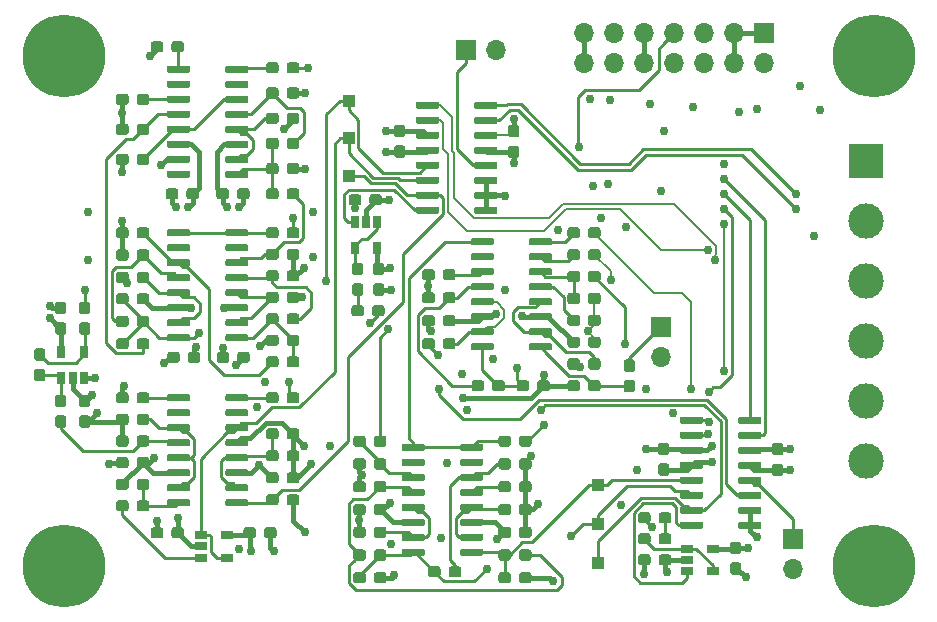
<source format=gtl>
G04 #@! TF.GenerationSoftware,KiCad,Pcbnew,(5.1.4)-1*
G04 #@! TF.CreationDate,2019-11-10T12:22:22-05:00*
G04 #@! TF.ProjectId,synth,73796e74-682e-46b6-9963-61645f706362,rev?*
G04 #@! TF.SameCoordinates,Original*
G04 #@! TF.FileFunction,Copper,L1,Top*
G04 #@! TF.FilePolarity,Positive*
%FSLAX46Y46*%
G04 Gerber Fmt 4.6, Leading zero omitted, Abs format (unit mm)*
G04 Created by KiCad (PCBNEW (5.1.4)-1) date 2019-11-10 12:22:22*
%MOMM*%
%LPD*%
G04 APERTURE LIST*
%ADD10R,1.000000X1.000000*%
%ADD11C,7.000001*%
%ADD12O,1.700000X1.700000*%
%ADD13R,1.700000X1.700000*%
%ADD14C,0.100000*%
%ADD15C,0.600000*%
%ADD16R,1.060000X0.650000*%
%ADD17R,0.650000X1.060000*%
%ADD18C,0.950000*%
%ADD19C,3.000000*%
%ADD20R,3.000000X3.000000*%
%ADD21C,0.762000*%
%ADD22C,0.381000*%
%ADD23C,0.203200*%
%ADD24C,0.254000*%
G04 APERTURE END LIST*
D10*
X191262000Y-127990600D03*
X191262000Y-124714000D03*
X191312800Y-121412000D03*
X170180000Y-95250000D03*
X170180000Y-92075000D03*
X170180000Y-88900000D03*
D11*
X146050000Y-128270000D03*
X146050000Y-85090000D03*
X214630000Y-128270000D03*
D12*
X182626000Y-84582000D03*
D13*
X180086000Y-84582000D03*
D12*
X207772000Y-128524000D03*
D13*
X207772000Y-125984000D03*
D12*
X196646800Y-110617000D03*
D13*
X196646800Y-108077000D03*
D11*
X214630000Y-85090000D03*
D14*
G36*
X200040703Y-115651722D02*
G01*
X200055264Y-115653882D01*
X200069543Y-115657459D01*
X200083403Y-115662418D01*
X200096710Y-115668712D01*
X200109336Y-115676280D01*
X200121159Y-115685048D01*
X200132066Y-115694934D01*
X200141952Y-115705841D01*
X200150720Y-115717664D01*
X200158288Y-115730290D01*
X200164582Y-115743597D01*
X200169541Y-115757457D01*
X200173118Y-115771736D01*
X200175278Y-115786297D01*
X200176000Y-115801000D01*
X200176000Y-116101000D01*
X200175278Y-116115703D01*
X200173118Y-116130264D01*
X200169541Y-116144543D01*
X200164582Y-116158403D01*
X200158288Y-116171710D01*
X200150720Y-116184336D01*
X200141952Y-116196159D01*
X200132066Y-116207066D01*
X200121159Y-116216952D01*
X200109336Y-116225720D01*
X200096710Y-116233288D01*
X200083403Y-116239582D01*
X200069543Y-116244541D01*
X200055264Y-116248118D01*
X200040703Y-116250278D01*
X200026000Y-116251000D01*
X198376000Y-116251000D01*
X198361297Y-116250278D01*
X198346736Y-116248118D01*
X198332457Y-116244541D01*
X198318597Y-116239582D01*
X198305290Y-116233288D01*
X198292664Y-116225720D01*
X198280841Y-116216952D01*
X198269934Y-116207066D01*
X198260048Y-116196159D01*
X198251280Y-116184336D01*
X198243712Y-116171710D01*
X198237418Y-116158403D01*
X198232459Y-116144543D01*
X198228882Y-116130264D01*
X198226722Y-116115703D01*
X198226000Y-116101000D01*
X198226000Y-115801000D01*
X198226722Y-115786297D01*
X198228882Y-115771736D01*
X198232459Y-115757457D01*
X198237418Y-115743597D01*
X198243712Y-115730290D01*
X198251280Y-115717664D01*
X198260048Y-115705841D01*
X198269934Y-115694934D01*
X198280841Y-115685048D01*
X198292664Y-115676280D01*
X198305290Y-115668712D01*
X198318597Y-115662418D01*
X198332457Y-115657459D01*
X198346736Y-115653882D01*
X198361297Y-115651722D01*
X198376000Y-115651000D01*
X200026000Y-115651000D01*
X200040703Y-115651722D01*
X200040703Y-115651722D01*
G37*
D15*
X199201000Y-115951000D03*
D14*
G36*
X200040703Y-116921722D02*
G01*
X200055264Y-116923882D01*
X200069543Y-116927459D01*
X200083403Y-116932418D01*
X200096710Y-116938712D01*
X200109336Y-116946280D01*
X200121159Y-116955048D01*
X200132066Y-116964934D01*
X200141952Y-116975841D01*
X200150720Y-116987664D01*
X200158288Y-117000290D01*
X200164582Y-117013597D01*
X200169541Y-117027457D01*
X200173118Y-117041736D01*
X200175278Y-117056297D01*
X200176000Y-117071000D01*
X200176000Y-117371000D01*
X200175278Y-117385703D01*
X200173118Y-117400264D01*
X200169541Y-117414543D01*
X200164582Y-117428403D01*
X200158288Y-117441710D01*
X200150720Y-117454336D01*
X200141952Y-117466159D01*
X200132066Y-117477066D01*
X200121159Y-117486952D01*
X200109336Y-117495720D01*
X200096710Y-117503288D01*
X200083403Y-117509582D01*
X200069543Y-117514541D01*
X200055264Y-117518118D01*
X200040703Y-117520278D01*
X200026000Y-117521000D01*
X198376000Y-117521000D01*
X198361297Y-117520278D01*
X198346736Y-117518118D01*
X198332457Y-117514541D01*
X198318597Y-117509582D01*
X198305290Y-117503288D01*
X198292664Y-117495720D01*
X198280841Y-117486952D01*
X198269934Y-117477066D01*
X198260048Y-117466159D01*
X198251280Y-117454336D01*
X198243712Y-117441710D01*
X198237418Y-117428403D01*
X198232459Y-117414543D01*
X198228882Y-117400264D01*
X198226722Y-117385703D01*
X198226000Y-117371000D01*
X198226000Y-117071000D01*
X198226722Y-117056297D01*
X198228882Y-117041736D01*
X198232459Y-117027457D01*
X198237418Y-117013597D01*
X198243712Y-117000290D01*
X198251280Y-116987664D01*
X198260048Y-116975841D01*
X198269934Y-116964934D01*
X198280841Y-116955048D01*
X198292664Y-116946280D01*
X198305290Y-116938712D01*
X198318597Y-116932418D01*
X198332457Y-116927459D01*
X198346736Y-116923882D01*
X198361297Y-116921722D01*
X198376000Y-116921000D01*
X200026000Y-116921000D01*
X200040703Y-116921722D01*
X200040703Y-116921722D01*
G37*
D15*
X199201000Y-117221000D03*
D14*
G36*
X200040703Y-118191722D02*
G01*
X200055264Y-118193882D01*
X200069543Y-118197459D01*
X200083403Y-118202418D01*
X200096710Y-118208712D01*
X200109336Y-118216280D01*
X200121159Y-118225048D01*
X200132066Y-118234934D01*
X200141952Y-118245841D01*
X200150720Y-118257664D01*
X200158288Y-118270290D01*
X200164582Y-118283597D01*
X200169541Y-118297457D01*
X200173118Y-118311736D01*
X200175278Y-118326297D01*
X200176000Y-118341000D01*
X200176000Y-118641000D01*
X200175278Y-118655703D01*
X200173118Y-118670264D01*
X200169541Y-118684543D01*
X200164582Y-118698403D01*
X200158288Y-118711710D01*
X200150720Y-118724336D01*
X200141952Y-118736159D01*
X200132066Y-118747066D01*
X200121159Y-118756952D01*
X200109336Y-118765720D01*
X200096710Y-118773288D01*
X200083403Y-118779582D01*
X200069543Y-118784541D01*
X200055264Y-118788118D01*
X200040703Y-118790278D01*
X200026000Y-118791000D01*
X198376000Y-118791000D01*
X198361297Y-118790278D01*
X198346736Y-118788118D01*
X198332457Y-118784541D01*
X198318597Y-118779582D01*
X198305290Y-118773288D01*
X198292664Y-118765720D01*
X198280841Y-118756952D01*
X198269934Y-118747066D01*
X198260048Y-118736159D01*
X198251280Y-118724336D01*
X198243712Y-118711710D01*
X198237418Y-118698403D01*
X198232459Y-118684543D01*
X198228882Y-118670264D01*
X198226722Y-118655703D01*
X198226000Y-118641000D01*
X198226000Y-118341000D01*
X198226722Y-118326297D01*
X198228882Y-118311736D01*
X198232459Y-118297457D01*
X198237418Y-118283597D01*
X198243712Y-118270290D01*
X198251280Y-118257664D01*
X198260048Y-118245841D01*
X198269934Y-118234934D01*
X198280841Y-118225048D01*
X198292664Y-118216280D01*
X198305290Y-118208712D01*
X198318597Y-118202418D01*
X198332457Y-118197459D01*
X198346736Y-118193882D01*
X198361297Y-118191722D01*
X198376000Y-118191000D01*
X200026000Y-118191000D01*
X200040703Y-118191722D01*
X200040703Y-118191722D01*
G37*
D15*
X199201000Y-118491000D03*
D14*
G36*
X200040703Y-119461722D02*
G01*
X200055264Y-119463882D01*
X200069543Y-119467459D01*
X200083403Y-119472418D01*
X200096710Y-119478712D01*
X200109336Y-119486280D01*
X200121159Y-119495048D01*
X200132066Y-119504934D01*
X200141952Y-119515841D01*
X200150720Y-119527664D01*
X200158288Y-119540290D01*
X200164582Y-119553597D01*
X200169541Y-119567457D01*
X200173118Y-119581736D01*
X200175278Y-119596297D01*
X200176000Y-119611000D01*
X200176000Y-119911000D01*
X200175278Y-119925703D01*
X200173118Y-119940264D01*
X200169541Y-119954543D01*
X200164582Y-119968403D01*
X200158288Y-119981710D01*
X200150720Y-119994336D01*
X200141952Y-120006159D01*
X200132066Y-120017066D01*
X200121159Y-120026952D01*
X200109336Y-120035720D01*
X200096710Y-120043288D01*
X200083403Y-120049582D01*
X200069543Y-120054541D01*
X200055264Y-120058118D01*
X200040703Y-120060278D01*
X200026000Y-120061000D01*
X198376000Y-120061000D01*
X198361297Y-120060278D01*
X198346736Y-120058118D01*
X198332457Y-120054541D01*
X198318597Y-120049582D01*
X198305290Y-120043288D01*
X198292664Y-120035720D01*
X198280841Y-120026952D01*
X198269934Y-120017066D01*
X198260048Y-120006159D01*
X198251280Y-119994336D01*
X198243712Y-119981710D01*
X198237418Y-119968403D01*
X198232459Y-119954543D01*
X198228882Y-119940264D01*
X198226722Y-119925703D01*
X198226000Y-119911000D01*
X198226000Y-119611000D01*
X198226722Y-119596297D01*
X198228882Y-119581736D01*
X198232459Y-119567457D01*
X198237418Y-119553597D01*
X198243712Y-119540290D01*
X198251280Y-119527664D01*
X198260048Y-119515841D01*
X198269934Y-119504934D01*
X198280841Y-119495048D01*
X198292664Y-119486280D01*
X198305290Y-119478712D01*
X198318597Y-119472418D01*
X198332457Y-119467459D01*
X198346736Y-119463882D01*
X198361297Y-119461722D01*
X198376000Y-119461000D01*
X200026000Y-119461000D01*
X200040703Y-119461722D01*
X200040703Y-119461722D01*
G37*
D15*
X199201000Y-119761000D03*
D14*
G36*
X200040703Y-120731722D02*
G01*
X200055264Y-120733882D01*
X200069543Y-120737459D01*
X200083403Y-120742418D01*
X200096710Y-120748712D01*
X200109336Y-120756280D01*
X200121159Y-120765048D01*
X200132066Y-120774934D01*
X200141952Y-120785841D01*
X200150720Y-120797664D01*
X200158288Y-120810290D01*
X200164582Y-120823597D01*
X200169541Y-120837457D01*
X200173118Y-120851736D01*
X200175278Y-120866297D01*
X200176000Y-120881000D01*
X200176000Y-121181000D01*
X200175278Y-121195703D01*
X200173118Y-121210264D01*
X200169541Y-121224543D01*
X200164582Y-121238403D01*
X200158288Y-121251710D01*
X200150720Y-121264336D01*
X200141952Y-121276159D01*
X200132066Y-121287066D01*
X200121159Y-121296952D01*
X200109336Y-121305720D01*
X200096710Y-121313288D01*
X200083403Y-121319582D01*
X200069543Y-121324541D01*
X200055264Y-121328118D01*
X200040703Y-121330278D01*
X200026000Y-121331000D01*
X198376000Y-121331000D01*
X198361297Y-121330278D01*
X198346736Y-121328118D01*
X198332457Y-121324541D01*
X198318597Y-121319582D01*
X198305290Y-121313288D01*
X198292664Y-121305720D01*
X198280841Y-121296952D01*
X198269934Y-121287066D01*
X198260048Y-121276159D01*
X198251280Y-121264336D01*
X198243712Y-121251710D01*
X198237418Y-121238403D01*
X198232459Y-121224543D01*
X198228882Y-121210264D01*
X198226722Y-121195703D01*
X198226000Y-121181000D01*
X198226000Y-120881000D01*
X198226722Y-120866297D01*
X198228882Y-120851736D01*
X198232459Y-120837457D01*
X198237418Y-120823597D01*
X198243712Y-120810290D01*
X198251280Y-120797664D01*
X198260048Y-120785841D01*
X198269934Y-120774934D01*
X198280841Y-120765048D01*
X198292664Y-120756280D01*
X198305290Y-120748712D01*
X198318597Y-120742418D01*
X198332457Y-120737459D01*
X198346736Y-120733882D01*
X198361297Y-120731722D01*
X198376000Y-120731000D01*
X200026000Y-120731000D01*
X200040703Y-120731722D01*
X200040703Y-120731722D01*
G37*
D15*
X199201000Y-121031000D03*
D14*
G36*
X200040703Y-122001722D02*
G01*
X200055264Y-122003882D01*
X200069543Y-122007459D01*
X200083403Y-122012418D01*
X200096710Y-122018712D01*
X200109336Y-122026280D01*
X200121159Y-122035048D01*
X200132066Y-122044934D01*
X200141952Y-122055841D01*
X200150720Y-122067664D01*
X200158288Y-122080290D01*
X200164582Y-122093597D01*
X200169541Y-122107457D01*
X200173118Y-122121736D01*
X200175278Y-122136297D01*
X200176000Y-122151000D01*
X200176000Y-122451000D01*
X200175278Y-122465703D01*
X200173118Y-122480264D01*
X200169541Y-122494543D01*
X200164582Y-122508403D01*
X200158288Y-122521710D01*
X200150720Y-122534336D01*
X200141952Y-122546159D01*
X200132066Y-122557066D01*
X200121159Y-122566952D01*
X200109336Y-122575720D01*
X200096710Y-122583288D01*
X200083403Y-122589582D01*
X200069543Y-122594541D01*
X200055264Y-122598118D01*
X200040703Y-122600278D01*
X200026000Y-122601000D01*
X198376000Y-122601000D01*
X198361297Y-122600278D01*
X198346736Y-122598118D01*
X198332457Y-122594541D01*
X198318597Y-122589582D01*
X198305290Y-122583288D01*
X198292664Y-122575720D01*
X198280841Y-122566952D01*
X198269934Y-122557066D01*
X198260048Y-122546159D01*
X198251280Y-122534336D01*
X198243712Y-122521710D01*
X198237418Y-122508403D01*
X198232459Y-122494543D01*
X198228882Y-122480264D01*
X198226722Y-122465703D01*
X198226000Y-122451000D01*
X198226000Y-122151000D01*
X198226722Y-122136297D01*
X198228882Y-122121736D01*
X198232459Y-122107457D01*
X198237418Y-122093597D01*
X198243712Y-122080290D01*
X198251280Y-122067664D01*
X198260048Y-122055841D01*
X198269934Y-122044934D01*
X198280841Y-122035048D01*
X198292664Y-122026280D01*
X198305290Y-122018712D01*
X198318597Y-122012418D01*
X198332457Y-122007459D01*
X198346736Y-122003882D01*
X198361297Y-122001722D01*
X198376000Y-122001000D01*
X200026000Y-122001000D01*
X200040703Y-122001722D01*
X200040703Y-122001722D01*
G37*
D15*
X199201000Y-122301000D03*
D14*
G36*
X200040703Y-123271722D02*
G01*
X200055264Y-123273882D01*
X200069543Y-123277459D01*
X200083403Y-123282418D01*
X200096710Y-123288712D01*
X200109336Y-123296280D01*
X200121159Y-123305048D01*
X200132066Y-123314934D01*
X200141952Y-123325841D01*
X200150720Y-123337664D01*
X200158288Y-123350290D01*
X200164582Y-123363597D01*
X200169541Y-123377457D01*
X200173118Y-123391736D01*
X200175278Y-123406297D01*
X200176000Y-123421000D01*
X200176000Y-123721000D01*
X200175278Y-123735703D01*
X200173118Y-123750264D01*
X200169541Y-123764543D01*
X200164582Y-123778403D01*
X200158288Y-123791710D01*
X200150720Y-123804336D01*
X200141952Y-123816159D01*
X200132066Y-123827066D01*
X200121159Y-123836952D01*
X200109336Y-123845720D01*
X200096710Y-123853288D01*
X200083403Y-123859582D01*
X200069543Y-123864541D01*
X200055264Y-123868118D01*
X200040703Y-123870278D01*
X200026000Y-123871000D01*
X198376000Y-123871000D01*
X198361297Y-123870278D01*
X198346736Y-123868118D01*
X198332457Y-123864541D01*
X198318597Y-123859582D01*
X198305290Y-123853288D01*
X198292664Y-123845720D01*
X198280841Y-123836952D01*
X198269934Y-123827066D01*
X198260048Y-123816159D01*
X198251280Y-123804336D01*
X198243712Y-123791710D01*
X198237418Y-123778403D01*
X198232459Y-123764543D01*
X198228882Y-123750264D01*
X198226722Y-123735703D01*
X198226000Y-123721000D01*
X198226000Y-123421000D01*
X198226722Y-123406297D01*
X198228882Y-123391736D01*
X198232459Y-123377457D01*
X198237418Y-123363597D01*
X198243712Y-123350290D01*
X198251280Y-123337664D01*
X198260048Y-123325841D01*
X198269934Y-123314934D01*
X198280841Y-123305048D01*
X198292664Y-123296280D01*
X198305290Y-123288712D01*
X198318597Y-123282418D01*
X198332457Y-123277459D01*
X198346736Y-123273882D01*
X198361297Y-123271722D01*
X198376000Y-123271000D01*
X200026000Y-123271000D01*
X200040703Y-123271722D01*
X200040703Y-123271722D01*
G37*
D15*
X199201000Y-123571000D03*
D14*
G36*
X200040703Y-124541722D02*
G01*
X200055264Y-124543882D01*
X200069543Y-124547459D01*
X200083403Y-124552418D01*
X200096710Y-124558712D01*
X200109336Y-124566280D01*
X200121159Y-124575048D01*
X200132066Y-124584934D01*
X200141952Y-124595841D01*
X200150720Y-124607664D01*
X200158288Y-124620290D01*
X200164582Y-124633597D01*
X200169541Y-124647457D01*
X200173118Y-124661736D01*
X200175278Y-124676297D01*
X200176000Y-124691000D01*
X200176000Y-124991000D01*
X200175278Y-125005703D01*
X200173118Y-125020264D01*
X200169541Y-125034543D01*
X200164582Y-125048403D01*
X200158288Y-125061710D01*
X200150720Y-125074336D01*
X200141952Y-125086159D01*
X200132066Y-125097066D01*
X200121159Y-125106952D01*
X200109336Y-125115720D01*
X200096710Y-125123288D01*
X200083403Y-125129582D01*
X200069543Y-125134541D01*
X200055264Y-125138118D01*
X200040703Y-125140278D01*
X200026000Y-125141000D01*
X198376000Y-125141000D01*
X198361297Y-125140278D01*
X198346736Y-125138118D01*
X198332457Y-125134541D01*
X198318597Y-125129582D01*
X198305290Y-125123288D01*
X198292664Y-125115720D01*
X198280841Y-125106952D01*
X198269934Y-125097066D01*
X198260048Y-125086159D01*
X198251280Y-125074336D01*
X198243712Y-125061710D01*
X198237418Y-125048403D01*
X198232459Y-125034543D01*
X198228882Y-125020264D01*
X198226722Y-125005703D01*
X198226000Y-124991000D01*
X198226000Y-124691000D01*
X198226722Y-124676297D01*
X198228882Y-124661736D01*
X198232459Y-124647457D01*
X198237418Y-124633597D01*
X198243712Y-124620290D01*
X198251280Y-124607664D01*
X198260048Y-124595841D01*
X198269934Y-124584934D01*
X198280841Y-124575048D01*
X198292664Y-124566280D01*
X198305290Y-124558712D01*
X198318597Y-124552418D01*
X198332457Y-124547459D01*
X198346736Y-124543882D01*
X198361297Y-124541722D01*
X198376000Y-124541000D01*
X200026000Y-124541000D01*
X200040703Y-124541722D01*
X200040703Y-124541722D01*
G37*
D15*
X199201000Y-124841000D03*
D14*
G36*
X204990703Y-124541722D02*
G01*
X205005264Y-124543882D01*
X205019543Y-124547459D01*
X205033403Y-124552418D01*
X205046710Y-124558712D01*
X205059336Y-124566280D01*
X205071159Y-124575048D01*
X205082066Y-124584934D01*
X205091952Y-124595841D01*
X205100720Y-124607664D01*
X205108288Y-124620290D01*
X205114582Y-124633597D01*
X205119541Y-124647457D01*
X205123118Y-124661736D01*
X205125278Y-124676297D01*
X205126000Y-124691000D01*
X205126000Y-124991000D01*
X205125278Y-125005703D01*
X205123118Y-125020264D01*
X205119541Y-125034543D01*
X205114582Y-125048403D01*
X205108288Y-125061710D01*
X205100720Y-125074336D01*
X205091952Y-125086159D01*
X205082066Y-125097066D01*
X205071159Y-125106952D01*
X205059336Y-125115720D01*
X205046710Y-125123288D01*
X205033403Y-125129582D01*
X205019543Y-125134541D01*
X205005264Y-125138118D01*
X204990703Y-125140278D01*
X204976000Y-125141000D01*
X203326000Y-125141000D01*
X203311297Y-125140278D01*
X203296736Y-125138118D01*
X203282457Y-125134541D01*
X203268597Y-125129582D01*
X203255290Y-125123288D01*
X203242664Y-125115720D01*
X203230841Y-125106952D01*
X203219934Y-125097066D01*
X203210048Y-125086159D01*
X203201280Y-125074336D01*
X203193712Y-125061710D01*
X203187418Y-125048403D01*
X203182459Y-125034543D01*
X203178882Y-125020264D01*
X203176722Y-125005703D01*
X203176000Y-124991000D01*
X203176000Y-124691000D01*
X203176722Y-124676297D01*
X203178882Y-124661736D01*
X203182459Y-124647457D01*
X203187418Y-124633597D01*
X203193712Y-124620290D01*
X203201280Y-124607664D01*
X203210048Y-124595841D01*
X203219934Y-124584934D01*
X203230841Y-124575048D01*
X203242664Y-124566280D01*
X203255290Y-124558712D01*
X203268597Y-124552418D01*
X203282457Y-124547459D01*
X203296736Y-124543882D01*
X203311297Y-124541722D01*
X203326000Y-124541000D01*
X204976000Y-124541000D01*
X204990703Y-124541722D01*
X204990703Y-124541722D01*
G37*
D15*
X204151000Y-124841000D03*
D14*
G36*
X204990703Y-123271722D02*
G01*
X205005264Y-123273882D01*
X205019543Y-123277459D01*
X205033403Y-123282418D01*
X205046710Y-123288712D01*
X205059336Y-123296280D01*
X205071159Y-123305048D01*
X205082066Y-123314934D01*
X205091952Y-123325841D01*
X205100720Y-123337664D01*
X205108288Y-123350290D01*
X205114582Y-123363597D01*
X205119541Y-123377457D01*
X205123118Y-123391736D01*
X205125278Y-123406297D01*
X205126000Y-123421000D01*
X205126000Y-123721000D01*
X205125278Y-123735703D01*
X205123118Y-123750264D01*
X205119541Y-123764543D01*
X205114582Y-123778403D01*
X205108288Y-123791710D01*
X205100720Y-123804336D01*
X205091952Y-123816159D01*
X205082066Y-123827066D01*
X205071159Y-123836952D01*
X205059336Y-123845720D01*
X205046710Y-123853288D01*
X205033403Y-123859582D01*
X205019543Y-123864541D01*
X205005264Y-123868118D01*
X204990703Y-123870278D01*
X204976000Y-123871000D01*
X203326000Y-123871000D01*
X203311297Y-123870278D01*
X203296736Y-123868118D01*
X203282457Y-123864541D01*
X203268597Y-123859582D01*
X203255290Y-123853288D01*
X203242664Y-123845720D01*
X203230841Y-123836952D01*
X203219934Y-123827066D01*
X203210048Y-123816159D01*
X203201280Y-123804336D01*
X203193712Y-123791710D01*
X203187418Y-123778403D01*
X203182459Y-123764543D01*
X203178882Y-123750264D01*
X203176722Y-123735703D01*
X203176000Y-123721000D01*
X203176000Y-123421000D01*
X203176722Y-123406297D01*
X203178882Y-123391736D01*
X203182459Y-123377457D01*
X203187418Y-123363597D01*
X203193712Y-123350290D01*
X203201280Y-123337664D01*
X203210048Y-123325841D01*
X203219934Y-123314934D01*
X203230841Y-123305048D01*
X203242664Y-123296280D01*
X203255290Y-123288712D01*
X203268597Y-123282418D01*
X203282457Y-123277459D01*
X203296736Y-123273882D01*
X203311297Y-123271722D01*
X203326000Y-123271000D01*
X204976000Y-123271000D01*
X204990703Y-123271722D01*
X204990703Y-123271722D01*
G37*
D15*
X204151000Y-123571000D03*
D14*
G36*
X204990703Y-122001722D02*
G01*
X205005264Y-122003882D01*
X205019543Y-122007459D01*
X205033403Y-122012418D01*
X205046710Y-122018712D01*
X205059336Y-122026280D01*
X205071159Y-122035048D01*
X205082066Y-122044934D01*
X205091952Y-122055841D01*
X205100720Y-122067664D01*
X205108288Y-122080290D01*
X205114582Y-122093597D01*
X205119541Y-122107457D01*
X205123118Y-122121736D01*
X205125278Y-122136297D01*
X205126000Y-122151000D01*
X205126000Y-122451000D01*
X205125278Y-122465703D01*
X205123118Y-122480264D01*
X205119541Y-122494543D01*
X205114582Y-122508403D01*
X205108288Y-122521710D01*
X205100720Y-122534336D01*
X205091952Y-122546159D01*
X205082066Y-122557066D01*
X205071159Y-122566952D01*
X205059336Y-122575720D01*
X205046710Y-122583288D01*
X205033403Y-122589582D01*
X205019543Y-122594541D01*
X205005264Y-122598118D01*
X204990703Y-122600278D01*
X204976000Y-122601000D01*
X203326000Y-122601000D01*
X203311297Y-122600278D01*
X203296736Y-122598118D01*
X203282457Y-122594541D01*
X203268597Y-122589582D01*
X203255290Y-122583288D01*
X203242664Y-122575720D01*
X203230841Y-122566952D01*
X203219934Y-122557066D01*
X203210048Y-122546159D01*
X203201280Y-122534336D01*
X203193712Y-122521710D01*
X203187418Y-122508403D01*
X203182459Y-122494543D01*
X203178882Y-122480264D01*
X203176722Y-122465703D01*
X203176000Y-122451000D01*
X203176000Y-122151000D01*
X203176722Y-122136297D01*
X203178882Y-122121736D01*
X203182459Y-122107457D01*
X203187418Y-122093597D01*
X203193712Y-122080290D01*
X203201280Y-122067664D01*
X203210048Y-122055841D01*
X203219934Y-122044934D01*
X203230841Y-122035048D01*
X203242664Y-122026280D01*
X203255290Y-122018712D01*
X203268597Y-122012418D01*
X203282457Y-122007459D01*
X203296736Y-122003882D01*
X203311297Y-122001722D01*
X203326000Y-122001000D01*
X204976000Y-122001000D01*
X204990703Y-122001722D01*
X204990703Y-122001722D01*
G37*
D15*
X204151000Y-122301000D03*
D14*
G36*
X204990703Y-120731722D02*
G01*
X205005264Y-120733882D01*
X205019543Y-120737459D01*
X205033403Y-120742418D01*
X205046710Y-120748712D01*
X205059336Y-120756280D01*
X205071159Y-120765048D01*
X205082066Y-120774934D01*
X205091952Y-120785841D01*
X205100720Y-120797664D01*
X205108288Y-120810290D01*
X205114582Y-120823597D01*
X205119541Y-120837457D01*
X205123118Y-120851736D01*
X205125278Y-120866297D01*
X205126000Y-120881000D01*
X205126000Y-121181000D01*
X205125278Y-121195703D01*
X205123118Y-121210264D01*
X205119541Y-121224543D01*
X205114582Y-121238403D01*
X205108288Y-121251710D01*
X205100720Y-121264336D01*
X205091952Y-121276159D01*
X205082066Y-121287066D01*
X205071159Y-121296952D01*
X205059336Y-121305720D01*
X205046710Y-121313288D01*
X205033403Y-121319582D01*
X205019543Y-121324541D01*
X205005264Y-121328118D01*
X204990703Y-121330278D01*
X204976000Y-121331000D01*
X203326000Y-121331000D01*
X203311297Y-121330278D01*
X203296736Y-121328118D01*
X203282457Y-121324541D01*
X203268597Y-121319582D01*
X203255290Y-121313288D01*
X203242664Y-121305720D01*
X203230841Y-121296952D01*
X203219934Y-121287066D01*
X203210048Y-121276159D01*
X203201280Y-121264336D01*
X203193712Y-121251710D01*
X203187418Y-121238403D01*
X203182459Y-121224543D01*
X203178882Y-121210264D01*
X203176722Y-121195703D01*
X203176000Y-121181000D01*
X203176000Y-120881000D01*
X203176722Y-120866297D01*
X203178882Y-120851736D01*
X203182459Y-120837457D01*
X203187418Y-120823597D01*
X203193712Y-120810290D01*
X203201280Y-120797664D01*
X203210048Y-120785841D01*
X203219934Y-120774934D01*
X203230841Y-120765048D01*
X203242664Y-120756280D01*
X203255290Y-120748712D01*
X203268597Y-120742418D01*
X203282457Y-120737459D01*
X203296736Y-120733882D01*
X203311297Y-120731722D01*
X203326000Y-120731000D01*
X204976000Y-120731000D01*
X204990703Y-120731722D01*
X204990703Y-120731722D01*
G37*
D15*
X204151000Y-121031000D03*
D14*
G36*
X204990703Y-119461722D02*
G01*
X205005264Y-119463882D01*
X205019543Y-119467459D01*
X205033403Y-119472418D01*
X205046710Y-119478712D01*
X205059336Y-119486280D01*
X205071159Y-119495048D01*
X205082066Y-119504934D01*
X205091952Y-119515841D01*
X205100720Y-119527664D01*
X205108288Y-119540290D01*
X205114582Y-119553597D01*
X205119541Y-119567457D01*
X205123118Y-119581736D01*
X205125278Y-119596297D01*
X205126000Y-119611000D01*
X205126000Y-119911000D01*
X205125278Y-119925703D01*
X205123118Y-119940264D01*
X205119541Y-119954543D01*
X205114582Y-119968403D01*
X205108288Y-119981710D01*
X205100720Y-119994336D01*
X205091952Y-120006159D01*
X205082066Y-120017066D01*
X205071159Y-120026952D01*
X205059336Y-120035720D01*
X205046710Y-120043288D01*
X205033403Y-120049582D01*
X205019543Y-120054541D01*
X205005264Y-120058118D01*
X204990703Y-120060278D01*
X204976000Y-120061000D01*
X203326000Y-120061000D01*
X203311297Y-120060278D01*
X203296736Y-120058118D01*
X203282457Y-120054541D01*
X203268597Y-120049582D01*
X203255290Y-120043288D01*
X203242664Y-120035720D01*
X203230841Y-120026952D01*
X203219934Y-120017066D01*
X203210048Y-120006159D01*
X203201280Y-119994336D01*
X203193712Y-119981710D01*
X203187418Y-119968403D01*
X203182459Y-119954543D01*
X203178882Y-119940264D01*
X203176722Y-119925703D01*
X203176000Y-119911000D01*
X203176000Y-119611000D01*
X203176722Y-119596297D01*
X203178882Y-119581736D01*
X203182459Y-119567457D01*
X203187418Y-119553597D01*
X203193712Y-119540290D01*
X203201280Y-119527664D01*
X203210048Y-119515841D01*
X203219934Y-119504934D01*
X203230841Y-119495048D01*
X203242664Y-119486280D01*
X203255290Y-119478712D01*
X203268597Y-119472418D01*
X203282457Y-119467459D01*
X203296736Y-119463882D01*
X203311297Y-119461722D01*
X203326000Y-119461000D01*
X204976000Y-119461000D01*
X204990703Y-119461722D01*
X204990703Y-119461722D01*
G37*
D15*
X204151000Y-119761000D03*
D14*
G36*
X204990703Y-118191722D02*
G01*
X205005264Y-118193882D01*
X205019543Y-118197459D01*
X205033403Y-118202418D01*
X205046710Y-118208712D01*
X205059336Y-118216280D01*
X205071159Y-118225048D01*
X205082066Y-118234934D01*
X205091952Y-118245841D01*
X205100720Y-118257664D01*
X205108288Y-118270290D01*
X205114582Y-118283597D01*
X205119541Y-118297457D01*
X205123118Y-118311736D01*
X205125278Y-118326297D01*
X205126000Y-118341000D01*
X205126000Y-118641000D01*
X205125278Y-118655703D01*
X205123118Y-118670264D01*
X205119541Y-118684543D01*
X205114582Y-118698403D01*
X205108288Y-118711710D01*
X205100720Y-118724336D01*
X205091952Y-118736159D01*
X205082066Y-118747066D01*
X205071159Y-118756952D01*
X205059336Y-118765720D01*
X205046710Y-118773288D01*
X205033403Y-118779582D01*
X205019543Y-118784541D01*
X205005264Y-118788118D01*
X204990703Y-118790278D01*
X204976000Y-118791000D01*
X203326000Y-118791000D01*
X203311297Y-118790278D01*
X203296736Y-118788118D01*
X203282457Y-118784541D01*
X203268597Y-118779582D01*
X203255290Y-118773288D01*
X203242664Y-118765720D01*
X203230841Y-118756952D01*
X203219934Y-118747066D01*
X203210048Y-118736159D01*
X203201280Y-118724336D01*
X203193712Y-118711710D01*
X203187418Y-118698403D01*
X203182459Y-118684543D01*
X203178882Y-118670264D01*
X203176722Y-118655703D01*
X203176000Y-118641000D01*
X203176000Y-118341000D01*
X203176722Y-118326297D01*
X203178882Y-118311736D01*
X203182459Y-118297457D01*
X203187418Y-118283597D01*
X203193712Y-118270290D01*
X203201280Y-118257664D01*
X203210048Y-118245841D01*
X203219934Y-118234934D01*
X203230841Y-118225048D01*
X203242664Y-118216280D01*
X203255290Y-118208712D01*
X203268597Y-118202418D01*
X203282457Y-118197459D01*
X203296736Y-118193882D01*
X203311297Y-118191722D01*
X203326000Y-118191000D01*
X204976000Y-118191000D01*
X204990703Y-118191722D01*
X204990703Y-118191722D01*
G37*
D15*
X204151000Y-118491000D03*
D14*
G36*
X204990703Y-116921722D02*
G01*
X205005264Y-116923882D01*
X205019543Y-116927459D01*
X205033403Y-116932418D01*
X205046710Y-116938712D01*
X205059336Y-116946280D01*
X205071159Y-116955048D01*
X205082066Y-116964934D01*
X205091952Y-116975841D01*
X205100720Y-116987664D01*
X205108288Y-117000290D01*
X205114582Y-117013597D01*
X205119541Y-117027457D01*
X205123118Y-117041736D01*
X205125278Y-117056297D01*
X205126000Y-117071000D01*
X205126000Y-117371000D01*
X205125278Y-117385703D01*
X205123118Y-117400264D01*
X205119541Y-117414543D01*
X205114582Y-117428403D01*
X205108288Y-117441710D01*
X205100720Y-117454336D01*
X205091952Y-117466159D01*
X205082066Y-117477066D01*
X205071159Y-117486952D01*
X205059336Y-117495720D01*
X205046710Y-117503288D01*
X205033403Y-117509582D01*
X205019543Y-117514541D01*
X205005264Y-117518118D01*
X204990703Y-117520278D01*
X204976000Y-117521000D01*
X203326000Y-117521000D01*
X203311297Y-117520278D01*
X203296736Y-117518118D01*
X203282457Y-117514541D01*
X203268597Y-117509582D01*
X203255290Y-117503288D01*
X203242664Y-117495720D01*
X203230841Y-117486952D01*
X203219934Y-117477066D01*
X203210048Y-117466159D01*
X203201280Y-117454336D01*
X203193712Y-117441710D01*
X203187418Y-117428403D01*
X203182459Y-117414543D01*
X203178882Y-117400264D01*
X203176722Y-117385703D01*
X203176000Y-117371000D01*
X203176000Y-117071000D01*
X203176722Y-117056297D01*
X203178882Y-117041736D01*
X203182459Y-117027457D01*
X203187418Y-117013597D01*
X203193712Y-117000290D01*
X203201280Y-116987664D01*
X203210048Y-116975841D01*
X203219934Y-116964934D01*
X203230841Y-116955048D01*
X203242664Y-116946280D01*
X203255290Y-116938712D01*
X203268597Y-116932418D01*
X203282457Y-116927459D01*
X203296736Y-116923882D01*
X203311297Y-116921722D01*
X203326000Y-116921000D01*
X204976000Y-116921000D01*
X204990703Y-116921722D01*
X204990703Y-116921722D01*
G37*
D15*
X204151000Y-117221000D03*
D14*
G36*
X204990703Y-115651722D02*
G01*
X205005264Y-115653882D01*
X205019543Y-115657459D01*
X205033403Y-115662418D01*
X205046710Y-115668712D01*
X205059336Y-115676280D01*
X205071159Y-115685048D01*
X205082066Y-115694934D01*
X205091952Y-115705841D01*
X205100720Y-115717664D01*
X205108288Y-115730290D01*
X205114582Y-115743597D01*
X205119541Y-115757457D01*
X205123118Y-115771736D01*
X205125278Y-115786297D01*
X205126000Y-115801000D01*
X205126000Y-116101000D01*
X205125278Y-116115703D01*
X205123118Y-116130264D01*
X205119541Y-116144543D01*
X205114582Y-116158403D01*
X205108288Y-116171710D01*
X205100720Y-116184336D01*
X205091952Y-116196159D01*
X205082066Y-116207066D01*
X205071159Y-116216952D01*
X205059336Y-116225720D01*
X205046710Y-116233288D01*
X205033403Y-116239582D01*
X205019543Y-116244541D01*
X205005264Y-116248118D01*
X204990703Y-116250278D01*
X204976000Y-116251000D01*
X203326000Y-116251000D01*
X203311297Y-116250278D01*
X203296736Y-116248118D01*
X203282457Y-116244541D01*
X203268597Y-116239582D01*
X203255290Y-116233288D01*
X203242664Y-116225720D01*
X203230841Y-116216952D01*
X203219934Y-116207066D01*
X203210048Y-116196159D01*
X203201280Y-116184336D01*
X203193712Y-116171710D01*
X203187418Y-116158403D01*
X203182459Y-116144543D01*
X203178882Y-116130264D01*
X203176722Y-116115703D01*
X203176000Y-116101000D01*
X203176000Y-115801000D01*
X203176722Y-115786297D01*
X203178882Y-115771736D01*
X203182459Y-115757457D01*
X203187418Y-115743597D01*
X203193712Y-115730290D01*
X203201280Y-115717664D01*
X203210048Y-115705841D01*
X203219934Y-115694934D01*
X203230841Y-115685048D01*
X203242664Y-115676280D01*
X203255290Y-115668712D01*
X203268597Y-115662418D01*
X203282457Y-115657459D01*
X203296736Y-115653882D01*
X203311297Y-115651722D01*
X203326000Y-115651000D01*
X204976000Y-115651000D01*
X204990703Y-115651722D01*
X204990703Y-115651722D01*
G37*
D15*
X204151000Y-115951000D03*
D16*
X200998000Y-126812000D03*
X200998000Y-128712000D03*
X198798000Y-128712000D03*
X198798000Y-127762000D03*
X198798000Y-126812000D03*
D14*
G36*
X182638703Y-88981722D02*
G01*
X182653264Y-88983882D01*
X182667543Y-88987459D01*
X182681403Y-88992418D01*
X182694710Y-88998712D01*
X182707336Y-89006280D01*
X182719159Y-89015048D01*
X182730066Y-89024934D01*
X182739952Y-89035841D01*
X182748720Y-89047664D01*
X182756288Y-89060290D01*
X182762582Y-89073597D01*
X182767541Y-89087457D01*
X182771118Y-89101736D01*
X182773278Y-89116297D01*
X182774000Y-89131000D01*
X182774000Y-89431000D01*
X182773278Y-89445703D01*
X182771118Y-89460264D01*
X182767541Y-89474543D01*
X182762582Y-89488403D01*
X182756288Y-89501710D01*
X182748720Y-89514336D01*
X182739952Y-89526159D01*
X182730066Y-89537066D01*
X182719159Y-89546952D01*
X182707336Y-89555720D01*
X182694710Y-89563288D01*
X182681403Y-89569582D01*
X182667543Y-89574541D01*
X182653264Y-89578118D01*
X182638703Y-89580278D01*
X182624000Y-89581000D01*
X180974000Y-89581000D01*
X180959297Y-89580278D01*
X180944736Y-89578118D01*
X180930457Y-89574541D01*
X180916597Y-89569582D01*
X180903290Y-89563288D01*
X180890664Y-89555720D01*
X180878841Y-89546952D01*
X180867934Y-89537066D01*
X180858048Y-89526159D01*
X180849280Y-89514336D01*
X180841712Y-89501710D01*
X180835418Y-89488403D01*
X180830459Y-89474543D01*
X180826882Y-89460264D01*
X180824722Y-89445703D01*
X180824000Y-89431000D01*
X180824000Y-89131000D01*
X180824722Y-89116297D01*
X180826882Y-89101736D01*
X180830459Y-89087457D01*
X180835418Y-89073597D01*
X180841712Y-89060290D01*
X180849280Y-89047664D01*
X180858048Y-89035841D01*
X180867934Y-89024934D01*
X180878841Y-89015048D01*
X180890664Y-89006280D01*
X180903290Y-88998712D01*
X180916597Y-88992418D01*
X180930457Y-88987459D01*
X180944736Y-88983882D01*
X180959297Y-88981722D01*
X180974000Y-88981000D01*
X182624000Y-88981000D01*
X182638703Y-88981722D01*
X182638703Y-88981722D01*
G37*
D15*
X181799000Y-89281000D03*
D14*
G36*
X182638703Y-90251722D02*
G01*
X182653264Y-90253882D01*
X182667543Y-90257459D01*
X182681403Y-90262418D01*
X182694710Y-90268712D01*
X182707336Y-90276280D01*
X182719159Y-90285048D01*
X182730066Y-90294934D01*
X182739952Y-90305841D01*
X182748720Y-90317664D01*
X182756288Y-90330290D01*
X182762582Y-90343597D01*
X182767541Y-90357457D01*
X182771118Y-90371736D01*
X182773278Y-90386297D01*
X182774000Y-90401000D01*
X182774000Y-90701000D01*
X182773278Y-90715703D01*
X182771118Y-90730264D01*
X182767541Y-90744543D01*
X182762582Y-90758403D01*
X182756288Y-90771710D01*
X182748720Y-90784336D01*
X182739952Y-90796159D01*
X182730066Y-90807066D01*
X182719159Y-90816952D01*
X182707336Y-90825720D01*
X182694710Y-90833288D01*
X182681403Y-90839582D01*
X182667543Y-90844541D01*
X182653264Y-90848118D01*
X182638703Y-90850278D01*
X182624000Y-90851000D01*
X180974000Y-90851000D01*
X180959297Y-90850278D01*
X180944736Y-90848118D01*
X180930457Y-90844541D01*
X180916597Y-90839582D01*
X180903290Y-90833288D01*
X180890664Y-90825720D01*
X180878841Y-90816952D01*
X180867934Y-90807066D01*
X180858048Y-90796159D01*
X180849280Y-90784336D01*
X180841712Y-90771710D01*
X180835418Y-90758403D01*
X180830459Y-90744543D01*
X180826882Y-90730264D01*
X180824722Y-90715703D01*
X180824000Y-90701000D01*
X180824000Y-90401000D01*
X180824722Y-90386297D01*
X180826882Y-90371736D01*
X180830459Y-90357457D01*
X180835418Y-90343597D01*
X180841712Y-90330290D01*
X180849280Y-90317664D01*
X180858048Y-90305841D01*
X180867934Y-90294934D01*
X180878841Y-90285048D01*
X180890664Y-90276280D01*
X180903290Y-90268712D01*
X180916597Y-90262418D01*
X180930457Y-90257459D01*
X180944736Y-90253882D01*
X180959297Y-90251722D01*
X180974000Y-90251000D01*
X182624000Y-90251000D01*
X182638703Y-90251722D01*
X182638703Y-90251722D01*
G37*
D15*
X181799000Y-90551000D03*
D14*
G36*
X182638703Y-91521722D02*
G01*
X182653264Y-91523882D01*
X182667543Y-91527459D01*
X182681403Y-91532418D01*
X182694710Y-91538712D01*
X182707336Y-91546280D01*
X182719159Y-91555048D01*
X182730066Y-91564934D01*
X182739952Y-91575841D01*
X182748720Y-91587664D01*
X182756288Y-91600290D01*
X182762582Y-91613597D01*
X182767541Y-91627457D01*
X182771118Y-91641736D01*
X182773278Y-91656297D01*
X182774000Y-91671000D01*
X182774000Y-91971000D01*
X182773278Y-91985703D01*
X182771118Y-92000264D01*
X182767541Y-92014543D01*
X182762582Y-92028403D01*
X182756288Y-92041710D01*
X182748720Y-92054336D01*
X182739952Y-92066159D01*
X182730066Y-92077066D01*
X182719159Y-92086952D01*
X182707336Y-92095720D01*
X182694710Y-92103288D01*
X182681403Y-92109582D01*
X182667543Y-92114541D01*
X182653264Y-92118118D01*
X182638703Y-92120278D01*
X182624000Y-92121000D01*
X180974000Y-92121000D01*
X180959297Y-92120278D01*
X180944736Y-92118118D01*
X180930457Y-92114541D01*
X180916597Y-92109582D01*
X180903290Y-92103288D01*
X180890664Y-92095720D01*
X180878841Y-92086952D01*
X180867934Y-92077066D01*
X180858048Y-92066159D01*
X180849280Y-92054336D01*
X180841712Y-92041710D01*
X180835418Y-92028403D01*
X180830459Y-92014543D01*
X180826882Y-92000264D01*
X180824722Y-91985703D01*
X180824000Y-91971000D01*
X180824000Y-91671000D01*
X180824722Y-91656297D01*
X180826882Y-91641736D01*
X180830459Y-91627457D01*
X180835418Y-91613597D01*
X180841712Y-91600290D01*
X180849280Y-91587664D01*
X180858048Y-91575841D01*
X180867934Y-91564934D01*
X180878841Y-91555048D01*
X180890664Y-91546280D01*
X180903290Y-91538712D01*
X180916597Y-91532418D01*
X180930457Y-91527459D01*
X180944736Y-91523882D01*
X180959297Y-91521722D01*
X180974000Y-91521000D01*
X182624000Y-91521000D01*
X182638703Y-91521722D01*
X182638703Y-91521722D01*
G37*
D15*
X181799000Y-91821000D03*
D14*
G36*
X182638703Y-92791722D02*
G01*
X182653264Y-92793882D01*
X182667543Y-92797459D01*
X182681403Y-92802418D01*
X182694710Y-92808712D01*
X182707336Y-92816280D01*
X182719159Y-92825048D01*
X182730066Y-92834934D01*
X182739952Y-92845841D01*
X182748720Y-92857664D01*
X182756288Y-92870290D01*
X182762582Y-92883597D01*
X182767541Y-92897457D01*
X182771118Y-92911736D01*
X182773278Y-92926297D01*
X182774000Y-92941000D01*
X182774000Y-93241000D01*
X182773278Y-93255703D01*
X182771118Y-93270264D01*
X182767541Y-93284543D01*
X182762582Y-93298403D01*
X182756288Y-93311710D01*
X182748720Y-93324336D01*
X182739952Y-93336159D01*
X182730066Y-93347066D01*
X182719159Y-93356952D01*
X182707336Y-93365720D01*
X182694710Y-93373288D01*
X182681403Y-93379582D01*
X182667543Y-93384541D01*
X182653264Y-93388118D01*
X182638703Y-93390278D01*
X182624000Y-93391000D01*
X180974000Y-93391000D01*
X180959297Y-93390278D01*
X180944736Y-93388118D01*
X180930457Y-93384541D01*
X180916597Y-93379582D01*
X180903290Y-93373288D01*
X180890664Y-93365720D01*
X180878841Y-93356952D01*
X180867934Y-93347066D01*
X180858048Y-93336159D01*
X180849280Y-93324336D01*
X180841712Y-93311710D01*
X180835418Y-93298403D01*
X180830459Y-93284543D01*
X180826882Y-93270264D01*
X180824722Y-93255703D01*
X180824000Y-93241000D01*
X180824000Y-92941000D01*
X180824722Y-92926297D01*
X180826882Y-92911736D01*
X180830459Y-92897457D01*
X180835418Y-92883597D01*
X180841712Y-92870290D01*
X180849280Y-92857664D01*
X180858048Y-92845841D01*
X180867934Y-92834934D01*
X180878841Y-92825048D01*
X180890664Y-92816280D01*
X180903290Y-92808712D01*
X180916597Y-92802418D01*
X180930457Y-92797459D01*
X180944736Y-92793882D01*
X180959297Y-92791722D01*
X180974000Y-92791000D01*
X182624000Y-92791000D01*
X182638703Y-92791722D01*
X182638703Y-92791722D01*
G37*
D15*
X181799000Y-93091000D03*
D14*
G36*
X182638703Y-94061722D02*
G01*
X182653264Y-94063882D01*
X182667543Y-94067459D01*
X182681403Y-94072418D01*
X182694710Y-94078712D01*
X182707336Y-94086280D01*
X182719159Y-94095048D01*
X182730066Y-94104934D01*
X182739952Y-94115841D01*
X182748720Y-94127664D01*
X182756288Y-94140290D01*
X182762582Y-94153597D01*
X182767541Y-94167457D01*
X182771118Y-94181736D01*
X182773278Y-94196297D01*
X182774000Y-94211000D01*
X182774000Y-94511000D01*
X182773278Y-94525703D01*
X182771118Y-94540264D01*
X182767541Y-94554543D01*
X182762582Y-94568403D01*
X182756288Y-94581710D01*
X182748720Y-94594336D01*
X182739952Y-94606159D01*
X182730066Y-94617066D01*
X182719159Y-94626952D01*
X182707336Y-94635720D01*
X182694710Y-94643288D01*
X182681403Y-94649582D01*
X182667543Y-94654541D01*
X182653264Y-94658118D01*
X182638703Y-94660278D01*
X182624000Y-94661000D01*
X180974000Y-94661000D01*
X180959297Y-94660278D01*
X180944736Y-94658118D01*
X180930457Y-94654541D01*
X180916597Y-94649582D01*
X180903290Y-94643288D01*
X180890664Y-94635720D01*
X180878841Y-94626952D01*
X180867934Y-94617066D01*
X180858048Y-94606159D01*
X180849280Y-94594336D01*
X180841712Y-94581710D01*
X180835418Y-94568403D01*
X180830459Y-94554543D01*
X180826882Y-94540264D01*
X180824722Y-94525703D01*
X180824000Y-94511000D01*
X180824000Y-94211000D01*
X180824722Y-94196297D01*
X180826882Y-94181736D01*
X180830459Y-94167457D01*
X180835418Y-94153597D01*
X180841712Y-94140290D01*
X180849280Y-94127664D01*
X180858048Y-94115841D01*
X180867934Y-94104934D01*
X180878841Y-94095048D01*
X180890664Y-94086280D01*
X180903290Y-94078712D01*
X180916597Y-94072418D01*
X180930457Y-94067459D01*
X180944736Y-94063882D01*
X180959297Y-94061722D01*
X180974000Y-94061000D01*
X182624000Y-94061000D01*
X182638703Y-94061722D01*
X182638703Y-94061722D01*
G37*
D15*
X181799000Y-94361000D03*
D14*
G36*
X182638703Y-95331722D02*
G01*
X182653264Y-95333882D01*
X182667543Y-95337459D01*
X182681403Y-95342418D01*
X182694710Y-95348712D01*
X182707336Y-95356280D01*
X182719159Y-95365048D01*
X182730066Y-95374934D01*
X182739952Y-95385841D01*
X182748720Y-95397664D01*
X182756288Y-95410290D01*
X182762582Y-95423597D01*
X182767541Y-95437457D01*
X182771118Y-95451736D01*
X182773278Y-95466297D01*
X182774000Y-95481000D01*
X182774000Y-95781000D01*
X182773278Y-95795703D01*
X182771118Y-95810264D01*
X182767541Y-95824543D01*
X182762582Y-95838403D01*
X182756288Y-95851710D01*
X182748720Y-95864336D01*
X182739952Y-95876159D01*
X182730066Y-95887066D01*
X182719159Y-95896952D01*
X182707336Y-95905720D01*
X182694710Y-95913288D01*
X182681403Y-95919582D01*
X182667543Y-95924541D01*
X182653264Y-95928118D01*
X182638703Y-95930278D01*
X182624000Y-95931000D01*
X180974000Y-95931000D01*
X180959297Y-95930278D01*
X180944736Y-95928118D01*
X180930457Y-95924541D01*
X180916597Y-95919582D01*
X180903290Y-95913288D01*
X180890664Y-95905720D01*
X180878841Y-95896952D01*
X180867934Y-95887066D01*
X180858048Y-95876159D01*
X180849280Y-95864336D01*
X180841712Y-95851710D01*
X180835418Y-95838403D01*
X180830459Y-95824543D01*
X180826882Y-95810264D01*
X180824722Y-95795703D01*
X180824000Y-95781000D01*
X180824000Y-95481000D01*
X180824722Y-95466297D01*
X180826882Y-95451736D01*
X180830459Y-95437457D01*
X180835418Y-95423597D01*
X180841712Y-95410290D01*
X180849280Y-95397664D01*
X180858048Y-95385841D01*
X180867934Y-95374934D01*
X180878841Y-95365048D01*
X180890664Y-95356280D01*
X180903290Y-95348712D01*
X180916597Y-95342418D01*
X180930457Y-95337459D01*
X180944736Y-95333882D01*
X180959297Y-95331722D01*
X180974000Y-95331000D01*
X182624000Y-95331000D01*
X182638703Y-95331722D01*
X182638703Y-95331722D01*
G37*
D15*
X181799000Y-95631000D03*
D14*
G36*
X182638703Y-96601722D02*
G01*
X182653264Y-96603882D01*
X182667543Y-96607459D01*
X182681403Y-96612418D01*
X182694710Y-96618712D01*
X182707336Y-96626280D01*
X182719159Y-96635048D01*
X182730066Y-96644934D01*
X182739952Y-96655841D01*
X182748720Y-96667664D01*
X182756288Y-96680290D01*
X182762582Y-96693597D01*
X182767541Y-96707457D01*
X182771118Y-96721736D01*
X182773278Y-96736297D01*
X182774000Y-96751000D01*
X182774000Y-97051000D01*
X182773278Y-97065703D01*
X182771118Y-97080264D01*
X182767541Y-97094543D01*
X182762582Y-97108403D01*
X182756288Y-97121710D01*
X182748720Y-97134336D01*
X182739952Y-97146159D01*
X182730066Y-97157066D01*
X182719159Y-97166952D01*
X182707336Y-97175720D01*
X182694710Y-97183288D01*
X182681403Y-97189582D01*
X182667543Y-97194541D01*
X182653264Y-97198118D01*
X182638703Y-97200278D01*
X182624000Y-97201000D01*
X180974000Y-97201000D01*
X180959297Y-97200278D01*
X180944736Y-97198118D01*
X180930457Y-97194541D01*
X180916597Y-97189582D01*
X180903290Y-97183288D01*
X180890664Y-97175720D01*
X180878841Y-97166952D01*
X180867934Y-97157066D01*
X180858048Y-97146159D01*
X180849280Y-97134336D01*
X180841712Y-97121710D01*
X180835418Y-97108403D01*
X180830459Y-97094543D01*
X180826882Y-97080264D01*
X180824722Y-97065703D01*
X180824000Y-97051000D01*
X180824000Y-96751000D01*
X180824722Y-96736297D01*
X180826882Y-96721736D01*
X180830459Y-96707457D01*
X180835418Y-96693597D01*
X180841712Y-96680290D01*
X180849280Y-96667664D01*
X180858048Y-96655841D01*
X180867934Y-96644934D01*
X180878841Y-96635048D01*
X180890664Y-96626280D01*
X180903290Y-96618712D01*
X180916597Y-96612418D01*
X180930457Y-96607459D01*
X180944736Y-96603882D01*
X180959297Y-96601722D01*
X180974000Y-96601000D01*
X182624000Y-96601000D01*
X182638703Y-96601722D01*
X182638703Y-96601722D01*
G37*
D15*
X181799000Y-96901000D03*
D14*
G36*
X182638703Y-97871722D02*
G01*
X182653264Y-97873882D01*
X182667543Y-97877459D01*
X182681403Y-97882418D01*
X182694710Y-97888712D01*
X182707336Y-97896280D01*
X182719159Y-97905048D01*
X182730066Y-97914934D01*
X182739952Y-97925841D01*
X182748720Y-97937664D01*
X182756288Y-97950290D01*
X182762582Y-97963597D01*
X182767541Y-97977457D01*
X182771118Y-97991736D01*
X182773278Y-98006297D01*
X182774000Y-98021000D01*
X182774000Y-98321000D01*
X182773278Y-98335703D01*
X182771118Y-98350264D01*
X182767541Y-98364543D01*
X182762582Y-98378403D01*
X182756288Y-98391710D01*
X182748720Y-98404336D01*
X182739952Y-98416159D01*
X182730066Y-98427066D01*
X182719159Y-98436952D01*
X182707336Y-98445720D01*
X182694710Y-98453288D01*
X182681403Y-98459582D01*
X182667543Y-98464541D01*
X182653264Y-98468118D01*
X182638703Y-98470278D01*
X182624000Y-98471000D01*
X180974000Y-98471000D01*
X180959297Y-98470278D01*
X180944736Y-98468118D01*
X180930457Y-98464541D01*
X180916597Y-98459582D01*
X180903290Y-98453288D01*
X180890664Y-98445720D01*
X180878841Y-98436952D01*
X180867934Y-98427066D01*
X180858048Y-98416159D01*
X180849280Y-98404336D01*
X180841712Y-98391710D01*
X180835418Y-98378403D01*
X180830459Y-98364543D01*
X180826882Y-98350264D01*
X180824722Y-98335703D01*
X180824000Y-98321000D01*
X180824000Y-98021000D01*
X180824722Y-98006297D01*
X180826882Y-97991736D01*
X180830459Y-97977457D01*
X180835418Y-97963597D01*
X180841712Y-97950290D01*
X180849280Y-97937664D01*
X180858048Y-97925841D01*
X180867934Y-97914934D01*
X180878841Y-97905048D01*
X180890664Y-97896280D01*
X180903290Y-97888712D01*
X180916597Y-97882418D01*
X180930457Y-97877459D01*
X180944736Y-97873882D01*
X180959297Y-97871722D01*
X180974000Y-97871000D01*
X182624000Y-97871000D01*
X182638703Y-97871722D01*
X182638703Y-97871722D01*
G37*
D15*
X181799000Y-98171000D03*
D14*
G36*
X177688703Y-97871722D02*
G01*
X177703264Y-97873882D01*
X177717543Y-97877459D01*
X177731403Y-97882418D01*
X177744710Y-97888712D01*
X177757336Y-97896280D01*
X177769159Y-97905048D01*
X177780066Y-97914934D01*
X177789952Y-97925841D01*
X177798720Y-97937664D01*
X177806288Y-97950290D01*
X177812582Y-97963597D01*
X177817541Y-97977457D01*
X177821118Y-97991736D01*
X177823278Y-98006297D01*
X177824000Y-98021000D01*
X177824000Y-98321000D01*
X177823278Y-98335703D01*
X177821118Y-98350264D01*
X177817541Y-98364543D01*
X177812582Y-98378403D01*
X177806288Y-98391710D01*
X177798720Y-98404336D01*
X177789952Y-98416159D01*
X177780066Y-98427066D01*
X177769159Y-98436952D01*
X177757336Y-98445720D01*
X177744710Y-98453288D01*
X177731403Y-98459582D01*
X177717543Y-98464541D01*
X177703264Y-98468118D01*
X177688703Y-98470278D01*
X177674000Y-98471000D01*
X176024000Y-98471000D01*
X176009297Y-98470278D01*
X175994736Y-98468118D01*
X175980457Y-98464541D01*
X175966597Y-98459582D01*
X175953290Y-98453288D01*
X175940664Y-98445720D01*
X175928841Y-98436952D01*
X175917934Y-98427066D01*
X175908048Y-98416159D01*
X175899280Y-98404336D01*
X175891712Y-98391710D01*
X175885418Y-98378403D01*
X175880459Y-98364543D01*
X175876882Y-98350264D01*
X175874722Y-98335703D01*
X175874000Y-98321000D01*
X175874000Y-98021000D01*
X175874722Y-98006297D01*
X175876882Y-97991736D01*
X175880459Y-97977457D01*
X175885418Y-97963597D01*
X175891712Y-97950290D01*
X175899280Y-97937664D01*
X175908048Y-97925841D01*
X175917934Y-97914934D01*
X175928841Y-97905048D01*
X175940664Y-97896280D01*
X175953290Y-97888712D01*
X175966597Y-97882418D01*
X175980457Y-97877459D01*
X175994736Y-97873882D01*
X176009297Y-97871722D01*
X176024000Y-97871000D01*
X177674000Y-97871000D01*
X177688703Y-97871722D01*
X177688703Y-97871722D01*
G37*
D15*
X176849000Y-98171000D03*
D14*
G36*
X177688703Y-96601722D02*
G01*
X177703264Y-96603882D01*
X177717543Y-96607459D01*
X177731403Y-96612418D01*
X177744710Y-96618712D01*
X177757336Y-96626280D01*
X177769159Y-96635048D01*
X177780066Y-96644934D01*
X177789952Y-96655841D01*
X177798720Y-96667664D01*
X177806288Y-96680290D01*
X177812582Y-96693597D01*
X177817541Y-96707457D01*
X177821118Y-96721736D01*
X177823278Y-96736297D01*
X177824000Y-96751000D01*
X177824000Y-97051000D01*
X177823278Y-97065703D01*
X177821118Y-97080264D01*
X177817541Y-97094543D01*
X177812582Y-97108403D01*
X177806288Y-97121710D01*
X177798720Y-97134336D01*
X177789952Y-97146159D01*
X177780066Y-97157066D01*
X177769159Y-97166952D01*
X177757336Y-97175720D01*
X177744710Y-97183288D01*
X177731403Y-97189582D01*
X177717543Y-97194541D01*
X177703264Y-97198118D01*
X177688703Y-97200278D01*
X177674000Y-97201000D01*
X176024000Y-97201000D01*
X176009297Y-97200278D01*
X175994736Y-97198118D01*
X175980457Y-97194541D01*
X175966597Y-97189582D01*
X175953290Y-97183288D01*
X175940664Y-97175720D01*
X175928841Y-97166952D01*
X175917934Y-97157066D01*
X175908048Y-97146159D01*
X175899280Y-97134336D01*
X175891712Y-97121710D01*
X175885418Y-97108403D01*
X175880459Y-97094543D01*
X175876882Y-97080264D01*
X175874722Y-97065703D01*
X175874000Y-97051000D01*
X175874000Y-96751000D01*
X175874722Y-96736297D01*
X175876882Y-96721736D01*
X175880459Y-96707457D01*
X175885418Y-96693597D01*
X175891712Y-96680290D01*
X175899280Y-96667664D01*
X175908048Y-96655841D01*
X175917934Y-96644934D01*
X175928841Y-96635048D01*
X175940664Y-96626280D01*
X175953290Y-96618712D01*
X175966597Y-96612418D01*
X175980457Y-96607459D01*
X175994736Y-96603882D01*
X176009297Y-96601722D01*
X176024000Y-96601000D01*
X177674000Y-96601000D01*
X177688703Y-96601722D01*
X177688703Y-96601722D01*
G37*
D15*
X176849000Y-96901000D03*
D14*
G36*
X177688703Y-95331722D02*
G01*
X177703264Y-95333882D01*
X177717543Y-95337459D01*
X177731403Y-95342418D01*
X177744710Y-95348712D01*
X177757336Y-95356280D01*
X177769159Y-95365048D01*
X177780066Y-95374934D01*
X177789952Y-95385841D01*
X177798720Y-95397664D01*
X177806288Y-95410290D01*
X177812582Y-95423597D01*
X177817541Y-95437457D01*
X177821118Y-95451736D01*
X177823278Y-95466297D01*
X177824000Y-95481000D01*
X177824000Y-95781000D01*
X177823278Y-95795703D01*
X177821118Y-95810264D01*
X177817541Y-95824543D01*
X177812582Y-95838403D01*
X177806288Y-95851710D01*
X177798720Y-95864336D01*
X177789952Y-95876159D01*
X177780066Y-95887066D01*
X177769159Y-95896952D01*
X177757336Y-95905720D01*
X177744710Y-95913288D01*
X177731403Y-95919582D01*
X177717543Y-95924541D01*
X177703264Y-95928118D01*
X177688703Y-95930278D01*
X177674000Y-95931000D01*
X176024000Y-95931000D01*
X176009297Y-95930278D01*
X175994736Y-95928118D01*
X175980457Y-95924541D01*
X175966597Y-95919582D01*
X175953290Y-95913288D01*
X175940664Y-95905720D01*
X175928841Y-95896952D01*
X175917934Y-95887066D01*
X175908048Y-95876159D01*
X175899280Y-95864336D01*
X175891712Y-95851710D01*
X175885418Y-95838403D01*
X175880459Y-95824543D01*
X175876882Y-95810264D01*
X175874722Y-95795703D01*
X175874000Y-95781000D01*
X175874000Y-95481000D01*
X175874722Y-95466297D01*
X175876882Y-95451736D01*
X175880459Y-95437457D01*
X175885418Y-95423597D01*
X175891712Y-95410290D01*
X175899280Y-95397664D01*
X175908048Y-95385841D01*
X175917934Y-95374934D01*
X175928841Y-95365048D01*
X175940664Y-95356280D01*
X175953290Y-95348712D01*
X175966597Y-95342418D01*
X175980457Y-95337459D01*
X175994736Y-95333882D01*
X176009297Y-95331722D01*
X176024000Y-95331000D01*
X177674000Y-95331000D01*
X177688703Y-95331722D01*
X177688703Y-95331722D01*
G37*
D15*
X176849000Y-95631000D03*
D14*
G36*
X177688703Y-94061722D02*
G01*
X177703264Y-94063882D01*
X177717543Y-94067459D01*
X177731403Y-94072418D01*
X177744710Y-94078712D01*
X177757336Y-94086280D01*
X177769159Y-94095048D01*
X177780066Y-94104934D01*
X177789952Y-94115841D01*
X177798720Y-94127664D01*
X177806288Y-94140290D01*
X177812582Y-94153597D01*
X177817541Y-94167457D01*
X177821118Y-94181736D01*
X177823278Y-94196297D01*
X177824000Y-94211000D01*
X177824000Y-94511000D01*
X177823278Y-94525703D01*
X177821118Y-94540264D01*
X177817541Y-94554543D01*
X177812582Y-94568403D01*
X177806288Y-94581710D01*
X177798720Y-94594336D01*
X177789952Y-94606159D01*
X177780066Y-94617066D01*
X177769159Y-94626952D01*
X177757336Y-94635720D01*
X177744710Y-94643288D01*
X177731403Y-94649582D01*
X177717543Y-94654541D01*
X177703264Y-94658118D01*
X177688703Y-94660278D01*
X177674000Y-94661000D01*
X176024000Y-94661000D01*
X176009297Y-94660278D01*
X175994736Y-94658118D01*
X175980457Y-94654541D01*
X175966597Y-94649582D01*
X175953290Y-94643288D01*
X175940664Y-94635720D01*
X175928841Y-94626952D01*
X175917934Y-94617066D01*
X175908048Y-94606159D01*
X175899280Y-94594336D01*
X175891712Y-94581710D01*
X175885418Y-94568403D01*
X175880459Y-94554543D01*
X175876882Y-94540264D01*
X175874722Y-94525703D01*
X175874000Y-94511000D01*
X175874000Y-94211000D01*
X175874722Y-94196297D01*
X175876882Y-94181736D01*
X175880459Y-94167457D01*
X175885418Y-94153597D01*
X175891712Y-94140290D01*
X175899280Y-94127664D01*
X175908048Y-94115841D01*
X175917934Y-94104934D01*
X175928841Y-94095048D01*
X175940664Y-94086280D01*
X175953290Y-94078712D01*
X175966597Y-94072418D01*
X175980457Y-94067459D01*
X175994736Y-94063882D01*
X176009297Y-94061722D01*
X176024000Y-94061000D01*
X177674000Y-94061000D01*
X177688703Y-94061722D01*
X177688703Y-94061722D01*
G37*
D15*
X176849000Y-94361000D03*
D14*
G36*
X177688703Y-92791722D02*
G01*
X177703264Y-92793882D01*
X177717543Y-92797459D01*
X177731403Y-92802418D01*
X177744710Y-92808712D01*
X177757336Y-92816280D01*
X177769159Y-92825048D01*
X177780066Y-92834934D01*
X177789952Y-92845841D01*
X177798720Y-92857664D01*
X177806288Y-92870290D01*
X177812582Y-92883597D01*
X177817541Y-92897457D01*
X177821118Y-92911736D01*
X177823278Y-92926297D01*
X177824000Y-92941000D01*
X177824000Y-93241000D01*
X177823278Y-93255703D01*
X177821118Y-93270264D01*
X177817541Y-93284543D01*
X177812582Y-93298403D01*
X177806288Y-93311710D01*
X177798720Y-93324336D01*
X177789952Y-93336159D01*
X177780066Y-93347066D01*
X177769159Y-93356952D01*
X177757336Y-93365720D01*
X177744710Y-93373288D01*
X177731403Y-93379582D01*
X177717543Y-93384541D01*
X177703264Y-93388118D01*
X177688703Y-93390278D01*
X177674000Y-93391000D01*
X176024000Y-93391000D01*
X176009297Y-93390278D01*
X175994736Y-93388118D01*
X175980457Y-93384541D01*
X175966597Y-93379582D01*
X175953290Y-93373288D01*
X175940664Y-93365720D01*
X175928841Y-93356952D01*
X175917934Y-93347066D01*
X175908048Y-93336159D01*
X175899280Y-93324336D01*
X175891712Y-93311710D01*
X175885418Y-93298403D01*
X175880459Y-93284543D01*
X175876882Y-93270264D01*
X175874722Y-93255703D01*
X175874000Y-93241000D01*
X175874000Y-92941000D01*
X175874722Y-92926297D01*
X175876882Y-92911736D01*
X175880459Y-92897457D01*
X175885418Y-92883597D01*
X175891712Y-92870290D01*
X175899280Y-92857664D01*
X175908048Y-92845841D01*
X175917934Y-92834934D01*
X175928841Y-92825048D01*
X175940664Y-92816280D01*
X175953290Y-92808712D01*
X175966597Y-92802418D01*
X175980457Y-92797459D01*
X175994736Y-92793882D01*
X176009297Y-92791722D01*
X176024000Y-92791000D01*
X177674000Y-92791000D01*
X177688703Y-92791722D01*
X177688703Y-92791722D01*
G37*
D15*
X176849000Y-93091000D03*
D14*
G36*
X177688703Y-91521722D02*
G01*
X177703264Y-91523882D01*
X177717543Y-91527459D01*
X177731403Y-91532418D01*
X177744710Y-91538712D01*
X177757336Y-91546280D01*
X177769159Y-91555048D01*
X177780066Y-91564934D01*
X177789952Y-91575841D01*
X177798720Y-91587664D01*
X177806288Y-91600290D01*
X177812582Y-91613597D01*
X177817541Y-91627457D01*
X177821118Y-91641736D01*
X177823278Y-91656297D01*
X177824000Y-91671000D01*
X177824000Y-91971000D01*
X177823278Y-91985703D01*
X177821118Y-92000264D01*
X177817541Y-92014543D01*
X177812582Y-92028403D01*
X177806288Y-92041710D01*
X177798720Y-92054336D01*
X177789952Y-92066159D01*
X177780066Y-92077066D01*
X177769159Y-92086952D01*
X177757336Y-92095720D01*
X177744710Y-92103288D01*
X177731403Y-92109582D01*
X177717543Y-92114541D01*
X177703264Y-92118118D01*
X177688703Y-92120278D01*
X177674000Y-92121000D01*
X176024000Y-92121000D01*
X176009297Y-92120278D01*
X175994736Y-92118118D01*
X175980457Y-92114541D01*
X175966597Y-92109582D01*
X175953290Y-92103288D01*
X175940664Y-92095720D01*
X175928841Y-92086952D01*
X175917934Y-92077066D01*
X175908048Y-92066159D01*
X175899280Y-92054336D01*
X175891712Y-92041710D01*
X175885418Y-92028403D01*
X175880459Y-92014543D01*
X175876882Y-92000264D01*
X175874722Y-91985703D01*
X175874000Y-91971000D01*
X175874000Y-91671000D01*
X175874722Y-91656297D01*
X175876882Y-91641736D01*
X175880459Y-91627457D01*
X175885418Y-91613597D01*
X175891712Y-91600290D01*
X175899280Y-91587664D01*
X175908048Y-91575841D01*
X175917934Y-91564934D01*
X175928841Y-91555048D01*
X175940664Y-91546280D01*
X175953290Y-91538712D01*
X175966597Y-91532418D01*
X175980457Y-91527459D01*
X175994736Y-91523882D01*
X176009297Y-91521722D01*
X176024000Y-91521000D01*
X177674000Y-91521000D01*
X177688703Y-91521722D01*
X177688703Y-91521722D01*
G37*
D15*
X176849000Y-91821000D03*
D14*
G36*
X177688703Y-90251722D02*
G01*
X177703264Y-90253882D01*
X177717543Y-90257459D01*
X177731403Y-90262418D01*
X177744710Y-90268712D01*
X177757336Y-90276280D01*
X177769159Y-90285048D01*
X177780066Y-90294934D01*
X177789952Y-90305841D01*
X177798720Y-90317664D01*
X177806288Y-90330290D01*
X177812582Y-90343597D01*
X177817541Y-90357457D01*
X177821118Y-90371736D01*
X177823278Y-90386297D01*
X177824000Y-90401000D01*
X177824000Y-90701000D01*
X177823278Y-90715703D01*
X177821118Y-90730264D01*
X177817541Y-90744543D01*
X177812582Y-90758403D01*
X177806288Y-90771710D01*
X177798720Y-90784336D01*
X177789952Y-90796159D01*
X177780066Y-90807066D01*
X177769159Y-90816952D01*
X177757336Y-90825720D01*
X177744710Y-90833288D01*
X177731403Y-90839582D01*
X177717543Y-90844541D01*
X177703264Y-90848118D01*
X177688703Y-90850278D01*
X177674000Y-90851000D01*
X176024000Y-90851000D01*
X176009297Y-90850278D01*
X175994736Y-90848118D01*
X175980457Y-90844541D01*
X175966597Y-90839582D01*
X175953290Y-90833288D01*
X175940664Y-90825720D01*
X175928841Y-90816952D01*
X175917934Y-90807066D01*
X175908048Y-90796159D01*
X175899280Y-90784336D01*
X175891712Y-90771710D01*
X175885418Y-90758403D01*
X175880459Y-90744543D01*
X175876882Y-90730264D01*
X175874722Y-90715703D01*
X175874000Y-90701000D01*
X175874000Y-90401000D01*
X175874722Y-90386297D01*
X175876882Y-90371736D01*
X175880459Y-90357457D01*
X175885418Y-90343597D01*
X175891712Y-90330290D01*
X175899280Y-90317664D01*
X175908048Y-90305841D01*
X175917934Y-90294934D01*
X175928841Y-90285048D01*
X175940664Y-90276280D01*
X175953290Y-90268712D01*
X175966597Y-90262418D01*
X175980457Y-90257459D01*
X175994736Y-90253882D01*
X176009297Y-90251722D01*
X176024000Y-90251000D01*
X177674000Y-90251000D01*
X177688703Y-90251722D01*
X177688703Y-90251722D01*
G37*
D15*
X176849000Y-90551000D03*
D14*
G36*
X177688703Y-88981722D02*
G01*
X177703264Y-88983882D01*
X177717543Y-88987459D01*
X177731403Y-88992418D01*
X177744710Y-88998712D01*
X177757336Y-89006280D01*
X177769159Y-89015048D01*
X177780066Y-89024934D01*
X177789952Y-89035841D01*
X177798720Y-89047664D01*
X177806288Y-89060290D01*
X177812582Y-89073597D01*
X177817541Y-89087457D01*
X177821118Y-89101736D01*
X177823278Y-89116297D01*
X177824000Y-89131000D01*
X177824000Y-89431000D01*
X177823278Y-89445703D01*
X177821118Y-89460264D01*
X177817541Y-89474543D01*
X177812582Y-89488403D01*
X177806288Y-89501710D01*
X177798720Y-89514336D01*
X177789952Y-89526159D01*
X177780066Y-89537066D01*
X177769159Y-89546952D01*
X177757336Y-89555720D01*
X177744710Y-89563288D01*
X177731403Y-89569582D01*
X177717543Y-89574541D01*
X177703264Y-89578118D01*
X177688703Y-89580278D01*
X177674000Y-89581000D01*
X176024000Y-89581000D01*
X176009297Y-89580278D01*
X175994736Y-89578118D01*
X175980457Y-89574541D01*
X175966597Y-89569582D01*
X175953290Y-89563288D01*
X175940664Y-89555720D01*
X175928841Y-89546952D01*
X175917934Y-89537066D01*
X175908048Y-89526159D01*
X175899280Y-89514336D01*
X175891712Y-89501710D01*
X175885418Y-89488403D01*
X175880459Y-89474543D01*
X175876882Y-89460264D01*
X175874722Y-89445703D01*
X175874000Y-89431000D01*
X175874000Y-89131000D01*
X175874722Y-89116297D01*
X175876882Y-89101736D01*
X175880459Y-89087457D01*
X175885418Y-89073597D01*
X175891712Y-89060290D01*
X175899280Y-89047664D01*
X175908048Y-89035841D01*
X175917934Y-89024934D01*
X175928841Y-89015048D01*
X175940664Y-89006280D01*
X175953290Y-88998712D01*
X175966597Y-88992418D01*
X175980457Y-88987459D01*
X175994736Y-88983882D01*
X176009297Y-88981722D01*
X176024000Y-88981000D01*
X177674000Y-88981000D01*
X177688703Y-88981722D01*
X177688703Y-88981722D01*
G37*
D15*
X176849000Y-89281000D03*
D17*
X172588000Y-101346000D03*
X170688000Y-101346000D03*
X170688000Y-99146000D03*
X171638000Y-99146000D03*
X172588000Y-99146000D03*
D16*
X159850000Y-125669000D03*
X159850000Y-127569000D03*
X157650000Y-127569000D03*
X157650000Y-126619000D03*
X157650000Y-125669000D03*
D17*
X145862000Y-110152000D03*
X147762000Y-110152000D03*
X147762000Y-112352000D03*
X146812000Y-112352000D03*
X145862000Y-112352000D03*
D14*
G36*
X187272703Y-100538722D02*
G01*
X187287264Y-100540882D01*
X187301543Y-100544459D01*
X187315403Y-100549418D01*
X187328710Y-100555712D01*
X187341336Y-100563280D01*
X187353159Y-100572048D01*
X187364066Y-100581934D01*
X187373952Y-100592841D01*
X187382720Y-100604664D01*
X187390288Y-100617290D01*
X187396582Y-100630597D01*
X187401541Y-100644457D01*
X187405118Y-100658736D01*
X187407278Y-100673297D01*
X187408000Y-100688000D01*
X187408000Y-100988000D01*
X187407278Y-101002703D01*
X187405118Y-101017264D01*
X187401541Y-101031543D01*
X187396582Y-101045403D01*
X187390288Y-101058710D01*
X187382720Y-101071336D01*
X187373952Y-101083159D01*
X187364066Y-101094066D01*
X187353159Y-101103952D01*
X187341336Y-101112720D01*
X187328710Y-101120288D01*
X187315403Y-101126582D01*
X187301543Y-101131541D01*
X187287264Y-101135118D01*
X187272703Y-101137278D01*
X187258000Y-101138000D01*
X185608000Y-101138000D01*
X185593297Y-101137278D01*
X185578736Y-101135118D01*
X185564457Y-101131541D01*
X185550597Y-101126582D01*
X185537290Y-101120288D01*
X185524664Y-101112720D01*
X185512841Y-101103952D01*
X185501934Y-101094066D01*
X185492048Y-101083159D01*
X185483280Y-101071336D01*
X185475712Y-101058710D01*
X185469418Y-101045403D01*
X185464459Y-101031543D01*
X185460882Y-101017264D01*
X185458722Y-101002703D01*
X185458000Y-100988000D01*
X185458000Y-100688000D01*
X185458722Y-100673297D01*
X185460882Y-100658736D01*
X185464459Y-100644457D01*
X185469418Y-100630597D01*
X185475712Y-100617290D01*
X185483280Y-100604664D01*
X185492048Y-100592841D01*
X185501934Y-100581934D01*
X185512841Y-100572048D01*
X185524664Y-100563280D01*
X185537290Y-100555712D01*
X185550597Y-100549418D01*
X185564457Y-100544459D01*
X185578736Y-100540882D01*
X185593297Y-100538722D01*
X185608000Y-100538000D01*
X187258000Y-100538000D01*
X187272703Y-100538722D01*
X187272703Y-100538722D01*
G37*
D15*
X186433000Y-100838000D03*
D14*
G36*
X187272703Y-101808722D02*
G01*
X187287264Y-101810882D01*
X187301543Y-101814459D01*
X187315403Y-101819418D01*
X187328710Y-101825712D01*
X187341336Y-101833280D01*
X187353159Y-101842048D01*
X187364066Y-101851934D01*
X187373952Y-101862841D01*
X187382720Y-101874664D01*
X187390288Y-101887290D01*
X187396582Y-101900597D01*
X187401541Y-101914457D01*
X187405118Y-101928736D01*
X187407278Y-101943297D01*
X187408000Y-101958000D01*
X187408000Y-102258000D01*
X187407278Y-102272703D01*
X187405118Y-102287264D01*
X187401541Y-102301543D01*
X187396582Y-102315403D01*
X187390288Y-102328710D01*
X187382720Y-102341336D01*
X187373952Y-102353159D01*
X187364066Y-102364066D01*
X187353159Y-102373952D01*
X187341336Y-102382720D01*
X187328710Y-102390288D01*
X187315403Y-102396582D01*
X187301543Y-102401541D01*
X187287264Y-102405118D01*
X187272703Y-102407278D01*
X187258000Y-102408000D01*
X185608000Y-102408000D01*
X185593297Y-102407278D01*
X185578736Y-102405118D01*
X185564457Y-102401541D01*
X185550597Y-102396582D01*
X185537290Y-102390288D01*
X185524664Y-102382720D01*
X185512841Y-102373952D01*
X185501934Y-102364066D01*
X185492048Y-102353159D01*
X185483280Y-102341336D01*
X185475712Y-102328710D01*
X185469418Y-102315403D01*
X185464459Y-102301543D01*
X185460882Y-102287264D01*
X185458722Y-102272703D01*
X185458000Y-102258000D01*
X185458000Y-101958000D01*
X185458722Y-101943297D01*
X185460882Y-101928736D01*
X185464459Y-101914457D01*
X185469418Y-101900597D01*
X185475712Y-101887290D01*
X185483280Y-101874664D01*
X185492048Y-101862841D01*
X185501934Y-101851934D01*
X185512841Y-101842048D01*
X185524664Y-101833280D01*
X185537290Y-101825712D01*
X185550597Y-101819418D01*
X185564457Y-101814459D01*
X185578736Y-101810882D01*
X185593297Y-101808722D01*
X185608000Y-101808000D01*
X187258000Y-101808000D01*
X187272703Y-101808722D01*
X187272703Y-101808722D01*
G37*
D15*
X186433000Y-102108000D03*
D14*
G36*
X187272703Y-103078722D02*
G01*
X187287264Y-103080882D01*
X187301543Y-103084459D01*
X187315403Y-103089418D01*
X187328710Y-103095712D01*
X187341336Y-103103280D01*
X187353159Y-103112048D01*
X187364066Y-103121934D01*
X187373952Y-103132841D01*
X187382720Y-103144664D01*
X187390288Y-103157290D01*
X187396582Y-103170597D01*
X187401541Y-103184457D01*
X187405118Y-103198736D01*
X187407278Y-103213297D01*
X187408000Y-103228000D01*
X187408000Y-103528000D01*
X187407278Y-103542703D01*
X187405118Y-103557264D01*
X187401541Y-103571543D01*
X187396582Y-103585403D01*
X187390288Y-103598710D01*
X187382720Y-103611336D01*
X187373952Y-103623159D01*
X187364066Y-103634066D01*
X187353159Y-103643952D01*
X187341336Y-103652720D01*
X187328710Y-103660288D01*
X187315403Y-103666582D01*
X187301543Y-103671541D01*
X187287264Y-103675118D01*
X187272703Y-103677278D01*
X187258000Y-103678000D01*
X185608000Y-103678000D01*
X185593297Y-103677278D01*
X185578736Y-103675118D01*
X185564457Y-103671541D01*
X185550597Y-103666582D01*
X185537290Y-103660288D01*
X185524664Y-103652720D01*
X185512841Y-103643952D01*
X185501934Y-103634066D01*
X185492048Y-103623159D01*
X185483280Y-103611336D01*
X185475712Y-103598710D01*
X185469418Y-103585403D01*
X185464459Y-103571543D01*
X185460882Y-103557264D01*
X185458722Y-103542703D01*
X185458000Y-103528000D01*
X185458000Y-103228000D01*
X185458722Y-103213297D01*
X185460882Y-103198736D01*
X185464459Y-103184457D01*
X185469418Y-103170597D01*
X185475712Y-103157290D01*
X185483280Y-103144664D01*
X185492048Y-103132841D01*
X185501934Y-103121934D01*
X185512841Y-103112048D01*
X185524664Y-103103280D01*
X185537290Y-103095712D01*
X185550597Y-103089418D01*
X185564457Y-103084459D01*
X185578736Y-103080882D01*
X185593297Y-103078722D01*
X185608000Y-103078000D01*
X187258000Y-103078000D01*
X187272703Y-103078722D01*
X187272703Y-103078722D01*
G37*
D15*
X186433000Y-103378000D03*
D14*
G36*
X187272703Y-104348722D02*
G01*
X187287264Y-104350882D01*
X187301543Y-104354459D01*
X187315403Y-104359418D01*
X187328710Y-104365712D01*
X187341336Y-104373280D01*
X187353159Y-104382048D01*
X187364066Y-104391934D01*
X187373952Y-104402841D01*
X187382720Y-104414664D01*
X187390288Y-104427290D01*
X187396582Y-104440597D01*
X187401541Y-104454457D01*
X187405118Y-104468736D01*
X187407278Y-104483297D01*
X187408000Y-104498000D01*
X187408000Y-104798000D01*
X187407278Y-104812703D01*
X187405118Y-104827264D01*
X187401541Y-104841543D01*
X187396582Y-104855403D01*
X187390288Y-104868710D01*
X187382720Y-104881336D01*
X187373952Y-104893159D01*
X187364066Y-104904066D01*
X187353159Y-104913952D01*
X187341336Y-104922720D01*
X187328710Y-104930288D01*
X187315403Y-104936582D01*
X187301543Y-104941541D01*
X187287264Y-104945118D01*
X187272703Y-104947278D01*
X187258000Y-104948000D01*
X185608000Y-104948000D01*
X185593297Y-104947278D01*
X185578736Y-104945118D01*
X185564457Y-104941541D01*
X185550597Y-104936582D01*
X185537290Y-104930288D01*
X185524664Y-104922720D01*
X185512841Y-104913952D01*
X185501934Y-104904066D01*
X185492048Y-104893159D01*
X185483280Y-104881336D01*
X185475712Y-104868710D01*
X185469418Y-104855403D01*
X185464459Y-104841543D01*
X185460882Y-104827264D01*
X185458722Y-104812703D01*
X185458000Y-104798000D01*
X185458000Y-104498000D01*
X185458722Y-104483297D01*
X185460882Y-104468736D01*
X185464459Y-104454457D01*
X185469418Y-104440597D01*
X185475712Y-104427290D01*
X185483280Y-104414664D01*
X185492048Y-104402841D01*
X185501934Y-104391934D01*
X185512841Y-104382048D01*
X185524664Y-104373280D01*
X185537290Y-104365712D01*
X185550597Y-104359418D01*
X185564457Y-104354459D01*
X185578736Y-104350882D01*
X185593297Y-104348722D01*
X185608000Y-104348000D01*
X187258000Y-104348000D01*
X187272703Y-104348722D01*
X187272703Y-104348722D01*
G37*
D15*
X186433000Y-104648000D03*
D14*
G36*
X187272703Y-105618722D02*
G01*
X187287264Y-105620882D01*
X187301543Y-105624459D01*
X187315403Y-105629418D01*
X187328710Y-105635712D01*
X187341336Y-105643280D01*
X187353159Y-105652048D01*
X187364066Y-105661934D01*
X187373952Y-105672841D01*
X187382720Y-105684664D01*
X187390288Y-105697290D01*
X187396582Y-105710597D01*
X187401541Y-105724457D01*
X187405118Y-105738736D01*
X187407278Y-105753297D01*
X187408000Y-105768000D01*
X187408000Y-106068000D01*
X187407278Y-106082703D01*
X187405118Y-106097264D01*
X187401541Y-106111543D01*
X187396582Y-106125403D01*
X187390288Y-106138710D01*
X187382720Y-106151336D01*
X187373952Y-106163159D01*
X187364066Y-106174066D01*
X187353159Y-106183952D01*
X187341336Y-106192720D01*
X187328710Y-106200288D01*
X187315403Y-106206582D01*
X187301543Y-106211541D01*
X187287264Y-106215118D01*
X187272703Y-106217278D01*
X187258000Y-106218000D01*
X185608000Y-106218000D01*
X185593297Y-106217278D01*
X185578736Y-106215118D01*
X185564457Y-106211541D01*
X185550597Y-106206582D01*
X185537290Y-106200288D01*
X185524664Y-106192720D01*
X185512841Y-106183952D01*
X185501934Y-106174066D01*
X185492048Y-106163159D01*
X185483280Y-106151336D01*
X185475712Y-106138710D01*
X185469418Y-106125403D01*
X185464459Y-106111543D01*
X185460882Y-106097264D01*
X185458722Y-106082703D01*
X185458000Y-106068000D01*
X185458000Y-105768000D01*
X185458722Y-105753297D01*
X185460882Y-105738736D01*
X185464459Y-105724457D01*
X185469418Y-105710597D01*
X185475712Y-105697290D01*
X185483280Y-105684664D01*
X185492048Y-105672841D01*
X185501934Y-105661934D01*
X185512841Y-105652048D01*
X185524664Y-105643280D01*
X185537290Y-105635712D01*
X185550597Y-105629418D01*
X185564457Y-105624459D01*
X185578736Y-105620882D01*
X185593297Y-105618722D01*
X185608000Y-105618000D01*
X187258000Y-105618000D01*
X187272703Y-105618722D01*
X187272703Y-105618722D01*
G37*
D15*
X186433000Y-105918000D03*
D14*
G36*
X187272703Y-106888722D02*
G01*
X187287264Y-106890882D01*
X187301543Y-106894459D01*
X187315403Y-106899418D01*
X187328710Y-106905712D01*
X187341336Y-106913280D01*
X187353159Y-106922048D01*
X187364066Y-106931934D01*
X187373952Y-106942841D01*
X187382720Y-106954664D01*
X187390288Y-106967290D01*
X187396582Y-106980597D01*
X187401541Y-106994457D01*
X187405118Y-107008736D01*
X187407278Y-107023297D01*
X187408000Y-107038000D01*
X187408000Y-107338000D01*
X187407278Y-107352703D01*
X187405118Y-107367264D01*
X187401541Y-107381543D01*
X187396582Y-107395403D01*
X187390288Y-107408710D01*
X187382720Y-107421336D01*
X187373952Y-107433159D01*
X187364066Y-107444066D01*
X187353159Y-107453952D01*
X187341336Y-107462720D01*
X187328710Y-107470288D01*
X187315403Y-107476582D01*
X187301543Y-107481541D01*
X187287264Y-107485118D01*
X187272703Y-107487278D01*
X187258000Y-107488000D01*
X185608000Y-107488000D01*
X185593297Y-107487278D01*
X185578736Y-107485118D01*
X185564457Y-107481541D01*
X185550597Y-107476582D01*
X185537290Y-107470288D01*
X185524664Y-107462720D01*
X185512841Y-107453952D01*
X185501934Y-107444066D01*
X185492048Y-107433159D01*
X185483280Y-107421336D01*
X185475712Y-107408710D01*
X185469418Y-107395403D01*
X185464459Y-107381543D01*
X185460882Y-107367264D01*
X185458722Y-107352703D01*
X185458000Y-107338000D01*
X185458000Y-107038000D01*
X185458722Y-107023297D01*
X185460882Y-107008736D01*
X185464459Y-106994457D01*
X185469418Y-106980597D01*
X185475712Y-106967290D01*
X185483280Y-106954664D01*
X185492048Y-106942841D01*
X185501934Y-106931934D01*
X185512841Y-106922048D01*
X185524664Y-106913280D01*
X185537290Y-106905712D01*
X185550597Y-106899418D01*
X185564457Y-106894459D01*
X185578736Y-106890882D01*
X185593297Y-106888722D01*
X185608000Y-106888000D01*
X187258000Y-106888000D01*
X187272703Y-106888722D01*
X187272703Y-106888722D01*
G37*
D15*
X186433000Y-107188000D03*
D14*
G36*
X187272703Y-108158722D02*
G01*
X187287264Y-108160882D01*
X187301543Y-108164459D01*
X187315403Y-108169418D01*
X187328710Y-108175712D01*
X187341336Y-108183280D01*
X187353159Y-108192048D01*
X187364066Y-108201934D01*
X187373952Y-108212841D01*
X187382720Y-108224664D01*
X187390288Y-108237290D01*
X187396582Y-108250597D01*
X187401541Y-108264457D01*
X187405118Y-108278736D01*
X187407278Y-108293297D01*
X187408000Y-108308000D01*
X187408000Y-108608000D01*
X187407278Y-108622703D01*
X187405118Y-108637264D01*
X187401541Y-108651543D01*
X187396582Y-108665403D01*
X187390288Y-108678710D01*
X187382720Y-108691336D01*
X187373952Y-108703159D01*
X187364066Y-108714066D01*
X187353159Y-108723952D01*
X187341336Y-108732720D01*
X187328710Y-108740288D01*
X187315403Y-108746582D01*
X187301543Y-108751541D01*
X187287264Y-108755118D01*
X187272703Y-108757278D01*
X187258000Y-108758000D01*
X185608000Y-108758000D01*
X185593297Y-108757278D01*
X185578736Y-108755118D01*
X185564457Y-108751541D01*
X185550597Y-108746582D01*
X185537290Y-108740288D01*
X185524664Y-108732720D01*
X185512841Y-108723952D01*
X185501934Y-108714066D01*
X185492048Y-108703159D01*
X185483280Y-108691336D01*
X185475712Y-108678710D01*
X185469418Y-108665403D01*
X185464459Y-108651543D01*
X185460882Y-108637264D01*
X185458722Y-108622703D01*
X185458000Y-108608000D01*
X185458000Y-108308000D01*
X185458722Y-108293297D01*
X185460882Y-108278736D01*
X185464459Y-108264457D01*
X185469418Y-108250597D01*
X185475712Y-108237290D01*
X185483280Y-108224664D01*
X185492048Y-108212841D01*
X185501934Y-108201934D01*
X185512841Y-108192048D01*
X185524664Y-108183280D01*
X185537290Y-108175712D01*
X185550597Y-108169418D01*
X185564457Y-108164459D01*
X185578736Y-108160882D01*
X185593297Y-108158722D01*
X185608000Y-108158000D01*
X187258000Y-108158000D01*
X187272703Y-108158722D01*
X187272703Y-108158722D01*
G37*
D15*
X186433000Y-108458000D03*
D14*
G36*
X187272703Y-109428722D02*
G01*
X187287264Y-109430882D01*
X187301543Y-109434459D01*
X187315403Y-109439418D01*
X187328710Y-109445712D01*
X187341336Y-109453280D01*
X187353159Y-109462048D01*
X187364066Y-109471934D01*
X187373952Y-109482841D01*
X187382720Y-109494664D01*
X187390288Y-109507290D01*
X187396582Y-109520597D01*
X187401541Y-109534457D01*
X187405118Y-109548736D01*
X187407278Y-109563297D01*
X187408000Y-109578000D01*
X187408000Y-109878000D01*
X187407278Y-109892703D01*
X187405118Y-109907264D01*
X187401541Y-109921543D01*
X187396582Y-109935403D01*
X187390288Y-109948710D01*
X187382720Y-109961336D01*
X187373952Y-109973159D01*
X187364066Y-109984066D01*
X187353159Y-109993952D01*
X187341336Y-110002720D01*
X187328710Y-110010288D01*
X187315403Y-110016582D01*
X187301543Y-110021541D01*
X187287264Y-110025118D01*
X187272703Y-110027278D01*
X187258000Y-110028000D01*
X185608000Y-110028000D01*
X185593297Y-110027278D01*
X185578736Y-110025118D01*
X185564457Y-110021541D01*
X185550597Y-110016582D01*
X185537290Y-110010288D01*
X185524664Y-110002720D01*
X185512841Y-109993952D01*
X185501934Y-109984066D01*
X185492048Y-109973159D01*
X185483280Y-109961336D01*
X185475712Y-109948710D01*
X185469418Y-109935403D01*
X185464459Y-109921543D01*
X185460882Y-109907264D01*
X185458722Y-109892703D01*
X185458000Y-109878000D01*
X185458000Y-109578000D01*
X185458722Y-109563297D01*
X185460882Y-109548736D01*
X185464459Y-109534457D01*
X185469418Y-109520597D01*
X185475712Y-109507290D01*
X185483280Y-109494664D01*
X185492048Y-109482841D01*
X185501934Y-109471934D01*
X185512841Y-109462048D01*
X185524664Y-109453280D01*
X185537290Y-109445712D01*
X185550597Y-109439418D01*
X185564457Y-109434459D01*
X185578736Y-109430882D01*
X185593297Y-109428722D01*
X185608000Y-109428000D01*
X187258000Y-109428000D01*
X187272703Y-109428722D01*
X187272703Y-109428722D01*
G37*
D15*
X186433000Y-109728000D03*
D14*
G36*
X182322703Y-109428722D02*
G01*
X182337264Y-109430882D01*
X182351543Y-109434459D01*
X182365403Y-109439418D01*
X182378710Y-109445712D01*
X182391336Y-109453280D01*
X182403159Y-109462048D01*
X182414066Y-109471934D01*
X182423952Y-109482841D01*
X182432720Y-109494664D01*
X182440288Y-109507290D01*
X182446582Y-109520597D01*
X182451541Y-109534457D01*
X182455118Y-109548736D01*
X182457278Y-109563297D01*
X182458000Y-109578000D01*
X182458000Y-109878000D01*
X182457278Y-109892703D01*
X182455118Y-109907264D01*
X182451541Y-109921543D01*
X182446582Y-109935403D01*
X182440288Y-109948710D01*
X182432720Y-109961336D01*
X182423952Y-109973159D01*
X182414066Y-109984066D01*
X182403159Y-109993952D01*
X182391336Y-110002720D01*
X182378710Y-110010288D01*
X182365403Y-110016582D01*
X182351543Y-110021541D01*
X182337264Y-110025118D01*
X182322703Y-110027278D01*
X182308000Y-110028000D01*
X180658000Y-110028000D01*
X180643297Y-110027278D01*
X180628736Y-110025118D01*
X180614457Y-110021541D01*
X180600597Y-110016582D01*
X180587290Y-110010288D01*
X180574664Y-110002720D01*
X180562841Y-109993952D01*
X180551934Y-109984066D01*
X180542048Y-109973159D01*
X180533280Y-109961336D01*
X180525712Y-109948710D01*
X180519418Y-109935403D01*
X180514459Y-109921543D01*
X180510882Y-109907264D01*
X180508722Y-109892703D01*
X180508000Y-109878000D01*
X180508000Y-109578000D01*
X180508722Y-109563297D01*
X180510882Y-109548736D01*
X180514459Y-109534457D01*
X180519418Y-109520597D01*
X180525712Y-109507290D01*
X180533280Y-109494664D01*
X180542048Y-109482841D01*
X180551934Y-109471934D01*
X180562841Y-109462048D01*
X180574664Y-109453280D01*
X180587290Y-109445712D01*
X180600597Y-109439418D01*
X180614457Y-109434459D01*
X180628736Y-109430882D01*
X180643297Y-109428722D01*
X180658000Y-109428000D01*
X182308000Y-109428000D01*
X182322703Y-109428722D01*
X182322703Y-109428722D01*
G37*
D15*
X181483000Y-109728000D03*
D14*
G36*
X182322703Y-108158722D02*
G01*
X182337264Y-108160882D01*
X182351543Y-108164459D01*
X182365403Y-108169418D01*
X182378710Y-108175712D01*
X182391336Y-108183280D01*
X182403159Y-108192048D01*
X182414066Y-108201934D01*
X182423952Y-108212841D01*
X182432720Y-108224664D01*
X182440288Y-108237290D01*
X182446582Y-108250597D01*
X182451541Y-108264457D01*
X182455118Y-108278736D01*
X182457278Y-108293297D01*
X182458000Y-108308000D01*
X182458000Y-108608000D01*
X182457278Y-108622703D01*
X182455118Y-108637264D01*
X182451541Y-108651543D01*
X182446582Y-108665403D01*
X182440288Y-108678710D01*
X182432720Y-108691336D01*
X182423952Y-108703159D01*
X182414066Y-108714066D01*
X182403159Y-108723952D01*
X182391336Y-108732720D01*
X182378710Y-108740288D01*
X182365403Y-108746582D01*
X182351543Y-108751541D01*
X182337264Y-108755118D01*
X182322703Y-108757278D01*
X182308000Y-108758000D01*
X180658000Y-108758000D01*
X180643297Y-108757278D01*
X180628736Y-108755118D01*
X180614457Y-108751541D01*
X180600597Y-108746582D01*
X180587290Y-108740288D01*
X180574664Y-108732720D01*
X180562841Y-108723952D01*
X180551934Y-108714066D01*
X180542048Y-108703159D01*
X180533280Y-108691336D01*
X180525712Y-108678710D01*
X180519418Y-108665403D01*
X180514459Y-108651543D01*
X180510882Y-108637264D01*
X180508722Y-108622703D01*
X180508000Y-108608000D01*
X180508000Y-108308000D01*
X180508722Y-108293297D01*
X180510882Y-108278736D01*
X180514459Y-108264457D01*
X180519418Y-108250597D01*
X180525712Y-108237290D01*
X180533280Y-108224664D01*
X180542048Y-108212841D01*
X180551934Y-108201934D01*
X180562841Y-108192048D01*
X180574664Y-108183280D01*
X180587290Y-108175712D01*
X180600597Y-108169418D01*
X180614457Y-108164459D01*
X180628736Y-108160882D01*
X180643297Y-108158722D01*
X180658000Y-108158000D01*
X182308000Y-108158000D01*
X182322703Y-108158722D01*
X182322703Y-108158722D01*
G37*
D15*
X181483000Y-108458000D03*
D14*
G36*
X182322703Y-106888722D02*
G01*
X182337264Y-106890882D01*
X182351543Y-106894459D01*
X182365403Y-106899418D01*
X182378710Y-106905712D01*
X182391336Y-106913280D01*
X182403159Y-106922048D01*
X182414066Y-106931934D01*
X182423952Y-106942841D01*
X182432720Y-106954664D01*
X182440288Y-106967290D01*
X182446582Y-106980597D01*
X182451541Y-106994457D01*
X182455118Y-107008736D01*
X182457278Y-107023297D01*
X182458000Y-107038000D01*
X182458000Y-107338000D01*
X182457278Y-107352703D01*
X182455118Y-107367264D01*
X182451541Y-107381543D01*
X182446582Y-107395403D01*
X182440288Y-107408710D01*
X182432720Y-107421336D01*
X182423952Y-107433159D01*
X182414066Y-107444066D01*
X182403159Y-107453952D01*
X182391336Y-107462720D01*
X182378710Y-107470288D01*
X182365403Y-107476582D01*
X182351543Y-107481541D01*
X182337264Y-107485118D01*
X182322703Y-107487278D01*
X182308000Y-107488000D01*
X180658000Y-107488000D01*
X180643297Y-107487278D01*
X180628736Y-107485118D01*
X180614457Y-107481541D01*
X180600597Y-107476582D01*
X180587290Y-107470288D01*
X180574664Y-107462720D01*
X180562841Y-107453952D01*
X180551934Y-107444066D01*
X180542048Y-107433159D01*
X180533280Y-107421336D01*
X180525712Y-107408710D01*
X180519418Y-107395403D01*
X180514459Y-107381543D01*
X180510882Y-107367264D01*
X180508722Y-107352703D01*
X180508000Y-107338000D01*
X180508000Y-107038000D01*
X180508722Y-107023297D01*
X180510882Y-107008736D01*
X180514459Y-106994457D01*
X180519418Y-106980597D01*
X180525712Y-106967290D01*
X180533280Y-106954664D01*
X180542048Y-106942841D01*
X180551934Y-106931934D01*
X180562841Y-106922048D01*
X180574664Y-106913280D01*
X180587290Y-106905712D01*
X180600597Y-106899418D01*
X180614457Y-106894459D01*
X180628736Y-106890882D01*
X180643297Y-106888722D01*
X180658000Y-106888000D01*
X182308000Y-106888000D01*
X182322703Y-106888722D01*
X182322703Y-106888722D01*
G37*
D15*
X181483000Y-107188000D03*
D14*
G36*
X182322703Y-105618722D02*
G01*
X182337264Y-105620882D01*
X182351543Y-105624459D01*
X182365403Y-105629418D01*
X182378710Y-105635712D01*
X182391336Y-105643280D01*
X182403159Y-105652048D01*
X182414066Y-105661934D01*
X182423952Y-105672841D01*
X182432720Y-105684664D01*
X182440288Y-105697290D01*
X182446582Y-105710597D01*
X182451541Y-105724457D01*
X182455118Y-105738736D01*
X182457278Y-105753297D01*
X182458000Y-105768000D01*
X182458000Y-106068000D01*
X182457278Y-106082703D01*
X182455118Y-106097264D01*
X182451541Y-106111543D01*
X182446582Y-106125403D01*
X182440288Y-106138710D01*
X182432720Y-106151336D01*
X182423952Y-106163159D01*
X182414066Y-106174066D01*
X182403159Y-106183952D01*
X182391336Y-106192720D01*
X182378710Y-106200288D01*
X182365403Y-106206582D01*
X182351543Y-106211541D01*
X182337264Y-106215118D01*
X182322703Y-106217278D01*
X182308000Y-106218000D01*
X180658000Y-106218000D01*
X180643297Y-106217278D01*
X180628736Y-106215118D01*
X180614457Y-106211541D01*
X180600597Y-106206582D01*
X180587290Y-106200288D01*
X180574664Y-106192720D01*
X180562841Y-106183952D01*
X180551934Y-106174066D01*
X180542048Y-106163159D01*
X180533280Y-106151336D01*
X180525712Y-106138710D01*
X180519418Y-106125403D01*
X180514459Y-106111543D01*
X180510882Y-106097264D01*
X180508722Y-106082703D01*
X180508000Y-106068000D01*
X180508000Y-105768000D01*
X180508722Y-105753297D01*
X180510882Y-105738736D01*
X180514459Y-105724457D01*
X180519418Y-105710597D01*
X180525712Y-105697290D01*
X180533280Y-105684664D01*
X180542048Y-105672841D01*
X180551934Y-105661934D01*
X180562841Y-105652048D01*
X180574664Y-105643280D01*
X180587290Y-105635712D01*
X180600597Y-105629418D01*
X180614457Y-105624459D01*
X180628736Y-105620882D01*
X180643297Y-105618722D01*
X180658000Y-105618000D01*
X182308000Y-105618000D01*
X182322703Y-105618722D01*
X182322703Y-105618722D01*
G37*
D15*
X181483000Y-105918000D03*
D14*
G36*
X182322703Y-104348722D02*
G01*
X182337264Y-104350882D01*
X182351543Y-104354459D01*
X182365403Y-104359418D01*
X182378710Y-104365712D01*
X182391336Y-104373280D01*
X182403159Y-104382048D01*
X182414066Y-104391934D01*
X182423952Y-104402841D01*
X182432720Y-104414664D01*
X182440288Y-104427290D01*
X182446582Y-104440597D01*
X182451541Y-104454457D01*
X182455118Y-104468736D01*
X182457278Y-104483297D01*
X182458000Y-104498000D01*
X182458000Y-104798000D01*
X182457278Y-104812703D01*
X182455118Y-104827264D01*
X182451541Y-104841543D01*
X182446582Y-104855403D01*
X182440288Y-104868710D01*
X182432720Y-104881336D01*
X182423952Y-104893159D01*
X182414066Y-104904066D01*
X182403159Y-104913952D01*
X182391336Y-104922720D01*
X182378710Y-104930288D01*
X182365403Y-104936582D01*
X182351543Y-104941541D01*
X182337264Y-104945118D01*
X182322703Y-104947278D01*
X182308000Y-104948000D01*
X180658000Y-104948000D01*
X180643297Y-104947278D01*
X180628736Y-104945118D01*
X180614457Y-104941541D01*
X180600597Y-104936582D01*
X180587290Y-104930288D01*
X180574664Y-104922720D01*
X180562841Y-104913952D01*
X180551934Y-104904066D01*
X180542048Y-104893159D01*
X180533280Y-104881336D01*
X180525712Y-104868710D01*
X180519418Y-104855403D01*
X180514459Y-104841543D01*
X180510882Y-104827264D01*
X180508722Y-104812703D01*
X180508000Y-104798000D01*
X180508000Y-104498000D01*
X180508722Y-104483297D01*
X180510882Y-104468736D01*
X180514459Y-104454457D01*
X180519418Y-104440597D01*
X180525712Y-104427290D01*
X180533280Y-104414664D01*
X180542048Y-104402841D01*
X180551934Y-104391934D01*
X180562841Y-104382048D01*
X180574664Y-104373280D01*
X180587290Y-104365712D01*
X180600597Y-104359418D01*
X180614457Y-104354459D01*
X180628736Y-104350882D01*
X180643297Y-104348722D01*
X180658000Y-104348000D01*
X182308000Y-104348000D01*
X182322703Y-104348722D01*
X182322703Y-104348722D01*
G37*
D15*
X181483000Y-104648000D03*
D14*
G36*
X182322703Y-103078722D02*
G01*
X182337264Y-103080882D01*
X182351543Y-103084459D01*
X182365403Y-103089418D01*
X182378710Y-103095712D01*
X182391336Y-103103280D01*
X182403159Y-103112048D01*
X182414066Y-103121934D01*
X182423952Y-103132841D01*
X182432720Y-103144664D01*
X182440288Y-103157290D01*
X182446582Y-103170597D01*
X182451541Y-103184457D01*
X182455118Y-103198736D01*
X182457278Y-103213297D01*
X182458000Y-103228000D01*
X182458000Y-103528000D01*
X182457278Y-103542703D01*
X182455118Y-103557264D01*
X182451541Y-103571543D01*
X182446582Y-103585403D01*
X182440288Y-103598710D01*
X182432720Y-103611336D01*
X182423952Y-103623159D01*
X182414066Y-103634066D01*
X182403159Y-103643952D01*
X182391336Y-103652720D01*
X182378710Y-103660288D01*
X182365403Y-103666582D01*
X182351543Y-103671541D01*
X182337264Y-103675118D01*
X182322703Y-103677278D01*
X182308000Y-103678000D01*
X180658000Y-103678000D01*
X180643297Y-103677278D01*
X180628736Y-103675118D01*
X180614457Y-103671541D01*
X180600597Y-103666582D01*
X180587290Y-103660288D01*
X180574664Y-103652720D01*
X180562841Y-103643952D01*
X180551934Y-103634066D01*
X180542048Y-103623159D01*
X180533280Y-103611336D01*
X180525712Y-103598710D01*
X180519418Y-103585403D01*
X180514459Y-103571543D01*
X180510882Y-103557264D01*
X180508722Y-103542703D01*
X180508000Y-103528000D01*
X180508000Y-103228000D01*
X180508722Y-103213297D01*
X180510882Y-103198736D01*
X180514459Y-103184457D01*
X180519418Y-103170597D01*
X180525712Y-103157290D01*
X180533280Y-103144664D01*
X180542048Y-103132841D01*
X180551934Y-103121934D01*
X180562841Y-103112048D01*
X180574664Y-103103280D01*
X180587290Y-103095712D01*
X180600597Y-103089418D01*
X180614457Y-103084459D01*
X180628736Y-103080882D01*
X180643297Y-103078722D01*
X180658000Y-103078000D01*
X182308000Y-103078000D01*
X182322703Y-103078722D01*
X182322703Y-103078722D01*
G37*
D15*
X181483000Y-103378000D03*
D14*
G36*
X182322703Y-101808722D02*
G01*
X182337264Y-101810882D01*
X182351543Y-101814459D01*
X182365403Y-101819418D01*
X182378710Y-101825712D01*
X182391336Y-101833280D01*
X182403159Y-101842048D01*
X182414066Y-101851934D01*
X182423952Y-101862841D01*
X182432720Y-101874664D01*
X182440288Y-101887290D01*
X182446582Y-101900597D01*
X182451541Y-101914457D01*
X182455118Y-101928736D01*
X182457278Y-101943297D01*
X182458000Y-101958000D01*
X182458000Y-102258000D01*
X182457278Y-102272703D01*
X182455118Y-102287264D01*
X182451541Y-102301543D01*
X182446582Y-102315403D01*
X182440288Y-102328710D01*
X182432720Y-102341336D01*
X182423952Y-102353159D01*
X182414066Y-102364066D01*
X182403159Y-102373952D01*
X182391336Y-102382720D01*
X182378710Y-102390288D01*
X182365403Y-102396582D01*
X182351543Y-102401541D01*
X182337264Y-102405118D01*
X182322703Y-102407278D01*
X182308000Y-102408000D01*
X180658000Y-102408000D01*
X180643297Y-102407278D01*
X180628736Y-102405118D01*
X180614457Y-102401541D01*
X180600597Y-102396582D01*
X180587290Y-102390288D01*
X180574664Y-102382720D01*
X180562841Y-102373952D01*
X180551934Y-102364066D01*
X180542048Y-102353159D01*
X180533280Y-102341336D01*
X180525712Y-102328710D01*
X180519418Y-102315403D01*
X180514459Y-102301543D01*
X180510882Y-102287264D01*
X180508722Y-102272703D01*
X180508000Y-102258000D01*
X180508000Y-101958000D01*
X180508722Y-101943297D01*
X180510882Y-101928736D01*
X180514459Y-101914457D01*
X180519418Y-101900597D01*
X180525712Y-101887290D01*
X180533280Y-101874664D01*
X180542048Y-101862841D01*
X180551934Y-101851934D01*
X180562841Y-101842048D01*
X180574664Y-101833280D01*
X180587290Y-101825712D01*
X180600597Y-101819418D01*
X180614457Y-101814459D01*
X180628736Y-101810882D01*
X180643297Y-101808722D01*
X180658000Y-101808000D01*
X182308000Y-101808000D01*
X182322703Y-101808722D01*
X182322703Y-101808722D01*
G37*
D15*
X181483000Y-102108000D03*
D14*
G36*
X182322703Y-100538722D02*
G01*
X182337264Y-100540882D01*
X182351543Y-100544459D01*
X182365403Y-100549418D01*
X182378710Y-100555712D01*
X182391336Y-100563280D01*
X182403159Y-100572048D01*
X182414066Y-100581934D01*
X182423952Y-100592841D01*
X182432720Y-100604664D01*
X182440288Y-100617290D01*
X182446582Y-100630597D01*
X182451541Y-100644457D01*
X182455118Y-100658736D01*
X182457278Y-100673297D01*
X182458000Y-100688000D01*
X182458000Y-100988000D01*
X182457278Y-101002703D01*
X182455118Y-101017264D01*
X182451541Y-101031543D01*
X182446582Y-101045403D01*
X182440288Y-101058710D01*
X182432720Y-101071336D01*
X182423952Y-101083159D01*
X182414066Y-101094066D01*
X182403159Y-101103952D01*
X182391336Y-101112720D01*
X182378710Y-101120288D01*
X182365403Y-101126582D01*
X182351543Y-101131541D01*
X182337264Y-101135118D01*
X182322703Y-101137278D01*
X182308000Y-101138000D01*
X180658000Y-101138000D01*
X180643297Y-101137278D01*
X180628736Y-101135118D01*
X180614457Y-101131541D01*
X180600597Y-101126582D01*
X180587290Y-101120288D01*
X180574664Y-101112720D01*
X180562841Y-101103952D01*
X180551934Y-101094066D01*
X180542048Y-101083159D01*
X180533280Y-101071336D01*
X180525712Y-101058710D01*
X180519418Y-101045403D01*
X180514459Y-101031543D01*
X180510882Y-101017264D01*
X180508722Y-101002703D01*
X180508000Y-100988000D01*
X180508000Y-100688000D01*
X180508722Y-100673297D01*
X180510882Y-100658736D01*
X180514459Y-100644457D01*
X180519418Y-100630597D01*
X180525712Y-100617290D01*
X180533280Y-100604664D01*
X180542048Y-100592841D01*
X180551934Y-100581934D01*
X180562841Y-100572048D01*
X180574664Y-100563280D01*
X180587290Y-100555712D01*
X180600597Y-100549418D01*
X180614457Y-100544459D01*
X180628736Y-100540882D01*
X180643297Y-100538722D01*
X180658000Y-100538000D01*
X182308000Y-100538000D01*
X182322703Y-100538722D01*
X182322703Y-100538722D01*
G37*
D15*
X181483000Y-100838000D03*
D14*
G36*
X181430703Y-117937722D02*
G01*
X181445264Y-117939882D01*
X181459543Y-117943459D01*
X181473403Y-117948418D01*
X181486710Y-117954712D01*
X181499336Y-117962280D01*
X181511159Y-117971048D01*
X181522066Y-117980934D01*
X181531952Y-117991841D01*
X181540720Y-118003664D01*
X181548288Y-118016290D01*
X181554582Y-118029597D01*
X181559541Y-118043457D01*
X181563118Y-118057736D01*
X181565278Y-118072297D01*
X181566000Y-118087000D01*
X181566000Y-118387000D01*
X181565278Y-118401703D01*
X181563118Y-118416264D01*
X181559541Y-118430543D01*
X181554582Y-118444403D01*
X181548288Y-118457710D01*
X181540720Y-118470336D01*
X181531952Y-118482159D01*
X181522066Y-118493066D01*
X181511159Y-118502952D01*
X181499336Y-118511720D01*
X181486710Y-118519288D01*
X181473403Y-118525582D01*
X181459543Y-118530541D01*
X181445264Y-118534118D01*
X181430703Y-118536278D01*
X181416000Y-118537000D01*
X179766000Y-118537000D01*
X179751297Y-118536278D01*
X179736736Y-118534118D01*
X179722457Y-118530541D01*
X179708597Y-118525582D01*
X179695290Y-118519288D01*
X179682664Y-118511720D01*
X179670841Y-118502952D01*
X179659934Y-118493066D01*
X179650048Y-118482159D01*
X179641280Y-118470336D01*
X179633712Y-118457710D01*
X179627418Y-118444403D01*
X179622459Y-118430543D01*
X179618882Y-118416264D01*
X179616722Y-118401703D01*
X179616000Y-118387000D01*
X179616000Y-118087000D01*
X179616722Y-118072297D01*
X179618882Y-118057736D01*
X179622459Y-118043457D01*
X179627418Y-118029597D01*
X179633712Y-118016290D01*
X179641280Y-118003664D01*
X179650048Y-117991841D01*
X179659934Y-117980934D01*
X179670841Y-117971048D01*
X179682664Y-117962280D01*
X179695290Y-117954712D01*
X179708597Y-117948418D01*
X179722457Y-117943459D01*
X179736736Y-117939882D01*
X179751297Y-117937722D01*
X179766000Y-117937000D01*
X181416000Y-117937000D01*
X181430703Y-117937722D01*
X181430703Y-117937722D01*
G37*
D15*
X180591000Y-118237000D03*
D14*
G36*
X181430703Y-119207722D02*
G01*
X181445264Y-119209882D01*
X181459543Y-119213459D01*
X181473403Y-119218418D01*
X181486710Y-119224712D01*
X181499336Y-119232280D01*
X181511159Y-119241048D01*
X181522066Y-119250934D01*
X181531952Y-119261841D01*
X181540720Y-119273664D01*
X181548288Y-119286290D01*
X181554582Y-119299597D01*
X181559541Y-119313457D01*
X181563118Y-119327736D01*
X181565278Y-119342297D01*
X181566000Y-119357000D01*
X181566000Y-119657000D01*
X181565278Y-119671703D01*
X181563118Y-119686264D01*
X181559541Y-119700543D01*
X181554582Y-119714403D01*
X181548288Y-119727710D01*
X181540720Y-119740336D01*
X181531952Y-119752159D01*
X181522066Y-119763066D01*
X181511159Y-119772952D01*
X181499336Y-119781720D01*
X181486710Y-119789288D01*
X181473403Y-119795582D01*
X181459543Y-119800541D01*
X181445264Y-119804118D01*
X181430703Y-119806278D01*
X181416000Y-119807000D01*
X179766000Y-119807000D01*
X179751297Y-119806278D01*
X179736736Y-119804118D01*
X179722457Y-119800541D01*
X179708597Y-119795582D01*
X179695290Y-119789288D01*
X179682664Y-119781720D01*
X179670841Y-119772952D01*
X179659934Y-119763066D01*
X179650048Y-119752159D01*
X179641280Y-119740336D01*
X179633712Y-119727710D01*
X179627418Y-119714403D01*
X179622459Y-119700543D01*
X179618882Y-119686264D01*
X179616722Y-119671703D01*
X179616000Y-119657000D01*
X179616000Y-119357000D01*
X179616722Y-119342297D01*
X179618882Y-119327736D01*
X179622459Y-119313457D01*
X179627418Y-119299597D01*
X179633712Y-119286290D01*
X179641280Y-119273664D01*
X179650048Y-119261841D01*
X179659934Y-119250934D01*
X179670841Y-119241048D01*
X179682664Y-119232280D01*
X179695290Y-119224712D01*
X179708597Y-119218418D01*
X179722457Y-119213459D01*
X179736736Y-119209882D01*
X179751297Y-119207722D01*
X179766000Y-119207000D01*
X181416000Y-119207000D01*
X181430703Y-119207722D01*
X181430703Y-119207722D01*
G37*
D15*
X180591000Y-119507000D03*
D14*
G36*
X181430703Y-120477722D02*
G01*
X181445264Y-120479882D01*
X181459543Y-120483459D01*
X181473403Y-120488418D01*
X181486710Y-120494712D01*
X181499336Y-120502280D01*
X181511159Y-120511048D01*
X181522066Y-120520934D01*
X181531952Y-120531841D01*
X181540720Y-120543664D01*
X181548288Y-120556290D01*
X181554582Y-120569597D01*
X181559541Y-120583457D01*
X181563118Y-120597736D01*
X181565278Y-120612297D01*
X181566000Y-120627000D01*
X181566000Y-120927000D01*
X181565278Y-120941703D01*
X181563118Y-120956264D01*
X181559541Y-120970543D01*
X181554582Y-120984403D01*
X181548288Y-120997710D01*
X181540720Y-121010336D01*
X181531952Y-121022159D01*
X181522066Y-121033066D01*
X181511159Y-121042952D01*
X181499336Y-121051720D01*
X181486710Y-121059288D01*
X181473403Y-121065582D01*
X181459543Y-121070541D01*
X181445264Y-121074118D01*
X181430703Y-121076278D01*
X181416000Y-121077000D01*
X179766000Y-121077000D01*
X179751297Y-121076278D01*
X179736736Y-121074118D01*
X179722457Y-121070541D01*
X179708597Y-121065582D01*
X179695290Y-121059288D01*
X179682664Y-121051720D01*
X179670841Y-121042952D01*
X179659934Y-121033066D01*
X179650048Y-121022159D01*
X179641280Y-121010336D01*
X179633712Y-120997710D01*
X179627418Y-120984403D01*
X179622459Y-120970543D01*
X179618882Y-120956264D01*
X179616722Y-120941703D01*
X179616000Y-120927000D01*
X179616000Y-120627000D01*
X179616722Y-120612297D01*
X179618882Y-120597736D01*
X179622459Y-120583457D01*
X179627418Y-120569597D01*
X179633712Y-120556290D01*
X179641280Y-120543664D01*
X179650048Y-120531841D01*
X179659934Y-120520934D01*
X179670841Y-120511048D01*
X179682664Y-120502280D01*
X179695290Y-120494712D01*
X179708597Y-120488418D01*
X179722457Y-120483459D01*
X179736736Y-120479882D01*
X179751297Y-120477722D01*
X179766000Y-120477000D01*
X181416000Y-120477000D01*
X181430703Y-120477722D01*
X181430703Y-120477722D01*
G37*
D15*
X180591000Y-120777000D03*
D14*
G36*
X181430703Y-121747722D02*
G01*
X181445264Y-121749882D01*
X181459543Y-121753459D01*
X181473403Y-121758418D01*
X181486710Y-121764712D01*
X181499336Y-121772280D01*
X181511159Y-121781048D01*
X181522066Y-121790934D01*
X181531952Y-121801841D01*
X181540720Y-121813664D01*
X181548288Y-121826290D01*
X181554582Y-121839597D01*
X181559541Y-121853457D01*
X181563118Y-121867736D01*
X181565278Y-121882297D01*
X181566000Y-121897000D01*
X181566000Y-122197000D01*
X181565278Y-122211703D01*
X181563118Y-122226264D01*
X181559541Y-122240543D01*
X181554582Y-122254403D01*
X181548288Y-122267710D01*
X181540720Y-122280336D01*
X181531952Y-122292159D01*
X181522066Y-122303066D01*
X181511159Y-122312952D01*
X181499336Y-122321720D01*
X181486710Y-122329288D01*
X181473403Y-122335582D01*
X181459543Y-122340541D01*
X181445264Y-122344118D01*
X181430703Y-122346278D01*
X181416000Y-122347000D01*
X179766000Y-122347000D01*
X179751297Y-122346278D01*
X179736736Y-122344118D01*
X179722457Y-122340541D01*
X179708597Y-122335582D01*
X179695290Y-122329288D01*
X179682664Y-122321720D01*
X179670841Y-122312952D01*
X179659934Y-122303066D01*
X179650048Y-122292159D01*
X179641280Y-122280336D01*
X179633712Y-122267710D01*
X179627418Y-122254403D01*
X179622459Y-122240543D01*
X179618882Y-122226264D01*
X179616722Y-122211703D01*
X179616000Y-122197000D01*
X179616000Y-121897000D01*
X179616722Y-121882297D01*
X179618882Y-121867736D01*
X179622459Y-121853457D01*
X179627418Y-121839597D01*
X179633712Y-121826290D01*
X179641280Y-121813664D01*
X179650048Y-121801841D01*
X179659934Y-121790934D01*
X179670841Y-121781048D01*
X179682664Y-121772280D01*
X179695290Y-121764712D01*
X179708597Y-121758418D01*
X179722457Y-121753459D01*
X179736736Y-121749882D01*
X179751297Y-121747722D01*
X179766000Y-121747000D01*
X181416000Y-121747000D01*
X181430703Y-121747722D01*
X181430703Y-121747722D01*
G37*
D15*
X180591000Y-122047000D03*
D14*
G36*
X181430703Y-123017722D02*
G01*
X181445264Y-123019882D01*
X181459543Y-123023459D01*
X181473403Y-123028418D01*
X181486710Y-123034712D01*
X181499336Y-123042280D01*
X181511159Y-123051048D01*
X181522066Y-123060934D01*
X181531952Y-123071841D01*
X181540720Y-123083664D01*
X181548288Y-123096290D01*
X181554582Y-123109597D01*
X181559541Y-123123457D01*
X181563118Y-123137736D01*
X181565278Y-123152297D01*
X181566000Y-123167000D01*
X181566000Y-123467000D01*
X181565278Y-123481703D01*
X181563118Y-123496264D01*
X181559541Y-123510543D01*
X181554582Y-123524403D01*
X181548288Y-123537710D01*
X181540720Y-123550336D01*
X181531952Y-123562159D01*
X181522066Y-123573066D01*
X181511159Y-123582952D01*
X181499336Y-123591720D01*
X181486710Y-123599288D01*
X181473403Y-123605582D01*
X181459543Y-123610541D01*
X181445264Y-123614118D01*
X181430703Y-123616278D01*
X181416000Y-123617000D01*
X179766000Y-123617000D01*
X179751297Y-123616278D01*
X179736736Y-123614118D01*
X179722457Y-123610541D01*
X179708597Y-123605582D01*
X179695290Y-123599288D01*
X179682664Y-123591720D01*
X179670841Y-123582952D01*
X179659934Y-123573066D01*
X179650048Y-123562159D01*
X179641280Y-123550336D01*
X179633712Y-123537710D01*
X179627418Y-123524403D01*
X179622459Y-123510543D01*
X179618882Y-123496264D01*
X179616722Y-123481703D01*
X179616000Y-123467000D01*
X179616000Y-123167000D01*
X179616722Y-123152297D01*
X179618882Y-123137736D01*
X179622459Y-123123457D01*
X179627418Y-123109597D01*
X179633712Y-123096290D01*
X179641280Y-123083664D01*
X179650048Y-123071841D01*
X179659934Y-123060934D01*
X179670841Y-123051048D01*
X179682664Y-123042280D01*
X179695290Y-123034712D01*
X179708597Y-123028418D01*
X179722457Y-123023459D01*
X179736736Y-123019882D01*
X179751297Y-123017722D01*
X179766000Y-123017000D01*
X181416000Y-123017000D01*
X181430703Y-123017722D01*
X181430703Y-123017722D01*
G37*
D15*
X180591000Y-123317000D03*
D14*
G36*
X181430703Y-124287722D02*
G01*
X181445264Y-124289882D01*
X181459543Y-124293459D01*
X181473403Y-124298418D01*
X181486710Y-124304712D01*
X181499336Y-124312280D01*
X181511159Y-124321048D01*
X181522066Y-124330934D01*
X181531952Y-124341841D01*
X181540720Y-124353664D01*
X181548288Y-124366290D01*
X181554582Y-124379597D01*
X181559541Y-124393457D01*
X181563118Y-124407736D01*
X181565278Y-124422297D01*
X181566000Y-124437000D01*
X181566000Y-124737000D01*
X181565278Y-124751703D01*
X181563118Y-124766264D01*
X181559541Y-124780543D01*
X181554582Y-124794403D01*
X181548288Y-124807710D01*
X181540720Y-124820336D01*
X181531952Y-124832159D01*
X181522066Y-124843066D01*
X181511159Y-124852952D01*
X181499336Y-124861720D01*
X181486710Y-124869288D01*
X181473403Y-124875582D01*
X181459543Y-124880541D01*
X181445264Y-124884118D01*
X181430703Y-124886278D01*
X181416000Y-124887000D01*
X179766000Y-124887000D01*
X179751297Y-124886278D01*
X179736736Y-124884118D01*
X179722457Y-124880541D01*
X179708597Y-124875582D01*
X179695290Y-124869288D01*
X179682664Y-124861720D01*
X179670841Y-124852952D01*
X179659934Y-124843066D01*
X179650048Y-124832159D01*
X179641280Y-124820336D01*
X179633712Y-124807710D01*
X179627418Y-124794403D01*
X179622459Y-124780543D01*
X179618882Y-124766264D01*
X179616722Y-124751703D01*
X179616000Y-124737000D01*
X179616000Y-124437000D01*
X179616722Y-124422297D01*
X179618882Y-124407736D01*
X179622459Y-124393457D01*
X179627418Y-124379597D01*
X179633712Y-124366290D01*
X179641280Y-124353664D01*
X179650048Y-124341841D01*
X179659934Y-124330934D01*
X179670841Y-124321048D01*
X179682664Y-124312280D01*
X179695290Y-124304712D01*
X179708597Y-124298418D01*
X179722457Y-124293459D01*
X179736736Y-124289882D01*
X179751297Y-124287722D01*
X179766000Y-124287000D01*
X181416000Y-124287000D01*
X181430703Y-124287722D01*
X181430703Y-124287722D01*
G37*
D15*
X180591000Y-124587000D03*
D14*
G36*
X181430703Y-125557722D02*
G01*
X181445264Y-125559882D01*
X181459543Y-125563459D01*
X181473403Y-125568418D01*
X181486710Y-125574712D01*
X181499336Y-125582280D01*
X181511159Y-125591048D01*
X181522066Y-125600934D01*
X181531952Y-125611841D01*
X181540720Y-125623664D01*
X181548288Y-125636290D01*
X181554582Y-125649597D01*
X181559541Y-125663457D01*
X181563118Y-125677736D01*
X181565278Y-125692297D01*
X181566000Y-125707000D01*
X181566000Y-126007000D01*
X181565278Y-126021703D01*
X181563118Y-126036264D01*
X181559541Y-126050543D01*
X181554582Y-126064403D01*
X181548288Y-126077710D01*
X181540720Y-126090336D01*
X181531952Y-126102159D01*
X181522066Y-126113066D01*
X181511159Y-126122952D01*
X181499336Y-126131720D01*
X181486710Y-126139288D01*
X181473403Y-126145582D01*
X181459543Y-126150541D01*
X181445264Y-126154118D01*
X181430703Y-126156278D01*
X181416000Y-126157000D01*
X179766000Y-126157000D01*
X179751297Y-126156278D01*
X179736736Y-126154118D01*
X179722457Y-126150541D01*
X179708597Y-126145582D01*
X179695290Y-126139288D01*
X179682664Y-126131720D01*
X179670841Y-126122952D01*
X179659934Y-126113066D01*
X179650048Y-126102159D01*
X179641280Y-126090336D01*
X179633712Y-126077710D01*
X179627418Y-126064403D01*
X179622459Y-126050543D01*
X179618882Y-126036264D01*
X179616722Y-126021703D01*
X179616000Y-126007000D01*
X179616000Y-125707000D01*
X179616722Y-125692297D01*
X179618882Y-125677736D01*
X179622459Y-125663457D01*
X179627418Y-125649597D01*
X179633712Y-125636290D01*
X179641280Y-125623664D01*
X179650048Y-125611841D01*
X179659934Y-125600934D01*
X179670841Y-125591048D01*
X179682664Y-125582280D01*
X179695290Y-125574712D01*
X179708597Y-125568418D01*
X179722457Y-125563459D01*
X179736736Y-125559882D01*
X179751297Y-125557722D01*
X179766000Y-125557000D01*
X181416000Y-125557000D01*
X181430703Y-125557722D01*
X181430703Y-125557722D01*
G37*
D15*
X180591000Y-125857000D03*
D14*
G36*
X181430703Y-126827722D02*
G01*
X181445264Y-126829882D01*
X181459543Y-126833459D01*
X181473403Y-126838418D01*
X181486710Y-126844712D01*
X181499336Y-126852280D01*
X181511159Y-126861048D01*
X181522066Y-126870934D01*
X181531952Y-126881841D01*
X181540720Y-126893664D01*
X181548288Y-126906290D01*
X181554582Y-126919597D01*
X181559541Y-126933457D01*
X181563118Y-126947736D01*
X181565278Y-126962297D01*
X181566000Y-126977000D01*
X181566000Y-127277000D01*
X181565278Y-127291703D01*
X181563118Y-127306264D01*
X181559541Y-127320543D01*
X181554582Y-127334403D01*
X181548288Y-127347710D01*
X181540720Y-127360336D01*
X181531952Y-127372159D01*
X181522066Y-127383066D01*
X181511159Y-127392952D01*
X181499336Y-127401720D01*
X181486710Y-127409288D01*
X181473403Y-127415582D01*
X181459543Y-127420541D01*
X181445264Y-127424118D01*
X181430703Y-127426278D01*
X181416000Y-127427000D01*
X179766000Y-127427000D01*
X179751297Y-127426278D01*
X179736736Y-127424118D01*
X179722457Y-127420541D01*
X179708597Y-127415582D01*
X179695290Y-127409288D01*
X179682664Y-127401720D01*
X179670841Y-127392952D01*
X179659934Y-127383066D01*
X179650048Y-127372159D01*
X179641280Y-127360336D01*
X179633712Y-127347710D01*
X179627418Y-127334403D01*
X179622459Y-127320543D01*
X179618882Y-127306264D01*
X179616722Y-127291703D01*
X179616000Y-127277000D01*
X179616000Y-126977000D01*
X179616722Y-126962297D01*
X179618882Y-126947736D01*
X179622459Y-126933457D01*
X179627418Y-126919597D01*
X179633712Y-126906290D01*
X179641280Y-126893664D01*
X179650048Y-126881841D01*
X179659934Y-126870934D01*
X179670841Y-126861048D01*
X179682664Y-126852280D01*
X179695290Y-126844712D01*
X179708597Y-126838418D01*
X179722457Y-126833459D01*
X179736736Y-126829882D01*
X179751297Y-126827722D01*
X179766000Y-126827000D01*
X181416000Y-126827000D01*
X181430703Y-126827722D01*
X181430703Y-126827722D01*
G37*
D15*
X180591000Y-127127000D03*
D14*
G36*
X176480703Y-126827722D02*
G01*
X176495264Y-126829882D01*
X176509543Y-126833459D01*
X176523403Y-126838418D01*
X176536710Y-126844712D01*
X176549336Y-126852280D01*
X176561159Y-126861048D01*
X176572066Y-126870934D01*
X176581952Y-126881841D01*
X176590720Y-126893664D01*
X176598288Y-126906290D01*
X176604582Y-126919597D01*
X176609541Y-126933457D01*
X176613118Y-126947736D01*
X176615278Y-126962297D01*
X176616000Y-126977000D01*
X176616000Y-127277000D01*
X176615278Y-127291703D01*
X176613118Y-127306264D01*
X176609541Y-127320543D01*
X176604582Y-127334403D01*
X176598288Y-127347710D01*
X176590720Y-127360336D01*
X176581952Y-127372159D01*
X176572066Y-127383066D01*
X176561159Y-127392952D01*
X176549336Y-127401720D01*
X176536710Y-127409288D01*
X176523403Y-127415582D01*
X176509543Y-127420541D01*
X176495264Y-127424118D01*
X176480703Y-127426278D01*
X176466000Y-127427000D01*
X174816000Y-127427000D01*
X174801297Y-127426278D01*
X174786736Y-127424118D01*
X174772457Y-127420541D01*
X174758597Y-127415582D01*
X174745290Y-127409288D01*
X174732664Y-127401720D01*
X174720841Y-127392952D01*
X174709934Y-127383066D01*
X174700048Y-127372159D01*
X174691280Y-127360336D01*
X174683712Y-127347710D01*
X174677418Y-127334403D01*
X174672459Y-127320543D01*
X174668882Y-127306264D01*
X174666722Y-127291703D01*
X174666000Y-127277000D01*
X174666000Y-126977000D01*
X174666722Y-126962297D01*
X174668882Y-126947736D01*
X174672459Y-126933457D01*
X174677418Y-126919597D01*
X174683712Y-126906290D01*
X174691280Y-126893664D01*
X174700048Y-126881841D01*
X174709934Y-126870934D01*
X174720841Y-126861048D01*
X174732664Y-126852280D01*
X174745290Y-126844712D01*
X174758597Y-126838418D01*
X174772457Y-126833459D01*
X174786736Y-126829882D01*
X174801297Y-126827722D01*
X174816000Y-126827000D01*
X176466000Y-126827000D01*
X176480703Y-126827722D01*
X176480703Y-126827722D01*
G37*
D15*
X175641000Y-127127000D03*
D14*
G36*
X176480703Y-125557722D02*
G01*
X176495264Y-125559882D01*
X176509543Y-125563459D01*
X176523403Y-125568418D01*
X176536710Y-125574712D01*
X176549336Y-125582280D01*
X176561159Y-125591048D01*
X176572066Y-125600934D01*
X176581952Y-125611841D01*
X176590720Y-125623664D01*
X176598288Y-125636290D01*
X176604582Y-125649597D01*
X176609541Y-125663457D01*
X176613118Y-125677736D01*
X176615278Y-125692297D01*
X176616000Y-125707000D01*
X176616000Y-126007000D01*
X176615278Y-126021703D01*
X176613118Y-126036264D01*
X176609541Y-126050543D01*
X176604582Y-126064403D01*
X176598288Y-126077710D01*
X176590720Y-126090336D01*
X176581952Y-126102159D01*
X176572066Y-126113066D01*
X176561159Y-126122952D01*
X176549336Y-126131720D01*
X176536710Y-126139288D01*
X176523403Y-126145582D01*
X176509543Y-126150541D01*
X176495264Y-126154118D01*
X176480703Y-126156278D01*
X176466000Y-126157000D01*
X174816000Y-126157000D01*
X174801297Y-126156278D01*
X174786736Y-126154118D01*
X174772457Y-126150541D01*
X174758597Y-126145582D01*
X174745290Y-126139288D01*
X174732664Y-126131720D01*
X174720841Y-126122952D01*
X174709934Y-126113066D01*
X174700048Y-126102159D01*
X174691280Y-126090336D01*
X174683712Y-126077710D01*
X174677418Y-126064403D01*
X174672459Y-126050543D01*
X174668882Y-126036264D01*
X174666722Y-126021703D01*
X174666000Y-126007000D01*
X174666000Y-125707000D01*
X174666722Y-125692297D01*
X174668882Y-125677736D01*
X174672459Y-125663457D01*
X174677418Y-125649597D01*
X174683712Y-125636290D01*
X174691280Y-125623664D01*
X174700048Y-125611841D01*
X174709934Y-125600934D01*
X174720841Y-125591048D01*
X174732664Y-125582280D01*
X174745290Y-125574712D01*
X174758597Y-125568418D01*
X174772457Y-125563459D01*
X174786736Y-125559882D01*
X174801297Y-125557722D01*
X174816000Y-125557000D01*
X176466000Y-125557000D01*
X176480703Y-125557722D01*
X176480703Y-125557722D01*
G37*
D15*
X175641000Y-125857000D03*
D14*
G36*
X176480703Y-124287722D02*
G01*
X176495264Y-124289882D01*
X176509543Y-124293459D01*
X176523403Y-124298418D01*
X176536710Y-124304712D01*
X176549336Y-124312280D01*
X176561159Y-124321048D01*
X176572066Y-124330934D01*
X176581952Y-124341841D01*
X176590720Y-124353664D01*
X176598288Y-124366290D01*
X176604582Y-124379597D01*
X176609541Y-124393457D01*
X176613118Y-124407736D01*
X176615278Y-124422297D01*
X176616000Y-124437000D01*
X176616000Y-124737000D01*
X176615278Y-124751703D01*
X176613118Y-124766264D01*
X176609541Y-124780543D01*
X176604582Y-124794403D01*
X176598288Y-124807710D01*
X176590720Y-124820336D01*
X176581952Y-124832159D01*
X176572066Y-124843066D01*
X176561159Y-124852952D01*
X176549336Y-124861720D01*
X176536710Y-124869288D01*
X176523403Y-124875582D01*
X176509543Y-124880541D01*
X176495264Y-124884118D01*
X176480703Y-124886278D01*
X176466000Y-124887000D01*
X174816000Y-124887000D01*
X174801297Y-124886278D01*
X174786736Y-124884118D01*
X174772457Y-124880541D01*
X174758597Y-124875582D01*
X174745290Y-124869288D01*
X174732664Y-124861720D01*
X174720841Y-124852952D01*
X174709934Y-124843066D01*
X174700048Y-124832159D01*
X174691280Y-124820336D01*
X174683712Y-124807710D01*
X174677418Y-124794403D01*
X174672459Y-124780543D01*
X174668882Y-124766264D01*
X174666722Y-124751703D01*
X174666000Y-124737000D01*
X174666000Y-124437000D01*
X174666722Y-124422297D01*
X174668882Y-124407736D01*
X174672459Y-124393457D01*
X174677418Y-124379597D01*
X174683712Y-124366290D01*
X174691280Y-124353664D01*
X174700048Y-124341841D01*
X174709934Y-124330934D01*
X174720841Y-124321048D01*
X174732664Y-124312280D01*
X174745290Y-124304712D01*
X174758597Y-124298418D01*
X174772457Y-124293459D01*
X174786736Y-124289882D01*
X174801297Y-124287722D01*
X174816000Y-124287000D01*
X176466000Y-124287000D01*
X176480703Y-124287722D01*
X176480703Y-124287722D01*
G37*
D15*
X175641000Y-124587000D03*
D14*
G36*
X176480703Y-123017722D02*
G01*
X176495264Y-123019882D01*
X176509543Y-123023459D01*
X176523403Y-123028418D01*
X176536710Y-123034712D01*
X176549336Y-123042280D01*
X176561159Y-123051048D01*
X176572066Y-123060934D01*
X176581952Y-123071841D01*
X176590720Y-123083664D01*
X176598288Y-123096290D01*
X176604582Y-123109597D01*
X176609541Y-123123457D01*
X176613118Y-123137736D01*
X176615278Y-123152297D01*
X176616000Y-123167000D01*
X176616000Y-123467000D01*
X176615278Y-123481703D01*
X176613118Y-123496264D01*
X176609541Y-123510543D01*
X176604582Y-123524403D01*
X176598288Y-123537710D01*
X176590720Y-123550336D01*
X176581952Y-123562159D01*
X176572066Y-123573066D01*
X176561159Y-123582952D01*
X176549336Y-123591720D01*
X176536710Y-123599288D01*
X176523403Y-123605582D01*
X176509543Y-123610541D01*
X176495264Y-123614118D01*
X176480703Y-123616278D01*
X176466000Y-123617000D01*
X174816000Y-123617000D01*
X174801297Y-123616278D01*
X174786736Y-123614118D01*
X174772457Y-123610541D01*
X174758597Y-123605582D01*
X174745290Y-123599288D01*
X174732664Y-123591720D01*
X174720841Y-123582952D01*
X174709934Y-123573066D01*
X174700048Y-123562159D01*
X174691280Y-123550336D01*
X174683712Y-123537710D01*
X174677418Y-123524403D01*
X174672459Y-123510543D01*
X174668882Y-123496264D01*
X174666722Y-123481703D01*
X174666000Y-123467000D01*
X174666000Y-123167000D01*
X174666722Y-123152297D01*
X174668882Y-123137736D01*
X174672459Y-123123457D01*
X174677418Y-123109597D01*
X174683712Y-123096290D01*
X174691280Y-123083664D01*
X174700048Y-123071841D01*
X174709934Y-123060934D01*
X174720841Y-123051048D01*
X174732664Y-123042280D01*
X174745290Y-123034712D01*
X174758597Y-123028418D01*
X174772457Y-123023459D01*
X174786736Y-123019882D01*
X174801297Y-123017722D01*
X174816000Y-123017000D01*
X176466000Y-123017000D01*
X176480703Y-123017722D01*
X176480703Y-123017722D01*
G37*
D15*
X175641000Y-123317000D03*
D14*
G36*
X176480703Y-121747722D02*
G01*
X176495264Y-121749882D01*
X176509543Y-121753459D01*
X176523403Y-121758418D01*
X176536710Y-121764712D01*
X176549336Y-121772280D01*
X176561159Y-121781048D01*
X176572066Y-121790934D01*
X176581952Y-121801841D01*
X176590720Y-121813664D01*
X176598288Y-121826290D01*
X176604582Y-121839597D01*
X176609541Y-121853457D01*
X176613118Y-121867736D01*
X176615278Y-121882297D01*
X176616000Y-121897000D01*
X176616000Y-122197000D01*
X176615278Y-122211703D01*
X176613118Y-122226264D01*
X176609541Y-122240543D01*
X176604582Y-122254403D01*
X176598288Y-122267710D01*
X176590720Y-122280336D01*
X176581952Y-122292159D01*
X176572066Y-122303066D01*
X176561159Y-122312952D01*
X176549336Y-122321720D01*
X176536710Y-122329288D01*
X176523403Y-122335582D01*
X176509543Y-122340541D01*
X176495264Y-122344118D01*
X176480703Y-122346278D01*
X176466000Y-122347000D01*
X174816000Y-122347000D01*
X174801297Y-122346278D01*
X174786736Y-122344118D01*
X174772457Y-122340541D01*
X174758597Y-122335582D01*
X174745290Y-122329288D01*
X174732664Y-122321720D01*
X174720841Y-122312952D01*
X174709934Y-122303066D01*
X174700048Y-122292159D01*
X174691280Y-122280336D01*
X174683712Y-122267710D01*
X174677418Y-122254403D01*
X174672459Y-122240543D01*
X174668882Y-122226264D01*
X174666722Y-122211703D01*
X174666000Y-122197000D01*
X174666000Y-121897000D01*
X174666722Y-121882297D01*
X174668882Y-121867736D01*
X174672459Y-121853457D01*
X174677418Y-121839597D01*
X174683712Y-121826290D01*
X174691280Y-121813664D01*
X174700048Y-121801841D01*
X174709934Y-121790934D01*
X174720841Y-121781048D01*
X174732664Y-121772280D01*
X174745290Y-121764712D01*
X174758597Y-121758418D01*
X174772457Y-121753459D01*
X174786736Y-121749882D01*
X174801297Y-121747722D01*
X174816000Y-121747000D01*
X176466000Y-121747000D01*
X176480703Y-121747722D01*
X176480703Y-121747722D01*
G37*
D15*
X175641000Y-122047000D03*
D14*
G36*
X176480703Y-120477722D02*
G01*
X176495264Y-120479882D01*
X176509543Y-120483459D01*
X176523403Y-120488418D01*
X176536710Y-120494712D01*
X176549336Y-120502280D01*
X176561159Y-120511048D01*
X176572066Y-120520934D01*
X176581952Y-120531841D01*
X176590720Y-120543664D01*
X176598288Y-120556290D01*
X176604582Y-120569597D01*
X176609541Y-120583457D01*
X176613118Y-120597736D01*
X176615278Y-120612297D01*
X176616000Y-120627000D01*
X176616000Y-120927000D01*
X176615278Y-120941703D01*
X176613118Y-120956264D01*
X176609541Y-120970543D01*
X176604582Y-120984403D01*
X176598288Y-120997710D01*
X176590720Y-121010336D01*
X176581952Y-121022159D01*
X176572066Y-121033066D01*
X176561159Y-121042952D01*
X176549336Y-121051720D01*
X176536710Y-121059288D01*
X176523403Y-121065582D01*
X176509543Y-121070541D01*
X176495264Y-121074118D01*
X176480703Y-121076278D01*
X176466000Y-121077000D01*
X174816000Y-121077000D01*
X174801297Y-121076278D01*
X174786736Y-121074118D01*
X174772457Y-121070541D01*
X174758597Y-121065582D01*
X174745290Y-121059288D01*
X174732664Y-121051720D01*
X174720841Y-121042952D01*
X174709934Y-121033066D01*
X174700048Y-121022159D01*
X174691280Y-121010336D01*
X174683712Y-120997710D01*
X174677418Y-120984403D01*
X174672459Y-120970543D01*
X174668882Y-120956264D01*
X174666722Y-120941703D01*
X174666000Y-120927000D01*
X174666000Y-120627000D01*
X174666722Y-120612297D01*
X174668882Y-120597736D01*
X174672459Y-120583457D01*
X174677418Y-120569597D01*
X174683712Y-120556290D01*
X174691280Y-120543664D01*
X174700048Y-120531841D01*
X174709934Y-120520934D01*
X174720841Y-120511048D01*
X174732664Y-120502280D01*
X174745290Y-120494712D01*
X174758597Y-120488418D01*
X174772457Y-120483459D01*
X174786736Y-120479882D01*
X174801297Y-120477722D01*
X174816000Y-120477000D01*
X176466000Y-120477000D01*
X176480703Y-120477722D01*
X176480703Y-120477722D01*
G37*
D15*
X175641000Y-120777000D03*
D14*
G36*
X176480703Y-119207722D02*
G01*
X176495264Y-119209882D01*
X176509543Y-119213459D01*
X176523403Y-119218418D01*
X176536710Y-119224712D01*
X176549336Y-119232280D01*
X176561159Y-119241048D01*
X176572066Y-119250934D01*
X176581952Y-119261841D01*
X176590720Y-119273664D01*
X176598288Y-119286290D01*
X176604582Y-119299597D01*
X176609541Y-119313457D01*
X176613118Y-119327736D01*
X176615278Y-119342297D01*
X176616000Y-119357000D01*
X176616000Y-119657000D01*
X176615278Y-119671703D01*
X176613118Y-119686264D01*
X176609541Y-119700543D01*
X176604582Y-119714403D01*
X176598288Y-119727710D01*
X176590720Y-119740336D01*
X176581952Y-119752159D01*
X176572066Y-119763066D01*
X176561159Y-119772952D01*
X176549336Y-119781720D01*
X176536710Y-119789288D01*
X176523403Y-119795582D01*
X176509543Y-119800541D01*
X176495264Y-119804118D01*
X176480703Y-119806278D01*
X176466000Y-119807000D01*
X174816000Y-119807000D01*
X174801297Y-119806278D01*
X174786736Y-119804118D01*
X174772457Y-119800541D01*
X174758597Y-119795582D01*
X174745290Y-119789288D01*
X174732664Y-119781720D01*
X174720841Y-119772952D01*
X174709934Y-119763066D01*
X174700048Y-119752159D01*
X174691280Y-119740336D01*
X174683712Y-119727710D01*
X174677418Y-119714403D01*
X174672459Y-119700543D01*
X174668882Y-119686264D01*
X174666722Y-119671703D01*
X174666000Y-119657000D01*
X174666000Y-119357000D01*
X174666722Y-119342297D01*
X174668882Y-119327736D01*
X174672459Y-119313457D01*
X174677418Y-119299597D01*
X174683712Y-119286290D01*
X174691280Y-119273664D01*
X174700048Y-119261841D01*
X174709934Y-119250934D01*
X174720841Y-119241048D01*
X174732664Y-119232280D01*
X174745290Y-119224712D01*
X174758597Y-119218418D01*
X174772457Y-119213459D01*
X174786736Y-119209882D01*
X174801297Y-119207722D01*
X174816000Y-119207000D01*
X176466000Y-119207000D01*
X176480703Y-119207722D01*
X176480703Y-119207722D01*
G37*
D15*
X175641000Y-119507000D03*
D14*
G36*
X176480703Y-117937722D02*
G01*
X176495264Y-117939882D01*
X176509543Y-117943459D01*
X176523403Y-117948418D01*
X176536710Y-117954712D01*
X176549336Y-117962280D01*
X176561159Y-117971048D01*
X176572066Y-117980934D01*
X176581952Y-117991841D01*
X176590720Y-118003664D01*
X176598288Y-118016290D01*
X176604582Y-118029597D01*
X176609541Y-118043457D01*
X176613118Y-118057736D01*
X176615278Y-118072297D01*
X176616000Y-118087000D01*
X176616000Y-118387000D01*
X176615278Y-118401703D01*
X176613118Y-118416264D01*
X176609541Y-118430543D01*
X176604582Y-118444403D01*
X176598288Y-118457710D01*
X176590720Y-118470336D01*
X176581952Y-118482159D01*
X176572066Y-118493066D01*
X176561159Y-118502952D01*
X176549336Y-118511720D01*
X176536710Y-118519288D01*
X176523403Y-118525582D01*
X176509543Y-118530541D01*
X176495264Y-118534118D01*
X176480703Y-118536278D01*
X176466000Y-118537000D01*
X174816000Y-118537000D01*
X174801297Y-118536278D01*
X174786736Y-118534118D01*
X174772457Y-118530541D01*
X174758597Y-118525582D01*
X174745290Y-118519288D01*
X174732664Y-118511720D01*
X174720841Y-118502952D01*
X174709934Y-118493066D01*
X174700048Y-118482159D01*
X174691280Y-118470336D01*
X174683712Y-118457710D01*
X174677418Y-118444403D01*
X174672459Y-118430543D01*
X174668882Y-118416264D01*
X174666722Y-118401703D01*
X174666000Y-118387000D01*
X174666000Y-118087000D01*
X174666722Y-118072297D01*
X174668882Y-118057736D01*
X174672459Y-118043457D01*
X174677418Y-118029597D01*
X174683712Y-118016290D01*
X174691280Y-118003664D01*
X174700048Y-117991841D01*
X174709934Y-117980934D01*
X174720841Y-117971048D01*
X174732664Y-117962280D01*
X174745290Y-117954712D01*
X174758597Y-117948418D01*
X174772457Y-117943459D01*
X174786736Y-117939882D01*
X174801297Y-117937722D01*
X174816000Y-117937000D01*
X176466000Y-117937000D01*
X176480703Y-117937722D01*
X176480703Y-117937722D01*
G37*
D15*
X175641000Y-118237000D03*
D14*
G36*
X161556703Y-113746722D02*
G01*
X161571264Y-113748882D01*
X161585543Y-113752459D01*
X161599403Y-113757418D01*
X161612710Y-113763712D01*
X161625336Y-113771280D01*
X161637159Y-113780048D01*
X161648066Y-113789934D01*
X161657952Y-113800841D01*
X161666720Y-113812664D01*
X161674288Y-113825290D01*
X161680582Y-113838597D01*
X161685541Y-113852457D01*
X161689118Y-113866736D01*
X161691278Y-113881297D01*
X161692000Y-113896000D01*
X161692000Y-114196000D01*
X161691278Y-114210703D01*
X161689118Y-114225264D01*
X161685541Y-114239543D01*
X161680582Y-114253403D01*
X161674288Y-114266710D01*
X161666720Y-114279336D01*
X161657952Y-114291159D01*
X161648066Y-114302066D01*
X161637159Y-114311952D01*
X161625336Y-114320720D01*
X161612710Y-114328288D01*
X161599403Y-114334582D01*
X161585543Y-114339541D01*
X161571264Y-114343118D01*
X161556703Y-114345278D01*
X161542000Y-114346000D01*
X159892000Y-114346000D01*
X159877297Y-114345278D01*
X159862736Y-114343118D01*
X159848457Y-114339541D01*
X159834597Y-114334582D01*
X159821290Y-114328288D01*
X159808664Y-114320720D01*
X159796841Y-114311952D01*
X159785934Y-114302066D01*
X159776048Y-114291159D01*
X159767280Y-114279336D01*
X159759712Y-114266710D01*
X159753418Y-114253403D01*
X159748459Y-114239543D01*
X159744882Y-114225264D01*
X159742722Y-114210703D01*
X159742000Y-114196000D01*
X159742000Y-113896000D01*
X159742722Y-113881297D01*
X159744882Y-113866736D01*
X159748459Y-113852457D01*
X159753418Y-113838597D01*
X159759712Y-113825290D01*
X159767280Y-113812664D01*
X159776048Y-113800841D01*
X159785934Y-113789934D01*
X159796841Y-113780048D01*
X159808664Y-113771280D01*
X159821290Y-113763712D01*
X159834597Y-113757418D01*
X159848457Y-113752459D01*
X159862736Y-113748882D01*
X159877297Y-113746722D01*
X159892000Y-113746000D01*
X161542000Y-113746000D01*
X161556703Y-113746722D01*
X161556703Y-113746722D01*
G37*
D15*
X160717000Y-114046000D03*
D14*
G36*
X161556703Y-115016722D02*
G01*
X161571264Y-115018882D01*
X161585543Y-115022459D01*
X161599403Y-115027418D01*
X161612710Y-115033712D01*
X161625336Y-115041280D01*
X161637159Y-115050048D01*
X161648066Y-115059934D01*
X161657952Y-115070841D01*
X161666720Y-115082664D01*
X161674288Y-115095290D01*
X161680582Y-115108597D01*
X161685541Y-115122457D01*
X161689118Y-115136736D01*
X161691278Y-115151297D01*
X161692000Y-115166000D01*
X161692000Y-115466000D01*
X161691278Y-115480703D01*
X161689118Y-115495264D01*
X161685541Y-115509543D01*
X161680582Y-115523403D01*
X161674288Y-115536710D01*
X161666720Y-115549336D01*
X161657952Y-115561159D01*
X161648066Y-115572066D01*
X161637159Y-115581952D01*
X161625336Y-115590720D01*
X161612710Y-115598288D01*
X161599403Y-115604582D01*
X161585543Y-115609541D01*
X161571264Y-115613118D01*
X161556703Y-115615278D01*
X161542000Y-115616000D01*
X159892000Y-115616000D01*
X159877297Y-115615278D01*
X159862736Y-115613118D01*
X159848457Y-115609541D01*
X159834597Y-115604582D01*
X159821290Y-115598288D01*
X159808664Y-115590720D01*
X159796841Y-115581952D01*
X159785934Y-115572066D01*
X159776048Y-115561159D01*
X159767280Y-115549336D01*
X159759712Y-115536710D01*
X159753418Y-115523403D01*
X159748459Y-115509543D01*
X159744882Y-115495264D01*
X159742722Y-115480703D01*
X159742000Y-115466000D01*
X159742000Y-115166000D01*
X159742722Y-115151297D01*
X159744882Y-115136736D01*
X159748459Y-115122457D01*
X159753418Y-115108597D01*
X159759712Y-115095290D01*
X159767280Y-115082664D01*
X159776048Y-115070841D01*
X159785934Y-115059934D01*
X159796841Y-115050048D01*
X159808664Y-115041280D01*
X159821290Y-115033712D01*
X159834597Y-115027418D01*
X159848457Y-115022459D01*
X159862736Y-115018882D01*
X159877297Y-115016722D01*
X159892000Y-115016000D01*
X161542000Y-115016000D01*
X161556703Y-115016722D01*
X161556703Y-115016722D01*
G37*
D15*
X160717000Y-115316000D03*
D14*
G36*
X161556703Y-116286722D02*
G01*
X161571264Y-116288882D01*
X161585543Y-116292459D01*
X161599403Y-116297418D01*
X161612710Y-116303712D01*
X161625336Y-116311280D01*
X161637159Y-116320048D01*
X161648066Y-116329934D01*
X161657952Y-116340841D01*
X161666720Y-116352664D01*
X161674288Y-116365290D01*
X161680582Y-116378597D01*
X161685541Y-116392457D01*
X161689118Y-116406736D01*
X161691278Y-116421297D01*
X161692000Y-116436000D01*
X161692000Y-116736000D01*
X161691278Y-116750703D01*
X161689118Y-116765264D01*
X161685541Y-116779543D01*
X161680582Y-116793403D01*
X161674288Y-116806710D01*
X161666720Y-116819336D01*
X161657952Y-116831159D01*
X161648066Y-116842066D01*
X161637159Y-116851952D01*
X161625336Y-116860720D01*
X161612710Y-116868288D01*
X161599403Y-116874582D01*
X161585543Y-116879541D01*
X161571264Y-116883118D01*
X161556703Y-116885278D01*
X161542000Y-116886000D01*
X159892000Y-116886000D01*
X159877297Y-116885278D01*
X159862736Y-116883118D01*
X159848457Y-116879541D01*
X159834597Y-116874582D01*
X159821290Y-116868288D01*
X159808664Y-116860720D01*
X159796841Y-116851952D01*
X159785934Y-116842066D01*
X159776048Y-116831159D01*
X159767280Y-116819336D01*
X159759712Y-116806710D01*
X159753418Y-116793403D01*
X159748459Y-116779543D01*
X159744882Y-116765264D01*
X159742722Y-116750703D01*
X159742000Y-116736000D01*
X159742000Y-116436000D01*
X159742722Y-116421297D01*
X159744882Y-116406736D01*
X159748459Y-116392457D01*
X159753418Y-116378597D01*
X159759712Y-116365290D01*
X159767280Y-116352664D01*
X159776048Y-116340841D01*
X159785934Y-116329934D01*
X159796841Y-116320048D01*
X159808664Y-116311280D01*
X159821290Y-116303712D01*
X159834597Y-116297418D01*
X159848457Y-116292459D01*
X159862736Y-116288882D01*
X159877297Y-116286722D01*
X159892000Y-116286000D01*
X161542000Y-116286000D01*
X161556703Y-116286722D01*
X161556703Y-116286722D01*
G37*
D15*
X160717000Y-116586000D03*
D14*
G36*
X161556703Y-117556722D02*
G01*
X161571264Y-117558882D01*
X161585543Y-117562459D01*
X161599403Y-117567418D01*
X161612710Y-117573712D01*
X161625336Y-117581280D01*
X161637159Y-117590048D01*
X161648066Y-117599934D01*
X161657952Y-117610841D01*
X161666720Y-117622664D01*
X161674288Y-117635290D01*
X161680582Y-117648597D01*
X161685541Y-117662457D01*
X161689118Y-117676736D01*
X161691278Y-117691297D01*
X161692000Y-117706000D01*
X161692000Y-118006000D01*
X161691278Y-118020703D01*
X161689118Y-118035264D01*
X161685541Y-118049543D01*
X161680582Y-118063403D01*
X161674288Y-118076710D01*
X161666720Y-118089336D01*
X161657952Y-118101159D01*
X161648066Y-118112066D01*
X161637159Y-118121952D01*
X161625336Y-118130720D01*
X161612710Y-118138288D01*
X161599403Y-118144582D01*
X161585543Y-118149541D01*
X161571264Y-118153118D01*
X161556703Y-118155278D01*
X161542000Y-118156000D01*
X159892000Y-118156000D01*
X159877297Y-118155278D01*
X159862736Y-118153118D01*
X159848457Y-118149541D01*
X159834597Y-118144582D01*
X159821290Y-118138288D01*
X159808664Y-118130720D01*
X159796841Y-118121952D01*
X159785934Y-118112066D01*
X159776048Y-118101159D01*
X159767280Y-118089336D01*
X159759712Y-118076710D01*
X159753418Y-118063403D01*
X159748459Y-118049543D01*
X159744882Y-118035264D01*
X159742722Y-118020703D01*
X159742000Y-118006000D01*
X159742000Y-117706000D01*
X159742722Y-117691297D01*
X159744882Y-117676736D01*
X159748459Y-117662457D01*
X159753418Y-117648597D01*
X159759712Y-117635290D01*
X159767280Y-117622664D01*
X159776048Y-117610841D01*
X159785934Y-117599934D01*
X159796841Y-117590048D01*
X159808664Y-117581280D01*
X159821290Y-117573712D01*
X159834597Y-117567418D01*
X159848457Y-117562459D01*
X159862736Y-117558882D01*
X159877297Y-117556722D01*
X159892000Y-117556000D01*
X161542000Y-117556000D01*
X161556703Y-117556722D01*
X161556703Y-117556722D01*
G37*
D15*
X160717000Y-117856000D03*
D14*
G36*
X161556703Y-118826722D02*
G01*
X161571264Y-118828882D01*
X161585543Y-118832459D01*
X161599403Y-118837418D01*
X161612710Y-118843712D01*
X161625336Y-118851280D01*
X161637159Y-118860048D01*
X161648066Y-118869934D01*
X161657952Y-118880841D01*
X161666720Y-118892664D01*
X161674288Y-118905290D01*
X161680582Y-118918597D01*
X161685541Y-118932457D01*
X161689118Y-118946736D01*
X161691278Y-118961297D01*
X161692000Y-118976000D01*
X161692000Y-119276000D01*
X161691278Y-119290703D01*
X161689118Y-119305264D01*
X161685541Y-119319543D01*
X161680582Y-119333403D01*
X161674288Y-119346710D01*
X161666720Y-119359336D01*
X161657952Y-119371159D01*
X161648066Y-119382066D01*
X161637159Y-119391952D01*
X161625336Y-119400720D01*
X161612710Y-119408288D01*
X161599403Y-119414582D01*
X161585543Y-119419541D01*
X161571264Y-119423118D01*
X161556703Y-119425278D01*
X161542000Y-119426000D01*
X159892000Y-119426000D01*
X159877297Y-119425278D01*
X159862736Y-119423118D01*
X159848457Y-119419541D01*
X159834597Y-119414582D01*
X159821290Y-119408288D01*
X159808664Y-119400720D01*
X159796841Y-119391952D01*
X159785934Y-119382066D01*
X159776048Y-119371159D01*
X159767280Y-119359336D01*
X159759712Y-119346710D01*
X159753418Y-119333403D01*
X159748459Y-119319543D01*
X159744882Y-119305264D01*
X159742722Y-119290703D01*
X159742000Y-119276000D01*
X159742000Y-118976000D01*
X159742722Y-118961297D01*
X159744882Y-118946736D01*
X159748459Y-118932457D01*
X159753418Y-118918597D01*
X159759712Y-118905290D01*
X159767280Y-118892664D01*
X159776048Y-118880841D01*
X159785934Y-118869934D01*
X159796841Y-118860048D01*
X159808664Y-118851280D01*
X159821290Y-118843712D01*
X159834597Y-118837418D01*
X159848457Y-118832459D01*
X159862736Y-118828882D01*
X159877297Y-118826722D01*
X159892000Y-118826000D01*
X161542000Y-118826000D01*
X161556703Y-118826722D01*
X161556703Y-118826722D01*
G37*
D15*
X160717000Y-119126000D03*
D14*
G36*
X161556703Y-120096722D02*
G01*
X161571264Y-120098882D01*
X161585543Y-120102459D01*
X161599403Y-120107418D01*
X161612710Y-120113712D01*
X161625336Y-120121280D01*
X161637159Y-120130048D01*
X161648066Y-120139934D01*
X161657952Y-120150841D01*
X161666720Y-120162664D01*
X161674288Y-120175290D01*
X161680582Y-120188597D01*
X161685541Y-120202457D01*
X161689118Y-120216736D01*
X161691278Y-120231297D01*
X161692000Y-120246000D01*
X161692000Y-120546000D01*
X161691278Y-120560703D01*
X161689118Y-120575264D01*
X161685541Y-120589543D01*
X161680582Y-120603403D01*
X161674288Y-120616710D01*
X161666720Y-120629336D01*
X161657952Y-120641159D01*
X161648066Y-120652066D01*
X161637159Y-120661952D01*
X161625336Y-120670720D01*
X161612710Y-120678288D01*
X161599403Y-120684582D01*
X161585543Y-120689541D01*
X161571264Y-120693118D01*
X161556703Y-120695278D01*
X161542000Y-120696000D01*
X159892000Y-120696000D01*
X159877297Y-120695278D01*
X159862736Y-120693118D01*
X159848457Y-120689541D01*
X159834597Y-120684582D01*
X159821290Y-120678288D01*
X159808664Y-120670720D01*
X159796841Y-120661952D01*
X159785934Y-120652066D01*
X159776048Y-120641159D01*
X159767280Y-120629336D01*
X159759712Y-120616710D01*
X159753418Y-120603403D01*
X159748459Y-120589543D01*
X159744882Y-120575264D01*
X159742722Y-120560703D01*
X159742000Y-120546000D01*
X159742000Y-120246000D01*
X159742722Y-120231297D01*
X159744882Y-120216736D01*
X159748459Y-120202457D01*
X159753418Y-120188597D01*
X159759712Y-120175290D01*
X159767280Y-120162664D01*
X159776048Y-120150841D01*
X159785934Y-120139934D01*
X159796841Y-120130048D01*
X159808664Y-120121280D01*
X159821290Y-120113712D01*
X159834597Y-120107418D01*
X159848457Y-120102459D01*
X159862736Y-120098882D01*
X159877297Y-120096722D01*
X159892000Y-120096000D01*
X161542000Y-120096000D01*
X161556703Y-120096722D01*
X161556703Y-120096722D01*
G37*
D15*
X160717000Y-120396000D03*
D14*
G36*
X161556703Y-121366722D02*
G01*
X161571264Y-121368882D01*
X161585543Y-121372459D01*
X161599403Y-121377418D01*
X161612710Y-121383712D01*
X161625336Y-121391280D01*
X161637159Y-121400048D01*
X161648066Y-121409934D01*
X161657952Y-121420841D01*
X161666720Y-121432664D01*
X161674288Y-121445290D01*
X161680582Y-121458597D01*
X161685541Y-121472457D01*
X161689118Y-121486736D01*
X161691278Y-121501297D01*
X161692000Y-121516000D01*
X161692000Y-121816000D01*
X161691278Y-121830703D01*
X161689118Y-121845264D01*
X161685541Y-121859543D01*
X161680582Y-121873403D01*
X161674288Y-121886710D01*
X161666720Y-121899336D01*
X161657952Y-121911159D01*
X161648066Y-121922066D01*
X161637159Y-121931952D01*
X161625336Y-121940720D01*
X161612710Y-121948288D01*
X161599403Y-121954582D01*
X161585543Y-121959541D01*
X161571264Y-121963118D01*
X161556703Y-121965278D01*
X161542000Y-121966000D01*
X159892000Y-121966000D01*
X159877297Y-121965278D01*
X159862736Y-121963118D01*
X159848457Y-121959541D01*
X159834597Y-121954582D01*
X159821290Y-121948288D01*
X159808664Y-121940720D01*
X159796841Y-121931952D01*
X159785934Y-121922066D01*
X159776048Y-121911159D01*
X159767280Y-121899336D01*
X159759712Y-121886710D01*
X159753418Y-121873403D01*
X159748459Y-121859543D01*
X159744882Y-121845264D01*
X159742722Y-121830703D01*
X159742000Y-121816000D01*
X159742000Y-121516000D01*
X159742722Y-121501297D01*
X159744882Y-121486736D01*
X159748459Y-121472457D01*
X159753418Y-121458597D01*
X159759712Y-121445290D01*
X159767280Y-121432664D01*
X159776048Y-121420841D01*
X159785934Y-121409934D01*
X159796841Y-121400048D01*
X159808664Y-121391280D01*
X159821290Y-121383712D01*
X159834597Y-121377418D01*
X159848457Y-121372459D01*
X159862736Y-121368882D01*
X159877297Y-121366722D01*
X159892000Y-121366000D01*
X161542000Y-121366000D01*
X161556703Y-121366722D01*
X161556703Y-121366722D01*
G37*
D15*
X160717000Y-121666000D03*
D14*
G36*
X161556703Y-122636722D02*
G01*
X161571264Y-122638882D01*
X161585543Y-122642459D01*
X161599403Y-122647418D01*
X161612710Y-122653712D01*
X161625336Y-122661280D01*
X161637159Y-122670048D01*
X161648066Y-122679934D01*
X161657952Y-122690841D01*
X161666720Y-122702664D01*
X161674288Y-122715290D01*
X161680582Y-122728597D01*
X161685541Y-122742457D01*
X161689118Y-122756736D01*
X161691278Y-122771297D01*
X161692000Y-122786000D01*
X161692000Y-123086000D01*
X161691278Y-123100703D01*
X161689118Y-123115264D01*
X161685541Y-123129543D01*
X161680582Y-123143403D01*
X161674288Y-123156710D01*
X161666720Y-123169336D01*
X161657952Y-123181159D01*
X161648066Y-123192066D01*
X161637159Y-123201952D01*
X161625336Y-123210720D01*
X161612710Y-123218288D01*
X161599403Y-123224582D01*
X161585543Y-123229541D01*
X161571264Y-123233118D01*
X161556703Y-123235278D01*
X161542000Y-123236000D01*
X159892000Y-123236000D01*
X159877297Y-123235278D01*
X159862736Y-123233118D01*
X159848457Y-123229541D01*
X159834597Y-123224582D01*
X159821290Y-123218288D01*
X159808664Y-123210720D01*
X159796841Y-123201952D01*
X159785934Y-123192066D01*
X159776048Y-123181159D01*
X159767280Y-123169336D01*
X159759712Y-123156710D01*
X159753418Y-123143403D01*
X159748459Y-123129543D01*
X159744882Y-123115264D01*
X159742722Y-123100703D01*
X159742000Y-123086000D01*
X159742000Y-122786000D01*
X159742722Y-122771297D01*
X159744882Y-122756736D01*
X159748459Y-122742457D01*
X159753418Y-122728597D01*
X159759712Y-122715290D01*
X159767280Y-122702664D01*
X159776048Y-122690841D01*
X159785934Y-122679934D01*
X159796841Y-122670048D01*
X159808664Y-122661280D01*
X159821290Y-122653712D01*
X159834597Y-122647418D01*
X159848457Y-122642459D01*
X159862736Y-122638882D01*
X159877297Y-122636722D01*
X159892000Y-122636000D01*
X161542000Y-122636000D01*
X161556703Y-122636722D01*
X161556703Y-122636722D01*
G37*
D15*
X160717000Y-122936000D03*
D14*
G36*
X156606703Y-122636722D02*
G01*
X156621264Y-122638882D01*
X156635543Y-122642459D01*
X156649403Y-122647418D01*
X156662710Y-122653712D01*
X156675336Y-122661280D01*
X156687159Y-122670048D01*
X156698066Y-122679934D01*
X156707952Y-122690841D01*
X156716720Y-122702664D01*
X156724288Y-122715290D01*
X156730582Y-122728597D01*
X156735541Y-122742457D01*
X156739118Y-122756736D01*
X156741278Y-122771297D01*
X156742000Y-122786000D01*
X156742000Y-123086000D01*
X156741278Y-123100703D01*
X156739118Y-123115264D01*
X156735541Y-123129543D01*
X156730582Y-123143403D01*
X156724288Y-123156710D01*
X156716720Y-123169336D01*
X156707952Y-123181159D01*
X156698066Y-123192066D01*
X156687159Y-123201952D01*
X156675336Y-123210720D01*
X156662710Y-123218288D01*
X156649403Y-123224582D01*
X156635543Y-123229541D01*
X156621264Y-123233118D01*
X156606703Y-123235278D01*
X156592000Y-123236000D01*
X154942000Y-123236000D01*
X154927297Y-123235278D01*
X154912736Y-123233118D01*
X154898457Y-123229541D01*
X154884597Y-123224582D01*
X154871290Y-123218288D01*
X154858664Y-123210720D01*
X154846841Y-123201952D01*
X154835934Y-123192066D01*
X154826048Y-123181159D01*
X154817280Y-123169336D01*
X154809712Y-123156710D01*
X154803418Y-123143403D01*
X154798459Y-123129543D01*
X154794882Y-123115264D01*
X154792722Y-123100703D01*
X154792000Y-123086000D01*
X154792000Y-122786000D01*
X154792722Y-122771297D01*
X154794882Y-122756736D01*
X154798459Y-122742457D01*
X154803418Y-122728597D01*
X154809712Y-122715290D01*
X154817280Y-122702664D01*
X154826048Y-122690841D01*
X154835934Y-122679934D01*
X154846841Y-122670048D01*
X154858664Y-122661280D01*
X154871290Y-122653712D01*
X154884597Y-122647418D01*
X154898457Y-122642459D01*
X154912736Y-122638882D01*
X154927297Y-122636722D01*
X154942000Y-122636000D01*
X156592000Y-122636000D01*
X156606703Y-122636722D01*
X156606703Y-122636722D01*
G37*
D15*
X155767000Y-122936000D03*
D14*
G36*
X156606703Y-121366722D02*
G01*
X156621264Y-121368882D01*
X156635543Y-121372459D01*
X156649403Y-121377418D01*
X156662710Y-121383712D01*
X156675336Y-121391280D01*
X156687159Y-121400048D01*
X156698066Y-121409934D01*
X156707952Y-121420841D01*
X156716720Y-121432664D01*
X156724288Y-121445290D01*
X156730582Y-121458597D01*
X156735541Y-121472457D01*
X156739118Y-121486736D01*
X156741278Y-121501297D01*
X156742000Y-121516000D01*
X156742000Y-121816000D01*
X156741278Y-121830703D01*
X156739118Y-121845264D01*
X156735541Y-121859543D01*
X156730582Y-121873403D01*
X156724288Y-121886710D01*
X156716720Y-121899336D01*
X156707952Y-121911159D01*
X156698066Y-121922066D01*
X156687159Y-121931952D01*
X156675336Y-121940720D01*
X156662710Y-121948288D01*
X156649403Y-121954582D01*
X156635543Y-121959541D01*
X156621264Y-121963118D01*
X156606703Y-121965278D01*
X156592000Y-121966000D01*
X154942000Y-121966000D01*
X154927297Y-121965278D01*
X154912736Y-121963118D01*
X154898457Y-121959541D01*
X154884597Y-121954582D01*
X154871290Y-121948288D01*
X154858664Y-121940720D01*
X154846841Y-121931952D01*
X154835934Y-121922066D01*
X154826048Y-121911159D01*
X154817280Y-121899336D01*
X154809712Y-121886710D01*
X154803418Y-121873403D01*
X154798459Y-121859543D01*
X154794882Y-121845264D01*
X154792722Y-121830703D01*
X154792000Y-121816000D01*
X154792000Y-121516000D01*
X154792722Y-121501297D01*
X154794882Y-121486736D01*
X154798459Y-121472457D01*
X154803418Y-121458597D01*
X154809712Y-121445290D01*
X154817280Y-121432664D01*
X154826048Y-121420841D01*
X154835934Y-121409934D01*
X154846841Y-121400048D01*
X154858664Y-121391280D01*
X154871290Y-121383712D01*
X154884597Y-121377418D01*
X154898457Y-121372459D01*
X154912736Y-121368882D01*
X154927297Y-121366722D01*
X154942000Y-121366000D01*
X156592000Y-121366000D01*
X156606703Y-121366722D01*
X156606703Y-121366722D01*
G37*
D15*
X155767000Y-121666000D03*
D14*
G36*
X156606703Y-120096722D02*
G01*
X156621264Y-120098882D01*
X156635543Y-120102459D01*
X156649403Y-120107418D01*
X156662710Y-120113712D01*
X156675336Y-120121280D01*
X156687159Y-120130048D01*
X156698066Y-120139934D01*
X156707952Y-120150841D01*
X156716720Y-120162664D01*
X156724288Y-120175290D01*
X156730582Y-120188597D01*
X156735541Y-120202457D01*
X156739118Y-120216736D01*
X156741278Y-120231297D01*
X156742000Y-120246000D01*
X156742000Y-120546000D01*
X156741278Y-120560703D01*
X156739118Y-120575264D01*
X156735541Y-120589543D01*
X156730582Y-120603403D01*
X156724288Y-120616710D01*
X156716720Y-120629336D01*
X156707952Y-120641159D01*
X156698066Y-120652066D01*
X156687159Y-120661952D01*
X156675336Y-120670720D01*
X156662710Y-120678288D01*
X156649403Y-120684582D01*
X156635543Y-120689541D01*
X156621264Y-120693118D01*
X156606703Y-120695278D01*
X156592000Y-120696000D01*
X154942000Y-120696000D01*
X154927297Y-120695278D01*
X154912736Y-120693118D01*
X154898457Y-120689541D01*
X154884597Y-120684582D01*
X154871290Y-120678288D01*
X154858664Y-120670720D01*
X154846841Y-120661952D01*
X154835934Y-120652066D01*
X154826048Y-120641159D01*
X154817280Y-120629336D01*
X154809712Y-120616710D01*
X154803418Y-120603403D01*
X154798459Y-120589543D01*
X154794882Y-120575264D01*
X154792722Y-120560703D01*
X154792000Y-120546000D01*
X154792000Y-120246000D01*
X154792722Y-120231297D01*
X154794882Y-120216736D01*
X154798459Y-120202457D01*
X154803418Y-120188597D01*
X154809712Y-120175290D01*
X154817280Y-120162664D01*
X154826048Y-120150841D01*
X154835934Y-120139934D01*
X154846841Y-120130048D01*
X154858664Y-120121280D01*
X154871290Y-120113712D01*
X154884597Y-120107418D01*
X154898457Y-120102459D01*
X154912736Y-120098882D01*
X154927297Y-120096722D01*
X154942000Y-120096000D01*
X156592000Y-120096000D01*
X156606703Y-120096722D01*
X156606703Y-120096722D01*
G37*
D15*
X155767000Y-120396000D03*
D14*
G36*
X156606703Y-118826722D02*
G01*
X156621264Y-118828882D01*
X156635543Y-118832459D01*
X156649403Y-118837418D01*
X156662710Y-118843712D01*
X156675336Y-118851280D01*
X156687159Y-118860048D01*
X156698066Y-118869934D01*
X156707952Y-118880841D01*
X156716720Y-118892664D01*
X156724288Y-118905290D01*
X156730582Y-118918597D01*
X156735541Y-118932457D01*
X156739118Y-118946736D01*
X156741278Y-118961297D01*
X156742000Y-118976000D01*
X156742000Y-119276000D01*
X156741278Y-119290703D01*
X156739118Y-119305264D01*
X156735541Y-119319543D01*
X156730582Y-119333403D01*
X156724288Y-119346710D01*
X156716720Y-119359336D01*
X156707952Y-119371159D01*
X156698066Y-119382066D01*
X156687159Y-119391952D01*
X156675336Y-119400720D01*
X156662710Y-119408288D01*
X156649403Y-119414582D01*
X156635543Y-119419541D01*
X156621264Y-119423118D01*
X156606703Y-119425278D01*
X156592000Y-119426000D01*
X154942000Y-119426000D01*
X154927297Y-119425278D01*
X154912736Y-119423118D01*
X154898457Y-119419541D01*
X154884597Y-119414582D01*
X154871290Y-119408288D01*
X154858664Y-119400720D01*
X154846841Y-119391952D01*
X154835934Y-119382066D01*
X154826048Y-119371159D01*
X154817280Y-119359336D01*
X154809712Y-119346710D01*
X154803418Y-119333403D01*
X154798459Y-119319543D01*
X154794882Y-119305264D01*
X154792722Y-119290703D01*
X154792000Y-119276000D01*
X154792000Y-118976000D01*
X154792722Y-118961297D01*
X154794882Y-118946736D01*
X154798459Y-118932457D01*
X154803418Y-118918597D01*
X154809712Y-118905290D01*
X154817280Y-118892664D01*
X154826048Y-118880841D01*
X154835934Y-118869934D01*
X154846841Y-118860048D01*
X154858664Y-118851280D01*
X154871290Y-118843712D01*
X154884597Y-118837418D01*
X154898457Y-118832459D01*
X154912736Y-118828882D01*
X154927297Y-118826722D01*
X154942000Y-118826000D01*
X156592000Y-118826000D01*
X156606703Y-118826722D01*
X156606703Y-118826722D01*
G37*
D15*
X155767000Y-119126000D03*
D14*
G36*
X156606703Y-117556722D02*
G01*
X156621264Y-117558882D01*
X156635543Y-117562459D01*
X156649403Y-117567418D01*
X156662710Y-117573712D01*
X156675336Y-117581280D01*
X156687159Y-117590048D01*
X156698066Y-117599934D01*
X156707952Y-117610841D01*
X156716720Y-117622664D01*
X156724288Y-117635290D01*
X156730582Y-117648597D01*
X156735541Y-117662457D01*
X156739118Y-117676736D01*
X156741278Y-117691297D01*
X156742000Y-117706000D01*
X156742000Y-118006000D01*
X156741278Y-118020703D01*
X156739118Y-118035264D01*
X156735541Y-118049543D01*
X156730582Y-118063403D01*
X156724288Y-118076710D01*
X156716720Y-118089336D01*
X156707952Y-118101159D01*
X156698066Y-118112066D01*
X156687159Y-118121952D01*
X156675336Y-118130720D01*
X156662710Y-118138288D01*
X156649403Y-118144582D01*
X156635543Y-118149541D01*
X156621264Y-118153118D01*
X156606703Y-118155278D01*
X156592000Y-118156000D01*
X154942000Y-118156000D01*
X154927297Y-118155278D01*
X154912736Y-118153118D01*
X154898457Y-118149541D01*
X154884597Y-118144582D01*
X154871290Y-118138288D01*
X154858664Y-118130720D01*
X154846841Y-118121952D01*
X154835934Y-118112066D01*
X154826048Y-118101159D01*
X154817280Y-118089336D01*
X154809712Y-118076710D01*
X154803418Y-118063403D01*
X154798459Y-118049543D01*
X154794882Y-118035264D01*
X154792722Y-118020703D01*
X154792000Y-118006000D01*
X154792000Y-117706000D01*
X154792722Y-117691297D01*
X154794882Y-117676736D01*
X154798459Y-117662457D01*
X154803418Y-117648597D01*
X154809712Y-117635290D01*
X154817280Y-117622664D01*
X154826048Y-117610841D01*
X154835934Y-117599934D01*
X154846841Y-117590048D01*
X154858664Y-117581280D01*
X154871290Y-117573712D01*
X154884597Y-117567418D01*
X154898457Y-117562459D01*
X154912736Y-117558882D01*
X154927297Y-117556722D01*
X154942000Y-117556000D01*
X156592000Y-117556000D01*
X156606703Y-117556722D01*
X156606703Y-117556722D01*
G37*
D15*
X155767000Y-117856000D03*
D14*
G36*
X156606703Y-116286722D02*
G01*
X156621264Y-116288882D01*
X156635543Y-116292459D01*
X156649403Y-116297418D01*
X156662710Y-116303712D01*
X156675336Y-116311280D01*
X156687159Y-116320048D01*
X156698066Y-116329934D01*
X156707952Y-116340841D01*
X156716720Y-116352664D01*
X156724288Y-116365290D01*
X156730582Y-116378597D01*
X156735541Y-116392457D01*
X156739118Y-116406736D01*
X156741278Y-116421297D01*
X156742000Y-116436000D01*
X156742000Y-116736000D01*
X156741278Y-116750703D01*
X156739118Y-116765264D01*
X156735541Y-116779543D01*
X156730582Y-116793403D01*
X156724288Y-116806710D01*
X156716720Y-116819336D01*
X156707952Y-116831159D01*
X156698066Y-116842066D01*
X156687159Y-116851952D01*
X156675336Y-116860720D01*
X156662710Y-116868288D01*
X156649403Y-116874582D01*
X156635543Y-116879541D01*
X156621264Y-116883118D01*
X156606703Y-116885278D01*
X156592000Y-116886000D01*
X154942000Y-116886000D01*
X154927297Y-116885278D01*
X154912736Y-116883118D01*
X154898457Y-116879541D01*
X154884597Y-116874582D01*
X154871290Y-116868288D01*
X154858664Y-116860720D01*
X154846841Y-116851952D01*
X154835934Y-116842066D01*
X154826048Y-116831159D01*
X154817280Y-116819336D01*
X154809712Y-116806710D01*
X154803418Y-116793403D01*
X154798459Y-116779543D01*
X154794882Y-116765264D01*
X154792722Y-116750703D01*
X154792000Y-116736000D01*
X154792000Y-116436000D01*
X154792722Y-116421297D01*
X154794882Y-116406736D01*
X154798459Y-116392457D01*
X154803418Y-116378597D01*
X154809712Y-116365290D01*
X154817280Y-116352664D01*
X154826048Y-116340841D01*
X154835934Y-116329934D01*
X154846841Y-116320048D01*
X154858664Y-116311280D01*
X154871290Y-116303712D01*
X154884597Y-116297418D01*
X154898457Y-116292459D01*
X154912736Y-116288882D01*
X154927297Y-116286722D01*
X154942000Y-116286000D01*
X156592000Y-116286000D01*
X156606703Y-116286722D01*
X156606703Y-116286722D01*
G37*
D15*
X155767000Y-116586000D03*
D14*
G36*
X156606703Y-115016722D02*
G01*
X156621264Y-115018882D01*
X156635543Y-115022459D01*
X156649403Y-115027418D01*
X156662710Y-115033712D01*
X156675336Y-115041280D01*
X156687159Y-115050048D01*
X156698066Y-115059934D01*
X156707952Y-115070841D01*
X156716720Y-115082664D01*
X156724288Y-115095290D01*
X156730582Y-115108597D01*
X156735541Y-115122457D01*
X156739118Y-115136736D01*
X156741278Y-115151297D01*
X156742000Y-115166000D01*
X156742000Y-115466000D01*
X156741278Y-115480703D01*
X156739118Y-115495264D01*
X156735541Y-115509543D01*
X156730582Y-115523403D01*
X156724288Y-115536710D01*
X156716720Y-115549336D01*
X156707952Y-115561159D01*
X156698066Y-115572066D01*
X156687159Y-115581952D01*
X156675336Y-115590720D01*
X156662710Y-115598288D01*
X156649403Y-115604582D01*
X156635543Y-115609541D01*
X156621264Y-115613118D01*
X156606703Y-115615278D01*
X156592000Y-115616000D01*
X154942000Y-115616000D01*
X154927297Y-115615278D01*
X154912736Y-115613118D01*
X154898457Y-115609541D01*
X154884597Y-115604582D01*
X154871290Y-115598288D01*
X154858664Y-115590720D01*
X154846841Y-115581952D01*
X154835934Y-115572066D01*
X154826048Y-115561159D01*
X154817280Y-115549336D01*
X154809712Y-115536710D01*
X154803418Y-115523403D01*
X154798459Y-115509543D01*
X154794882Y-115495264D01*
X154792722Y-115480703D01*
X154792000Y-115466000D01*
X154792000Y-115166000D01*
X154792722Y-115151297D01*
X154794882Y-115136736D01*
X154798459Y-115122457D01*
X154803418Y-115108597D01*
X154809712Y-115095290D01*
X154817280Y-115082664D01*
X154826048Y-115070841D01*
X154835934Y-115059934D01*
X154846841Y-115050048D01*
X154858664Y-115041280D01*
X154871290Y-115033712D01*
X154884597Y-115027418D01*
X154898457Y-115022459D01*
X154912736Y-115018882D01*
X154927297Y-115016722D01*
X154942000Y-115016000D01*
X156592000Y-115016000D01*
X156606703Y-115016722D01*
X156606703Y-115016722D01*
G37*
D15*
X155767000Y-115316000D03*
D14*
G36*
X156606703Y-113746722D02*
G01*
X156621264Y-113748882D01*
X156635543Y-113752459D01*
X156649403Y-113757418D01*
X156662710Y-113763712D01*
X156675336Y-113771280D01*
X156687159Y-113780048D01*
X156698066Y-113789934D01*
X156707952Y-113800841D01*
X156716720Y-113812664D01*
X156724288Y-113825290D01*
X156730582Y-113838597D01*
X156735541Y-113852457D01*
X156739118Y-113866736D01*
X156741278Y-113881297D01*
X156742000Y-113896000D01*
X156742000Y-114196000D01*
X156741278Y-114210703D01*
X156739118Y-114225264D01*
X156735541Y-114239543D01*
X156730582Y-114253403D01*
X156724288Y-114266710D01*
X156716720Y-114279336D01*
X156707952Y-114291159D01*
X156698066Y-114302066D01*
X156687159Y-114311952D01*
X156675336Y-114320720D01*
X156662710Y-114328288D01*
X156649403Y-114334582D01*
X156635543Y-114339541D01*
X156621264Y-114343118D01*
X156606703Y-114345278D01*
X156592000Y-114346000D01*
X154942000Y-114346000D01*
X154927297Y-114345278D01*
X154912736Y-114343118D01*
X154898457Y-114339541D01*
X154884597Y-114334582D01*
X154871290Y-114328288D01*
X154858664Y-114320720D01*
X154846841Y-114311952D01*
X154835934Y-114302066D01*
X154826048Y-114291159D01*
X154817280Y-114279336D01*
X154809712Y-114266710D01*
X154803418Y-114253403D01*
X154798459Y-114239543D01*
X154794882Y-114225264D01*
X154792722Y-114210703D01*
X154792000Y-114196000D01*
X154792000Y-113896000D01*
X154792722Y-113881297D01*
X154794882Y-113866736D01*
X154798459Y-113852457D01*
X154803418Y-113838597D01*
X154809712Y-113825290D01*
X154817280Y-113812664D01*
X154826048Y-113800841D01*
X154835934Y-113789934D01*
X154846841Y-113780048D01*
X154858664Y-113771280D01*
X154871290Y-113763712D01*
X154884597Y-113757418D01*
X154898457Y-113752459D01*
X154912736Y-113748882D01*
X154927297Y-113746722D01*
X154942000Y-113746000D01*
X156592000Y-113746000D01*
X156606703Y-113746722D01*
X156606703Y-113746722D01*
G37*
D15*
X155767000Y-114046000D03*
D14*
G36*
X161556703Y-99776722D02*
G01*
X161571264Y-99778882D01*
X161585543Y-99782459D01*
X161599403Y-99787418D01*
X161612710Y-99793712D01*
X161625336Y-99801280D01*
X161637159Y-99810048D01*
X161648066Y-99819934D01*
X161657952Y-99830841D01*
X161666720Y-99842664D01*
X161674288Y-99855290D01*
X161680582Y-99868597D01*
X161685541Y-99882457D01*
X161689118Y-99896736D01*
X161691278Y-99911297D01*
X161692000Y-99926000D01*
X161692000Y-100226000D01*
X161691278Y-100240703D01*
X161689118Y-100255264D01*
X161685541Y-100269543D01*
X161680582Y-100283403D01*
X161674288Y-100296710D01*
X161666720Y-100309336D01*
X161657952Y-100321159D01*
X161648066Y-100332066D01*
X161637159Y-100341952D01*
X161625336Y-100350720D01*
X161612710Y-100358288D01*
X161599403Y-100364582D01*
X161585543Y-100369541D01*
X161571264Y-100373118D01*
X161556703Y-100375278D01*
X161542000Y-100376000D01*
X159892000Y-100376000D01*
X159877297Y-100375278D01*
X159862736Y-100373118D01*
X159848457Y-100369541D01*
X159834597Y-100364582D01*
X159821290Y-100358288D01*
X159808664Y-100350720D01*
X159796841Y-100341952D01*
X159785934Y-100332066D01*
X159776048Y-100321159D01*
X159767280Y-100309336D01*
X159759712Y-100296710D01*
X159753418Y-100283403D01*
X159748459Y-100269543D01*
X159744882Y-100255264D01*
X159742722Y-100240703D01*
X159742000Y-100226000D01*
X159742000Y-99926000D01*
X159742722Y-99911297D01*
X159744882Y-99896736D01*
X159748459Y-99882457D01*
X159753418Y-99868597D01*
X159759712Y-99855290D01*
X159767280Y-99842664D01*
X159776048Y-99830841D01*
X159785934Y-99819934D01*
X159796841Y-99810048D01*
X159808664Y-99801280D01*
X159821290Y-99793712D01*
X159834597Y-99787418D01*
X159848457Y-99782459D01*
X159862736Y-99778882D01*
X159877297Y-99776722D01*
X159892000Y-99776000D01*
X161542000Y-99776000D01*
X161556703Y-99776722D01*
X161556703Y-99776722D01*
G37*
D15*
X160717000Y-100076000D03*
D14*
G36*
X161556703Y-101046722D02*
G01*
X161571264Y-101048882D01*
X161585543Y-101052459D01*
X161599403Y-101057418D01*
X161612710Y-101063712D01*
X161625336Y-101071280D01*
X161637159Y-101080048D01*
X161648066Y-101089934D01*
X161657952Y-101100841D01*
X161666720Y-101112664D01*
X161674288Y-101125290D01*
X161680582Y-101138597D01*
X161685541Y-101152457D01*
X161689118Y-101166736D01*
X161691278Y-101181297D01*
X161692000Y-101196000D01*
X161692000Y-101496000D01*
X161691278Y-101510703D01*
X161689118Y-101525264D01*
X161685541Y-101539543D01*
X161680582Y-101553403D01*
X161674288Y-101566710D01*
X161666720Y-101579336D01*
X161657952Y-101591159D01*
X161648066Y-101602066D01*
X161637159Y-101611952D01*
X161625336Y-101620720D01*
X161612710Y-101628288D01*
X161599403Y-101634582D01*
X161585543Y-101639541D01*
X161571264Y-101643118D01*
X161556703Y-101645278D01*
X161542000Y-101646000D01*
X159892000Y-101646000D01*
X159877297Y-101645278D01*
X159862736Y-101643118D01*
X159848457Y-101639541D01*
X159834597Y-101634582D01*
X159821290Y-101628288D01*
X159808664Y-101620720D01*
X159796841Y-101611952D01*
X159785934Y-101602066D01*
X159776048Y-101591159D01*
X159767280Y-101579336D01*
X159759712Y-101566710D01*
X159753418Y-101553403D01*
X159748459Y-101539543D01*
X159744882Y-101525264D01*
X159742722Y-101510703D01*
X159742000Y-101496000D01*
X159742000Y-101196000D01*
X159742722Y-101181297D01*
X159744882Y-101166736D01*
X159748459Y-101152457D01*
X159753418Y-101138597D01*
X159759712Y-101125290D01*
X159767280Y-101112664D01*
X159776048Y-101100841D01*
X159785934Y-101089934D01*
X159796841Y-101080048D01*
X159808664Y-101071280D01*
X159821290Y-101063712D01*
X159834597Y-101057418D01*
X159848457Y-101052459D01*
X159862736Y-101048882D01*
X159877297Y-101046722D01*
X159892000Y-101046000D01*
X161542000Y-101046000D01*
X161556703Y-101046722D01*
X161556703Y-101046722D01*
G37*
D15*
X160717000Y-101346000D03*
D14*
G36*
X161556703Y-102316722D02*
G01*
X161571264Y-102318882D01*
X161585543Y-102322459D01*
X161599403Y-102327418D01*
X161612710Y-102333712D01*
X161625336Y-102341280D01*
X161637159Y-102350048D01*
X161648066Y-102359934D01*
X161657952Y-102370841D01*
X161666720Y-102382664D01*
X161674288Y-102395290D01*
X161680582Y-102408597D01*
X161685541Y-102422457D01*
X161689118Y-102436736D01*
X161691278Y-102451297D01*
X161692000Y-102466000D01*
X161692000Y-102766000D01*
X161691278Y-102780703D01*
X161689118Y-102795264D01*
X161685541Y-102809543D01*
X161680582Y-102823403D01*
X161674288Y-102836710D01*
X161666720Y-102849336D01*
X161657952Y-102861159D01*
X161648066Y-102872066D01*
X161637159Y-102881952D01*
X161625336Y-102890720D01*
X161612710Y-102898288D01*
X161599403Y-102904582D01*
X161585543Y-102909541D01*
X161571264Y-102913118D01*
X161556703Y-102915278D01*
X161542000Y-102916000D01*
X159892000Y-102916000D01*
X159877297Y-102915278D01*
X159862736Y-102913118D01*
X159848457Y-102909541D01*
X159834597Y-102904582D01*
X159821290Y-102898288D01*
X159808664Y-102890720D01*
X159796841Y-102881952D01*
X159785934Y-102872066D01*
X159776048Y-102861159D01*
X159767280Y-102849336D01*
X159759712Y-102836710D01*
X159753418Y-102823403D01*
X159748459Y-102809543D01*
X159744882Y-102795264D01*
X159742722Y-102780703D01*
X159742000Y-102766000D01*
X159742000Y-102466000D01*
X159742722Y-102451297D01*
X159744882Y-102436736D01*
X159748459Y-102422457D01*
X159753418Y-102408597D01*
X159759712Y-102395290D01*
X159767280Y-102382664D01*
X159776048Y-102370841D01*
X159785934Y-102359934D01*
X159796841Y-102350048D01*
X159808664Y-102341280D01*
X159821290Y-102333712D01*
X159834597Y-102327418D01*
X159848457Y-102322459D01*
X159862736Y-102318882D01*
X159877297Y-102316722D01*
X159892000Y-102316000D01*
X161542000Y-102316000D01*
X161556703Y-102316722D01*
X161556703Y-102316722D01*
G37*
D15*
X160717000Y-102616000D03*
D14*
G36*
X161556703Y-103586722D02*
G01*
X161571264Y-103588882D01*
X161585543Y-103592459D01*
X161599403Y-103597418D01*
X161612710Y-103603712D01*
X161625336Y-103611280D01*
X161637159Y-103620048D01*
X161648066Y-103629934D01*
X161657952Y-103640841D01*
X161666720Y-103652664D01*
X161674288Y-103665290D01*
X161680582Y-103678597D01*
X161685541Y-103692457D01*
X161689118Y-103706736D01*
X161691278Y-103721297D01*
X161692000Y-103736000D01*
X161692000Y-104036000D01*
X161691278Y-104050703D01*
X161689118Y-104065264D01*
X161685541Y-104079543D01*
X161680582Y-104093403D01*
X161674288Y-104106710D01*
X161666720Y-104119336D01*
X161657952Y-104131159D01*
X161648066Y-104142066D01*
X161637159Y-104151952D01*
X161625336Y-104160720D01*
X161612710Y-104168288D01*
X161599403Y-104174582D01*
X161585543Y-104179541D01*
X161571264Y-104183118D01*
X161556703Y-104185278D01*
X161542000Y-104186000D01*
X159892000Y-104186000D01*
X159877297Y-104185278D01*
X159862736Y-104183118D01*
X159848457Y-104179541D01*
X159834597Y-104174582D01*
X159821290Y-104168288D01*
X159808664Y-104160720D01*
X159796841Y-104151952D01*
X159785934Y-104142066D01*
X159776048Y-104131159D01*
X159767280Y-104119336D01*
X159759712Y-104106710D01*
X159753418Y-104093403D01*
X159748459Y-104079543D01*
X159744882Y-104065264D01*
X159742722Y-104050703D01*
X159742000Y-104036000D01*
X159742000Y-103736000D01*
X159742722Y-103721297D01*
X159744882Y-103706736D01*
X159748459Y-103692457D01*
X159753418Y-103678597D01*
X159759712Y-103665290D01*
X159767280Y-103652664D01*
X159776048Y-103640841D01*
X159785934Y-103629934D01*
X159796841Y-103620048D01*
X159808664Y-103611280D01*
X159821290Y-103603712D01*
X159834597Y-103597418D01*
X159848457Y-103592459D01*
X159862736Y-103588882D01*
X159877297Y-103586722D01*
X159892000Y-103586000D01*
X161542000Y-103586000D01*
X161556703Y-103586722D01*
X161556703Y-103586722D01*
G37*
D15*
X160717000Y-103886000D03*
D14*
G36*
X161556703Y-104856722D02*
G01*
X161571264Y-104858882D01*
X161585543Y-104862459D01*
X161599403Y-104867418D01*
X161612710Y-104873712D01*
X161625336Y-104881280D01*
X161637159Y-104890048D01*
X161648066Y-104899934D01*
X161657952Y-104910841D01*
X161666720Y-104922664D01*
X161674288Y-104935290D01*
X161680582Y-104948597D01*
X161685541Y-104962457D01*
X161689118Y-104976736D01*
X161691278Y-104991297D01*
X161692000Y-105006000D01*
X161692000Y-105306000D01*
X161691278Y-105320703D01*
X161689118Y-105335264D01*
X161685541Y-105349543D01*
X161680582Y-105363403D01*
X161674288Y-105376710D01*
X161666720Y-105389336D01*
X161657952Y-105401159D01*
X161648066Y-105412066D01*
X161637159Y-105421952D01*
X161625336Y-105430720D01*
X161612710Y-105438288D01*
X161599403Y-105444582D01*
X161585543Y-105449541D01*
X161571264Y-105453118D01*
X161556703Y-105455278D01*
X161542000Y-105456000D01*
X159892000Y-105456000D01*
X159877297Y-105455278D01*
X159862736Y-105453118D01*
X159848457Y-105449541D01*
X159834597Y-105444582D01*
X159821290Y-105438288D01*
X159808664Y-105430720D01*
X159796841Y-105421952D01*
X159785934Y-105412066D01*
X159776048Y-105401159D01*
X159767280Y-105389336D01*
X159759712Y-105376710D01*
X159753418Y-105363403D01*
X159748459Y-105349543D01*
X159744882Y-105335264D01*
X159742722Y-105320703D01*
X159742000Y-105306000D01*
X159742000Y-105006000D01*
X159742722Y-104991297D01*
X159744882Y-104976736D01*
X159748459Y-104962457D01*
X159753418Y-104948597D01*
X159759712Y-104935290D01*
X159767280Y-104922664D01*
X159776048Y-104910841D01*
X159785934Y-104899934D01*
X159796841Y-104890048D01*
X159808664Y-104881280D01*
X159821290Y-104873712D01*
X159834597Y-104867418D01*
X159848457Y-104862459D01*
X159862736Y-104858882D01*
X159877297Y-104856722D01*
X159892000Y-104856000D01*
X161542000Y-104856000D01*
X161556703Y-104856722D01*
X161556703Y-104856722D01*
G37*
D15*
X160717000Y-105156000D03*
D14*
G36*
X161556703Y-106126722D02*
G01*
X161571264Y-106128882D01*
X161585543Y-106132459D01*
X161599403Y-106137418D01*
X161612710Y-106143712D01*
X161625336Y-106151280D01*
X161637159Y-106160048D01*
X161648066Y-106169934D01*
X161657952Y-106180841D01*
X161666720Y-106192664D01*
X161674288Y-106205290D01*
X161680582Y-106218597D01*
X161685541Y-106232457D01*
X161689118Y-106246736D01*
X161691278Y-106261297D01*
X161692000Y-106276000D01*
X161692000Y-106576000D01*
X161691278Y-106590703D01*
X161689118Y-106605264D01*
X161685541Y-106619543D01*
X161680582Y-106633403D01*
X161674288Y-106646710D01*
X161666720Y-106659336D01*
X161657952Y-106671159D01*
X161648066Y-106682066D01*
X161637159Y-106691952D01*
X161625336Y-106700720D01*
X161612710Y-106708288D01*
X161599403Y-106714582D01*
X161585543Y-106719541D01*
X161571264Y-106723118D01*
X161556703Y-106725278D01*
X161542000Y-106726000D01*
X159892000Y-106726000D01*
X159877297Y-106725278D01*
X159862736Y-106723118D01*
X159848457Y-106719541D01*
X159834597Y-106714582D01*
X159821290Y-106708288D01*
X159808664Y-106700720D01*
X159796841Y-106691952D01*
X159785934Y-106682066D01*
X159776048Y-106671159D01*
X159767280Y-106659336D01*
X159759712Y-106646710D01*
X159753418Y-106633403D01*
X159748459Y-106619543D01*
X159744882Y-106605264D01*
X159742722Y-106590703D01*
X159742000Y-106576000D01*
X159742000Y-106276000D01*
X159742722Y-106261297D01*
X159744882Y-106246736D01*
X159748459Y-106232457D01*
X159753418Y-106218597D01*
X159759712Y-106205290D01*
X159767280Y-106192664D01*
X159776048Y-106180841D01*
X159785934Y-106169934D01*
X159796841Y-106160048D01*
X159808664Y-106151280D01*
X159821290Y-106143712D01*
X159834597Y-106137418D01*
X159848457Y-106132459D01*
X159862736Y-106128882D01*
X159877297Y-106126722D01*
X159892000Y-106126000D01*
X161542000Y-106126000D01*
X161556703Y-106126722D01*
X161556703Y-106126722D01*
G37*
D15*
X160717000Y-106426000D03*
D14*
G36*
X161556703Y-107396722D02*
G01*
X161571264Y-107398882D01*
X161585543Y-107402459D01*
X161599403Y-107407418D01*
X161612710Y-107413712D01*
X161625336Y-107421280D01*
X161637159Y-107430048D01*
X161648066Y-107439934D01*
X161657952Y-107450841D01*
X161666720Y-107462664D01*
X161674288Y-107475290D01*
X161680582Y-107488597D01*
X161685541Y-107502457D01*
X161689118Y-107516736D01*
X161691278Y-107531297D01*
X161692000Y-107546000D01*
X161692000Y-107846000D01*
X161691278Y-107860703D01*
X161689118Y-107875264D01*
X161685541Y-107889543D01*
X161680582Y-107903403D01*
X161674288Y-107916710D01*
X161666720Y-107929336D01*
X161657952Y-107941159D01*
X161648066Y-107952066D01*
X161637159Y-107961952D01*
X161625336Y-107970720D01*
X161612710Y-107978288D01*
X161599403Y-107984582D01*
X161585543Y-107989541D01*
X161571264Y-107993118D01*
X161556703Y-107995278D01*
X161542000Y-107996000D01*
X159892000Y-107996000D01*
X159877297Y-107995278D01*
X159862736Y-107993118D01*
X159848457Y-107989541D01*
X159834597Y-107984582D01*
X159821290Y-107978288D01*
X159808664Y-107970720D01*
X159796841Y-107961952D01*
X159785934Y-107952066D01*
X159776048Y-107941159D01*
X159767280Y-107929336D01*
X159759712Y-107916710D01*
X159753418Y-107903403D01*
X159748459Y-107889543D01*
X159744882Y-107875264D01*
X159742722Y-107860703D01*
X159742000Y-107846000D01*
X159742000Y-107546000D01*
X159742722Y-107531297D01*
X159744882Y-107516736D01*
X159748459Y-107502457D01*
X159753418Y-107488597D01*
X159759712Y-107475290D01*
X159767280Y-107462664D01*
X159776048Y-107450841D01*
X159785934Y-107439934D01*
X159796841Y-107430048D01*
X159808664Y-107421280D01*
X159821290Y-107413712D01*
X159834597Y-107407418D01*
X159848457Y-107402459D01*
X159862736Y-107398882D01*
X159877297Y-107396722D01*
X159892000Y-107396000D01*
X161542000Y-107396000D01*
X161556703Y-107396722D01*
X161556703Y-107396722D01*
G37*
D15*
X160717000Y-107696000D03*
D14*
G36*
X161556703Y-108666722D02*
G01*
X161571264Y-108668882D01*
X161585543Y-108672459D01*
X161599403Y-108677418D01*
X161612710Y-108683712D01*
X161625336Y-108691280D01*
X161637159Y-108700048D01*
X161648066Y-108709934D01*
X161657952Y-108720841D01*
X161666720Y-108732664D01*
X161674288Y-108745290D01*
X161680582Y-108758597D01*
X161685541Y-108772457D01*
X161689118Y-108786736D01*
X161691278Y-108801297D01*
X161692000Y-108816000D01*
X161692000Y-109116000D01*
X161691278Y-109130703D01*
X161689118Y-109145264D01*
X161685541Y-109159543D01*
X161680582Y-109173403D01*
X161674288Y-109186710D01*
X161666720Y-109199336D01*
X161657952Y-109211159D01*
X161648066Y-109222066D01*
X161637159Y-109231952D01*
X161625336Y-109240720D01*
X161612710Y-109248288D01*
X161599403Y-109254582D01*
X161585543Y-109259541D01*
X161571264Y-109263118D01*
X161556703Y-109265278D01*
X161542000Y-109266000D01*
X159892000Y-109266000D01*
X159877297Y-109265278D01*
X159862736Y-109263118D01*
X159848457Y-109259541D01*
X159834597Y-109254582D01*
X159821290Y-109248288D01*
X159808664Y-109240720D01*
X159796841Y-109231952D01*
X159785934Y-109222066D01*
X159776048Y-109211159D01*
X159767280Y-109199336D01*
X159759712Y-109186710D01*
X159753418Y-109173403D01*
X159748459Y-109159543D01*
X159744882Y-109145264D01*
X159742722Y-109130703D01*
X159742000Y-109116000D01*
X159742000Y-108816000D01*
X159742722Y-108801297D01*
X159744882Y-108786736D01*
X159748459Y-108772457D01*
X159753418Y-108758597D01*
X159759712Y-108745290D01*
X159767280Y-108732664D01*
X159776048Y-108720841D01*
X159785934Y-108709934D01*
X159796841Y-108700048D01*
X159808664Y-108691280D01*
X159821290Y-108683712D01*
X159834597Y-108677418D01*
X159848457Y-108672459D01*
X159862736Y-108668882D01*
X159877297Y-108666722D01*
X159892000Y-108666000D01*
X161542000Y-108666000D01*
X161556703Y-108666722D01*
X161556703Y-108666722D01*
G37*
D15*
X160717000Y-108966000D03*
D14*
G36*
X156606703Y-108666722D02*
G01*
X156621264Y-108668882D01*
X156635543Y-108672459D01*
X156649403Y-108677418D01*
X156662710Y-108683712D01*
X156675336Y-108691280D01*
X156687159Y-108700048D01*
X156698066Y-108709934D01*
X156707952Y-108720841D01*
X156716720Y-108732664D01*
X156724288Y-108745290D01*
X156730582Y-108758597D01*
X156735541Y-108772457D01*
X156739118Y-108786736D01*
X156741278Y-108801297D01*
X156742000Y-108816000D01*
X156742000Y-109116000D01*
X156741278Y-109130703D01*
X156739118Y-109145264D01*
X156735541Y-109159543D01*
X156730582Y-109173403D01*
X156724288Y-109186710D01*
X156716720Y-109199336D01*
X156707952Y-109211159D01*
X156698066Y-109222066D01*
X156687159Y-109231952D01*
X156675336Y-109240720D01*
X156662710Y-109248288D01*
X156649403Y-109254582D01*
X156635543Y-109259541D01*
X156621264Y-109263118D01*
X156606703Y-109265278D01*
X156592000Y-109266000D01*
X154942000Y-109266000D01*
X154927297Y-109265278D01*
X154912736Y-109263118D01*
X154898457Y-109259541D01*
X154884597Y-109254582D01*
X154871290Y-109248288D01*
X154858664Y-109240720D01*
X154846841Y-109231952D01*
X154835934Y-109222066D01*
X154826048Y-109211159D01*
X154817280Y-109199336D01*
X154809712Y-109186710D01*
X154803418Y-109173403D01*
X154798459Y-109159543D01*
X154794882Y-109145264D01*
X154792722Y-109130703D01*
X154792000Y-109116000D01*
X154792000Y-108816000D01*
X154792722Y-108801297D01*
X154794882Y-108786736D01*
X154798459Y-108772457D01*
X154803418Y-108758597D01*
X154809712Y-108745290D01*
X154817280Y-108732664D01*
X154826048Y-108720841D01*
X154835934Y-108709934D01*
X154846841Y-108700048D01*
X154858664Y-108691280D01*
X154871290Y-108683712D01*
X154884597Y-108677418D01*
X154898457Y-108672459D01*
X154912736Y-108668882D01*
X154927297Y-108666722D01*
X154942000Y-108666000D01*
X156592000Y-108666000D01*
X156606703Y-108666722D01*
X156606703Y-108666722D01*
G37*
D15*
X155767000Y-108966000D03*
D14*
G36*
X156606703Y-107396722D02*
G01*
X156621264Y-107398882D01*
X156635543Y-107402459D01*
X156649403Y-107407418D01*
X156662710Y-107413712D01*
X156675336Y-107421280D01*
X156687159Y-107430048D01*
X156698066Y-107439934D01*
X156707952Y-107450841D01*
X156716720Y-107462664D01*
X156724288Y-107475290D01*
X156730582Y-107488597D01*
X156735541Y-107502457D01*
X156739118Y-107516736D01*
X156741278Y-107531297D01*
X156742000Y-107546000D01*
X156742000Y-107846000D01*
X156741278Y-107860703D01*
X156739118Y-107875264D01*
X156735541Y-107889543D01*
X156730582Y-107903403D01*
X156724288Y-107916710D01*
X156716720Y-107929336D01*
X156707952Y-107941159D01*
X156698066Y-107952066D01*
X156687159Y-107961952D01*
X156675336Y-107970720D01*
X156662710Y-107978288D01*
X156649403Y-107984582D01*
X156635543Y-107989541D01*
X156621264Y-107993118D01*
X156606703Y-107995278D01*
X156592000Y-107996000D01*
X154942000Y-107996000D01*
X154927297Y-107995278D01*
X154912736Y-107993118D01*
X154898457Y-107989541D01*
X154884597Y-107984582D01*
X154871290Y-107978288D01*
X154858664Y-107970720D01*
X154846841Y-107961952D01*
X154835934Y-107952066D01*
X154826048Y-107941159D01*
X154817280Y-107929336D01*
X154809712Y-107916710D01*
X154803418Y-107903403D01*
X154798459Y-107889543D01*
X154794882Y-107875264D01*
X154792722Y-107860703D01*
X154792000Y-107846000D01*
X154792000Y-107546000D01*
X154792722Y-107531297D01*
X154794882Y-107516736D01*
X154798459Y-107502457D01*
X154803418Y-107488597D01*
X154809712Y-107475290D01*
X154817280Y-107462664D01*
X154826048Y-107450841D01*
X154835934Y-107439934D01*
X154846841Y-107430048D01*
X154858664Y-107421280D01*
X154871290Y-107413712D01*
X154884597Y-107407418D01*
X154898457Y-107402459D01*
X154912736Y-107398882D01*
X154927297Y-107396722D01*
X154942000Y-107396000D01*
X156592000Y-107396000D01*
X156606703Y-107396722D01*
X156606703Y-107396722D01*
G37*
D15*
X155767000Y-107696000D03*
D14*
G36*
X156606703Y-106126722D02*
G01*
X156621264Y-106128882D01*
X156635543Y-106132459D01*
X156649403Y-106137418D01*
X156662710Y-106143712D01*
X156675336Y-106151280D01*
X156687159Y-106160048D01*
X156698066Y-106169934D01*
X156707952Y-106180841D01*
X156716720Y-106192664D01*
X156724288Y-106205290D01*
X156730582Y-106218597D01*
X156735541Y-106232457D01*
X156739118Y-106246736D01*
X156741278Y-106261297D01*
X156742000Y-106276000D01*
X156742000Y-106576000D01*
X156741278Y-106590703D01*
X156739118Y-106605264D01*
X156735541Y-106619543D01*
X156730582Y-106633403D01*
X156724288Y-106646710D01*
X156716720Y-106659336D01*
X156707952Y-106671159D01*
X156698066Y-106682066D01*
X156687159Y-106691952D01*
X156675336Y-106700720D01*
X156662710Y-106708288D01*
X156649403Y-106714582D01*
X156635543Y-106719541D01*
X156621264Y-106723118D01*
X156606703Y-106725278D01*
X156592000Y-106726000D01*
X154942000Y-106726000D01*
X154927297Y-106725278D01*
X154912736Y-106723118D01*
X154898457Y-106719541D01*
X154884597Y-106714582D01*
X154871290Y-106708288D01*
X154858664Y-106700720D01*
X154846841Y-106691952D01*
X154835934Y-106682066D01*
X154826048Y-106671159D01*
X154817280Y-106659336D01*
X154809712Y-106646710D01*
X154803418Y-106633403D01*
X154798459Y-106619543D01*
X154794882Y-106605264D01*
X154792722Y-106590703D01*
X154792000Y-106576000D01*
X154792000Y-106276000D01*
X154792722Y-106261297D01*
X154794882Y-106246736D01*
X154798459Y-106232457D01*
X154803418Y-106218597D01*
X154809712Y-106205290D01*
X154817280Y-106192664D01*
X154826048Y-106180841D01*
X154835934Y-106169934D01*
X154846841Y-106160048D01*
X154858664Y-106151280D01*
X154871290Y-106143712D01*
X154884597Y-106137418D01*
X154898457Y-106132459D01*
X154912736Y-106128882D01*
X154927297Y-106126722D01*
X154942000Y-106126000D01*
X156592000Y-106126000D01*
X156606703Y-106126722D01*
X156606703Y-106126722D01*
G37*
D15*
X155767000Y-106426000D03*
D14*
G36*
X156606703Y-104856722D02*
G01*
X156621264Y-104858882D01*
X156635543Y-104862459D01*
X156649403Y-104867418D01*
X156662710Y-104873712D01*
X156675336Y-104881280D01*
X156687159Y-104890048D01*
X156698066Y-104899934D01*
X156707952Y-104910841D01*
X156716720Y-104922664D01*
X156724288Y-104935290D01*
X156730582Y-104948597D01*
X156735541Y-104962457D01*
X156739118Y-104976736D01*
X156741278Y-104991297D01*
X156742000Y-105006000D01*
X156742000Y-105306000D01*
X156741278Y-105320703D01*
X156739118Y-105335264D01*
X156735541Y-105349543D01*
X156730582Y-105363403D01*
X156724288Y-105376710D01*
X156716720Y-105389336D01*
X156707952Y-105401159D01*
X156698066Y-105412066D01*
X156687159Y-105421952D01*
X156675336Y-105430720D01*
X156662710Y-105438288D01*
X156649403Y-105444582D01*
X156635543Y-105449541D01*
X156621264Y-105453118D01*
X156606703Y-105455278D01*
X156592000Y-105456000D01*
X154942000Y-105456000D01*
X154927297Y-105455278D01*
X154912736Y-105453118D01*
X154898457Y-105449541D01*
X154884597Y-105444582D01*
X154871290Y-105438288D01*
X154858664Y-105430720D01*
X154846841Y-105421952D01*
X154835934Y-105412066D01*
X154826048Y-105401159D01*
X154817280Y-105389336D01*
X154809712Y-105376710D01*
X154803418Y-105363403D01*
X154798459Y-105349543D01*
X154794882Y-105335264D01*
X154792722Y-105320703D01*
X154792000Y-105306000D01*
X154792000Y-105006000D01*
X154792722Y-104991297D01*
X154794882Y-104976736D01*
X154798459Y-104962457D01*
X154803418Y-104948597D01*
X154809712Y-104935290D01*
X154817280Y-104922664D01*
X154826048Y-104910841D01*
X154835934Y-104899934D01*
X154846841Y-104890048D01*
X154858664Y-104881280D01*
X154871290Y-104873712D01*
X154884597Y-104867418D01*
X154898457Y-104862459D01*
X154912736Y-104858882D01*
X154927297Y-104856722D01*
X154942000Y-104856000D01*
X156592000Y-104856000D01*
X156606703Y-104856722D01*
X156606703Y-104856722D01*
G37*
D15*
X155767000Y-105156000D03*
D14*
G36*
X156606703Y-103586722D02*
G01*
X156621264Y-103588882D01*
X156635543Y-103592459D01*
X156649403Y-103597418D01*
X156662710Y-103603712D01*
X156675336Y-103611280D01*
X156687159Y-103620048D01*
X156698066Y-103629934D01*
X156707952Y-103640841D01*
X156716720Y-103652664D01*
X156724288Y-103665290D01*
X156730582Y-103678597D01*
X156735541Y-103692457D01*
X156739118Y-103706736D01*
X156741278Y-103721297D01*
X156742000Y-103736000D01*
X156742000Y-104036000D01*
X156741278Y-104050703D01*
X156739118Y-104065264D01*
X156735541Y-104079543D01*
X156730582Y-104093403D01*
X156724288Y-104106710D01*
X156716720Y-104119336D01*
X156707952Y-104131159D01*
X156698066Y-104142066D01*
X156687159Y-104151952D01*
X156675336Y-104160720D01*
X156662710Y-104168288D01*
X156649403Y-104174582D01*
X156635543Y-104179541D01*
X156621264Y-104183118D01*
X156606703Y-104185278D01*
X156592000Y-104186000D01*
X154942000Y-104186000D01*
X154927297Y-104185278D01*
X154912736Y-104183118D01*
X154898457Y-104179541D01*
X154884597Y-104174582D01*
X154871290Y-104168288D01*
X154858664Y-104160720D01*
X154846841Y-104151952D01*
X154835934Y-104142066D01*
X154826048Y-104131159D01*
X154817280Y-104119336D01*
X154809712Y-104106710D01*
X154803418Y-104093403D01*
X154798459Y-104079543D01*
X154794882Y-104065264D01*
X154792722Y-104050703D01*
X154792000Y-104036000D01*
X154792000Y-103736000D01*
X154792722Y-103721297D01*
X154794882Y-103706736D01*
X154798459Y-103692457D01*
X154803418Y-103678597D01*
X154809712Y-103665290D01*
X154817280Y-103652664D01*
X154826048Y-103640841D01*
X154835934Y-103629934D01*
X154846841Y-103620048D01*
X154858664Y-103611280D01*
X154871290Y-103603712D01*
X154884597Y-103597418D01*
X154898457Y-103592459D01*
X154912736Y-103588882D01*
X154927297Y-103586722D01*
X154942000Y-103586000D01*
X156592000Y-103586000D01*
X156606703Y-103586722D01*
X156606703Y-103586722D01*
G37*
D15*
X155767000Y-103886000D03*
D14*
G36*
X156606703Y-102316722D02*
G01*
X156621264Y-102318882D01*
X156635543Y-102322459D01*
X156649403Y-102327418D01*
X156662710Y-102333712D01*
X156675336Y-102341280D01*
X156687159Y-102350048D01*
X156698066Y-102359934D01*
X156707952Y-102370841D01*
X156716720Y-102382664D01*
X156724288Y-102395290D01*
X156730582Y-102408597D01*
X156735541Y-102422457D01*
X156739118Y-102436736D01*
X156741278Y-102451297D01*
X156742000Y-102466000D01*
X156742000Y-102766000D01*
X156741278Y-102780703D01*
X156739118Y-102795264D01*
X156735541Y-102809543D01*
X156730582Y-102823403D01*
X156724288Y-102836710D01*
X156716720Y-102849336D01*
X156707952Y-102861159D01*
X156698066Y-102872066D01*
X156687159Y-102881952D01*
X156675336Y-102890720D01*
X156662710Y-102898288D01*
X156649403Y-102904582D01*
X156635543Y-102909541D01*
X156621264Y-102913118D01*
X156606703Y-102915278D01*
X156592000Y-102916000D01*
X154942000Y-102916000D01*
X154927297Y-102915278D01*
X154912736Y-102913118D01*
X154898457Y-102909541D01*
X154884597Y-102904582D01*
X154871290Y-102898288D01*
X154858664Y-102890720D01*
X154846841Y-102881952D01*
X154835934Y-102872066D01*
X154826048Y-102861159D01*
X154817280Y-102849336D01*
X154809712Y-102836710D01*
X154803418Y-102823403D01*
X154798459Y-102809543D01*
X154794882Y-102795264D01*
X154792722Y-102780703D01*
X154792000Y-102766000D01*
X154792000Y-102466000D01*
X154792722Y-102451297D01*
X154794882Y-102436736D01*
X154798459Y-102422457D01*
X154803418Y-102408597D01*
X154809712Y-102395290D01*
X154817280Y-102382664D01*
X154826048Y-102370841D01*
X154835934Y-102359934D01*
X154846841Y-102350048D01*
X154858664Y-102341280D01*
X154871290Y-102333712D01*
X154884597Y-102327418D01*
X154898457Y-102322459D01*
X154912736Y-102318882D01*
X154927297Y-102316722D01*
X154942000Y-102316000D01*
X156592000Y-102316000D01*
X156606703Y-102316722D01*
X156606703Y-102316722D01*
G37*
D15*
X155767000Y-102616000D03*
D14*
G36*
X156606703Y-101046722D02*
G01*
X156621264Y-101048882D01*
X156635543Y-101052459D01*
X156649403Y-101057418D01*
X156662710Y-101063712D01*
X156675336Y-101071280D01*
X156687159Y-101080048D01*
X156698066Y-101089934D01*
X156707952Y-101100841D01*
X156716720Y-101112664D01*
X156724288Y-101125290D01*
X156730582Y-101138597D01*
X156735541Y-101152457D01*
X156739118Y-101166736D01*
X156741278Y-101181297D01*
X156742000Y-101196000D01*
X156742000Y-101496000D01*
X156741278Y-101510703D01*
X156739118Y-101525264D01*
X156735541Y-101539543D01*
X156730582Y-101553403D01*
X156724288Y-101566710D01*
X156716720Y-101579336D01*
X156707952Y-101591159D01*
X156698066Y-101602066D01*
X156687159Y-101611952D01*
X156675336Y-101620720D01*
X156662710Y-101628288D01*
X156649403Y-101634582D01*
X156635543Y-101639541D01*
X156621264Y-101643118D01*
X156606703Y-101645278D01*
X156592000Y-101646000D01*
X154942000Y-101646000D01*
X154927297Y-101645278D01*
X154912736Y-101643118D01*
X154898457Y-101639541D01*
X154884597Y-101634582D01*
X154871290Y-101628288D01*
X154858664Y-101620720D01*
X154846841Y-101611952D01*
X154835934Y-101602066D01*
X154826048Y-101591159D01*
X154817280Y-101579336D01*
X154809712Y-101566710D01*
X154803418Y-101553403D01*
X154798459Y-101539543D01*
X154794882Y-101525264D01*
X154792722Y-101510703D01*
X154792000Y-101496000D01*
X154792000Y-101196000D01*
X154792722Y-101181297D01*
X154794882Y-101166736D01*
X154798459Y-101152457D01*
X154803418Y-101138597D01*
X154809712Y-101125290D01*
X154817280Y-101112664D01*
X154826048Y-101100841D01*
X154835934Y-101089934D01*
X154846841Y-101080048D01*
X154858664Y-101071280D01*
X154871290Y-101063712D01*
X154884597Y-101057418D01*
X154898457Y-101052459D01*
X154912736Y-101048882D01*
X154927297Y-101046722D01*
X154942000Y-101046000D01*
X156592000Y-101046000D01*
X156606703Y-101046722D01*
X156606703Y-101046722D01*
G37*
D15*
X155767000Y-101346000D03*
D14*
G36*
X156606703Y-99776722D02*
G01*
X156621264Y-99778882D01*
X156635543Y-99782459D01*
X156649403Y-99787418D01*
X156662710Y-99793712D01*
X156675336Y-99801280D01*
X156687159Y-99810048D01*
X156698066Y-99819934D01*
X156707952Y-99830841D01*
X156716720Y-99842664D01*
X156724288Y-99855290D01*
X156730582Y-99868597D01*
X156735541Y-99882457D01*
X156739118Y-99896736D01*
X156741278Y-99911297D01*
X156742000Y-99926000D01*
X156742000Y-100226000D01*
X156741278Y-100240703D01*
X156739118Y-100255264D01*
X156735541Y-100269543D01*
X156730582Y-100283403D01*
X156724288Y-100296710D01*
X156716720Y-100309336D01*
X156707952Y-100321159D01*
X156698066Y-100332066D01*
X156687159Y-100341952D01*
X156675336Y-100350720D01*
X156662710Y-100358288D01*
X156649403Y-100364582D01*
X156635543Y-100369541D01*
X156621264Y-100373118D01*
X156606703Y-100375278D01*
X156592000Y-100376000D01*
X154942000Y-100376000D01*
X154927297Y-100375278D01*
X154912736Y-100373118D01*
X154898457Y-100369541D01*
X154884597Y-100364582D01*
X154871290Y-100358288D01*
X154858664Y-100350720D01*
X154846841Y-100341952D01*
X154835934Y-100332066D01*
X154826048Y-100321159D01*
X154817280Y-100309336D01*
X154809712Y-100296710D01*
X154803418Y-100283403D01*
X154798459Y-100269543D01*
X154794882Y-100255264D01*
X154792722Y-100240703D01*
X154792000Y-100226000D01*
X154792000Y-99926000D01*
X154792722Y-99911297D01*
X154794882Y-99896736D01*
X154798459Y-99882457D01*
X154803418Y-99868597D01*
X154809712Y-99855290D01*
X154817280Y-99842664D01*
X154826048Y-99830841D01*
X154835934Y-99819934D01*
X154846841Y-99810048D01*
X154858664Y-99801280D01*
X154871290Y-99793712D01*
X154884597Y-99787418D01*
X154898457Y-99782459D01*
X154912736Y-99778882D01*
X154927297Y-99776722D01*
X154942000Y-99776000D01*
X156592000Y-99776000D01*
X156606703Y-99776722D01*
X156606703Y-99776722D01*
G37*
D15*
X155767000Y-100076000D03*
D14*
G36*
X161556703Y-85933722D02*
G01*
X161571264Y-85935882D01*
X161585543Y-85939459D01*
X161599403Y-85944418D01*
X161612710Y-85950712D01*
X161625336Y-85958280D01*
X161637159Y-85967048D01*
X161648066Y-85976934D01*
X161657952Y-85987841D01*
X161666720Y-85999664D01*
X161674288Y-86012290D01*
X161680582Y-86025597D01*
X161685541Y-86039457D01*
X161689118Y-86053736D01*
X161691278Y-86068297D01*
X161692000Y-86083000D01*
X161692000Y-86383000D01*
X161691278Y-86397703D01*
X161689118Y-86412264D01*
X161685541Y-86426543D01*
X161680582Y-86440403D01*
X161674288Y-86453710D01*
X161666720Y-86466336D01*
X161657952Y-86478159D01*
X161648066Y-86489066D01*
X161637159Y-86498952D01*
X161625336Y-86507720D01*
X161612710Y-86515288D01*
X161599403Y-86521582D01*
X161585543Y-86526541D01*
X161571264Y-86530118D01*
X161556703Y-86532278D01*
X161542000Y-86533000D01*
X159892000Y-86533000D01*
X159877297Y-86532278D01*
X159862736Y-86530118D01*
X159848457Y-86526541D01*
X159834597Y-86521582D01*
X159821290Y-86515288D01*
X159808664Y-86507720D01*
X159796841Y-86498952D01*
X159785934Y-86489066D01*
X159776048Y-86478159D01*
X159767280Y-86466336D01*
X159759712Y-86453710D01*
X159753418Y-86440403D01*
X159748459Y-86426543D01*
X159744882Y-86412264D01*
X159742722Y-86397703D01*
X159742000Y-86383000D01*
X159742000Y-86083000D01*
X159742722Y-86068297D01*
X159744882Y-86053736D01*
X159748459Y-86039457D01*
X159753418Y-86025597D01*
X159759712Y-86012290D01*
X159767280Y-85999664D01*
X159776048Y-85987841D01*
X159785934Y-85976934D01*
X159796841Y-85967048D01*
X159808664Y-85958280D01*
X159821290Y-85950712D01*
X159834597Y-85944418D01*
X159848457Y-85939459D01*
X159862736Y-85935882D01*
X159877297Y-85933722D01*
X159892000Y-85933000D01*
X161542000Y-85933000D01*
X161556703Y-85933722D01*
X161556703Y-85933722D01*
G37*
D15*
X160717000Y-86233000D03*
D14*
G36*
X161556703Y-87203722D02*
G01*
X161571264Y-87205882D01*
X161585543Y-87209459D01*
X161599403Y-87214418D01*
X161612710Y-87220712D01*
X161625336Y-87228280D01*
X161637159Y-87237048D01*
X161648066Y-87246934D01*
X161657952Y-87257841D01*
X161666720Y-87269664D01*
X161674288Y-87282290D01*
X161680582Y-87295597D01*
X161685541Y-87309457D01*
X161689118Y-87323736D01*
X161691278Y-87338297D01*
X161692000Y-87353000D01*
X161692000Y-87653000D01*
X161691278Y-87667703D01*
X161689118Y-87682264D01*
X161685541Y-87696543D01*
X161680582Y-87710403D01*
X161674288Y-87723710D01*
X161666720Y-87736336D01*
X161657952Y-87748159D01*
X161648066Y-87759066D01*
X161637159Y-87768952D01*
X161625336Y-87777720D01*
X161612710Y-87785288D01*
X161599403Y-87791582D01*
X161585543Y-87796541D01*
X161571264Y-87800118D01*
X161556703Y-87802278D01*
X161542000Y-87803000D01*
X159892000Y-87803000D01*
X159877297Y-87802278D01*
X159862736Y-87800118D01*
X159848457Y-87796541D01*
X159834597Y-87791582D01*
X159821290Y-87785288D01*
X159808664Y-87777720D01*
X159796841Y-87768952D01*
X159785934Y-87759066D01*
X159776048Y-87748159D01*
X159767280Y-87736336D01*
X159759712Y-87723710D01*
X159753418Y-87710403D01*
X159748459Y-87696543D01*
X159744882Y-87682264D01*
X159742722Y-87667703D01*
X159742000Y-87653000D01*
X159742000Y-87353000D01*
X159742722Y-87338297D01*
X159744882Y-87323736D01*
X159748459Y-87309457D01*
X159753418Y-87295597D01*
X159759712Y-87282290D01*
X159767280Y-87269664D01*
X159776048Y-87257841D01*
X159785934Y-87246934D01*
X159796841Y-87237048D01*
X159808664Y-87228280D01*
X159821290Y-87220712D01*
X159834597Y-87214418D01*
X159848457Y-87209459D01*
X159862736Y-87205882D01*
X159877297Y-87203722D01*
X159892000Y-87203000D01*
X161542000Y-87203000D01*
X161556703Y-87203722D01*
X161556703Y-87203722D01*
G37*
D15*
X160717000Y-87503000D03*
D14*
G36*
X161556703Y-88473722D02*
G01*
X161571264Y-88475882D01*
X161585543Y-88479459D01*
X161599403Y-88484418D01*
X161612710Y-88490712D01*
X161625336Y-88498280D01*
X161637159Y-88507048D01*
X161648066Y-88516934D01*
X161657952Y-88527841D01*
X161666720Y-88539664D01*
X161674288Y-88552290D01*
X161680582Y-88565597D01*
X161685541Y-88579457D01*
X161689118Y-88593736D01*
X161691278Y-88608297D01*
X161692000Y-88623000D01*
X161692000Y-88923000D01*
X161691278Y-88937703D01*
X161689118Y-88952264D01*
X161685541Y-88966543D01*
X161680582Y-88980403D01*
X161674288Y-88993710D01*
X161666720Y-89006336D01*
X161657952Y-89018159D01*
X161648066Y-89029066D01*
X161637159Y-89038952D01*
X161625336Y-89047720D01*
X161612710Y-89055288D01*
X161599403Y-89061582D01*
X161585543Y-89066541D01*
X161571264Y-89070118D01*
X161556703Y-89072278D01*
X161542000Y-89073000D01*
X159892000Y-89073000D01*
X159877297Y-89072278D01*
X159862736Y-89070118D01*
X159848457Y-89066541D01*
X159834597Y-89061582D01*
X159821290Y-89055288D01*
X159808664Y-89047720D01*
X159796841Y-89038952D01*
X159785934Y-89029066D01*
X159776048Y-89018159D01*
X159767280Y-89006336D01*
X159759712Y-88993710D01*
X159753418Y-88980403D01*
X159748459Y-88966543D01*
X159744882Y-88952264D01*
X159742722Y-88937703D01*
X159742000Y-88923000D01*
X159742000Y-88623000D01*
X159742722Y-88608297D01*
X159744882Y-88593736D01*
X159748459Y-88579457D01*
X159753418Y-88565597D01*
X159759712Y-88552290D01*
X159767280Y-88539664D01*
X159776048Y-88527841D01*
X159785934Y-88516934D01*
X159796841Y-88507048D01*
X159808664Y-88498280D01*
X159821290Y-88490712D01*
X159834597Y-88484418D01*
X159848457Y-88479459D01*
X159862736Y-88475882D01*
X159877297Y-88473722D01*
X159892000Y-88473000D01*
X161542000Y-88473000D01*
X161556703Y-88473722D01*
X161556703Y-88473722D01*
G37*
D15*
X160717000Y-88773000D03*
D14*
G36*
X161556703Y-89743722D02*
G01*
X161571264Y-89745882D01*
X161585543Y-89749459D01*
X161599403Y-89754418D01*
X161612710Y-89760712D01*
X161625336Y-89768280D01*
X161637159Y-89777048D01*
X161648066Y-89786934D01*
X161657952Y-89797841D01*
X161666720Y-89809664D01*
X161674288Y-89822290D01*
X161680582Y-89835597D01*
X161685541Y-89849457D01*
X161689118Y-89863736D01*
X161691278Y-89878297D01*
X161692000Y-89893000D01*
X161692000Y-90193000D01*
X161691278Y-90207703D01*
X161689118Y-90222264D01*
X161685541Y-90236543D01*
X161680582Y-90250403D01*
X161674288Y-90263710D01*
X161666720Y-90276336D01*
X161657952Y-90288159D01*
X161648066Y-90299066D01*
X161637159Y-90308952D01*
X161625336Y-90317720D01*
X161612710Y-90325288D01*
X161599403Y-90331582D01*
X161585543Y-90336541D01*
X161571264Y-90340118D01*
X161556703Y-90342278D01*
X161542000Y-90343000D01*
X159892000Y-90343000D01*
X159877297Y-90342278D01*
X159862736Y-90340118D01*
X159848457Y-90336541D01*
X159834597Y-90331582D01*
X159821290Y-90325288D01*
X159808664Y-90317720D01*
X159796841Y-90308952D01*
X159785934Y-90299066D01*
X159776048Y-90288159D01*
X159767280Y-90276336D01*
X159759712Y-90263710D01*
X159753418Y-90250403D01*
X159748459Y-90236543D01*
X159744882Y-90222264D01*
X159742722Y-90207703D01*
X159742000Y-90193000D01*
X159742000Y-89893000D01*
X159742722Y-89878297D01*
X159744882Y-89863736D01*
X159748459Y-89849457D01*
X159753418Y-89835597D01*
X159759712Y-89822290D01*
X159767280Y-89809664D01*
X159776048Y-89797841D01*
X159785934Y-89786934D01*
X159796841Y-89777048D01*
X159808664Y-89768280D01*
X159821290Y-89760712D01*
X159834597Y-89754418D01*
X159848457Y-89749459D01*
X159862736Y-89745882D01*
X159877297Y-89743722D01*
X159892000Y-89743000D01*
X161542000Y-89743000D01*
X161556703Y-89743722D01*
X161556703Y-89743722D01*
G37*
D15*
X160717000Y-90043000D03*
D14*
G36*
X161556703Y-91013722D02*
G01*
X161571264Y-91015882D01*
X161585543Y-91019459D01*
X161599403Y-91024418D01*
X161612710Y-91030712D01*
X161625336Y-91038280D01*
X161637159Y-91047048D01*
X161648066Y-91056934D01*
X161657952Y-91067841D01*
X161666720Y-91079664D01*
X161674288Y-91092290D01*
X161680582Y-91105597D01*
X161685541Y-91119457D01*
X161689118Y-91133736D01*
X161691278Y-91148297D01*
X161692000Y-91163000D01*
X161692000Y-91463000D01*
X161691278Y-91477703D01*
X161689118Y-91492264D01*
X161685541Y-91506543D01*
X161680582Y-91520403D01*
X161674288Y-91533710D01*
X161666720Y-91546336D01*
X161657952Y-91558159D01*
X161648066Y-91569066D01*
X161637159Y-91578952D01*
X161625336Y-91587720D01*
X161612710Y-91595288D01*
X161599403Y-91601582D01*
X161585543Y-91606541D01*
X161571264Y-91610118D01*
X161556703Y-91612278D01*
X161542000Y-91613000D01*
X159892000Y-91613000D01*
X159877297Y-91612278D01*
X159862736Y-91610118D01*
X159848457Y-91606541D01*
X159834597Y-91601582D01*
X159821290Y-91595288D01*
X159808664Y-91587720D01*
X159796841Y-91578952D01*
X159785934Y-91569066D01*
X159776048Y-91558159D01*
X159767280Y-91546336D01*
X159759712Y-91533710D01*
X159753418Y-91520403D01*
X159748459Y-91506543D01*
X159744882Y-91492264D01*
X159742722Y-91477703D01*
X159742000Y-91463000D01*
X159742000Y-91163000D01*
X159742722Y-91148297D01*
X159744882Y-91133736D01*
X159748459Y-91119457D01*
X159753418Y-91105597D01*
X159759712Y-91092290D01*
X159767280Y-91079664D01*
X159776048Y-91067841D01*
X159785934Y-91056934D01*
X159796841Y-91047048D01*
X159808664Y-91038280D01*
X159821290Y-91030712D01*
X159834597Y-91024418D01*
X159848457Y-91019459D01*
X159862736Y-91015882D01*
X159877297Y-91013722D01*
X159892000Y-91013000D01*
X161542000Y-91013000D01*
X161556703Y-91013722D01*
X161556703Y-91013722D01*
G37*
D15*
X160717000Y-91313000D03*
D14*
G36*
X161556703Y-92283722D02*
G01*
X161571264Y-92285882D01*
X161585543Y-92289459D01*
X161599403Y-92294418D01*
X161612710Y-92300712D01*
X161625336Y-92308280D01*
X161637159Y-92317048D01*
X161648066Y-92326934D01*
X161657952Y-92337841D01*
X161666720Y-92349664D01*
X161674288Y-92362290D01*
X161680582Y-92375597D01*
X161685541Y-92389457D01*
X161689118Y-92403736D01*
X161691278Y-92418297D01*
X161692000Y-92433000D01*
X161692000Y-92733000D01*
X161691278Y-92747703D01*
X161689118Y-92762264D01*
X161685541Y-92776543D01*
X161680582Y-92790403D01*
X161674288Y-92803710D01*
X161666720Y-92816336D01*
X161657952Y-92828159D01*
X161648066Y-92839066D01*
X161637159Y-92848952D01*
X161625336Y-92857720D01*
X161612710Y-92865288D01*
X161599403Y-92871582D01*
X161585543Y-92876541D01*
X161571264Y-92880118D01*
X161556703Y-92882278D01*
X161542000Y-92883000D01*
X159892000Y-92883000D01*
X159877297Y-92882278D01*
X159862736Y-92880118D01*
X159848457Y-92876541D01*
X159834597Y-92871582D01*
X159821290Y-92865288D01*
X159808664Y-92857720D01*
X159796841Y-92848952D01*
X159785934Y-92839066D01*
X159776048Y-92828159D01*
X159767280Y-92816336D01*
X159759712Y-92803710D01*
X159753418Y-92790403D01*
X159748459Y-92776543D01*
X159744882Y-92762264D01*
X159742722Y-92747703D01*
X159742000Y-92733000D01*
X159742000Y-92433000D01*
X159742722Y-92418297D01*
X159744882Y-92403736D01*
X159748459Y-92389457D01*
X159753418Y-92375597D01*
X159759712Y-92362290D01*
X159767280Y-92349664D01*
X159776048Y-92337841D01*
X159785934Y-92326934D01*
X159796841Y-92317048D01*
X159808664Y-92308280D01*
X159821290Y-92300712D01*
X159834597Y-92294418D01*
X159848457Y-92289459D01*
X159862736Y-92285882D01*
X159877297Y-92283722D01*
X159892000Y-92283000D01*
X161542000Y-92283000D01*
X161556703Y-92283722D01*
X161556703Y-92283722D01*
G37*
D15*
X160717000Y-92583000D03*
D14*
G36*
X161556703Y-93553722D02*
G01*
X161571264Y-93555882D01*
X161585543Y-93559459D01*
X161599403Y-93564418D01*
X161612710Y-93570712D01*
X161625336Y-93578280D01*
X161637159Y-93587048D01*
X161648066Y-93596934D01*
X161657952Y-93607841D01*
X161666720Y-93619664D01*
X161674288Y-93632290D01*
X161680582Y-93645597D01*
X161685541Y-93659457D01*
X161689118Y-93673736D01*
X161691278Y-93688297D01*
X161692000Y-93703000D01*
X161692000Y-94003000D01*
X161691278Y-94017703D01*
X161689118Y-94032264D01*
X161685541Y-94046543D01*
X161680582Y-94060403D01*
X161674288Y-94073710D01*
X161666720Y-94086336D01*
X161657952Y-94098159D01*
X161648066Y-94109066D01*
X161637159Y-94118952D01*
X161625336Y-94127720D01*
X161612710Y-94135288D01*
X161599403Y-94141582D01*
X161585543Y-94146541D01*
X161571264Y-94150118D01*
X161556703Y-94152278D01*
X161542000Y-94153000D01*
X159892000Y-94153000D01*
X159877297Y-94152278D01*
X159862736Y-94150118D01*
X159848457Y-94146541D01*
X159834597Y-94141582D01*
X159821290Y-94135288D01*
X159808664Y-94127720D01*
X159796841Y-94118952D01*
X159785934Y-94109066D01*
X159776048Y-94098159D01*
X159767280Y-94086336D01*
X159759712Y-94073710D01*
X159753418Y-94060403D01*
X159748459Y-94046543D01*
X159744882Y-94032264D01*
X159742722Y-94017703D01*
X159742000Y-94003000D01*
X159742000Y-93703000D01*
X159742722Y-93688297D01*
X159744882Y-93673736D01*
X159748459Y-93659457D01*
X159753418Y-93645597D01*
X159759712Y-93632290D01*
X159767280Y-93619664D01*
X159776048Y-93607841D01*
X159785934Y-93596934D01*
X159796841Y-93587048D01*
X159808664Y-93578280D01*
X159821290Y-93570712D01*
X159834597Y-93564418D01*
X159848457Y-93559459D01*
X159862736Y-93555882D01*
X159877297Y-93553722D01*
X159892000Y-93553000D01*
X161542000Y-93553000D01*
X161556703Y-93553722D01*
X161556703Y-93553722D01*
G37*
D15*
X160717000Y-93853000D03*
D14*
G36*
X161556703Y-94823722D02*
G01*
X161571264Y-94825882D01*
X161585543Y-94829459D01*
X161599403Y-94834418D01*
X161612710Y-94840712D01*
X161625336Y-94848280D01*
X161637159Y-94857048D01*
X161648066Y-94866934D01*
X161657952Y-94877841D01*
X161666720Y-94889664D01*
X161674288Y-94902290D01*
X161680582Y-94915597D01*
X161685541Y-94929457D01*
X161689118Y-94943736D01*
X161691278Y-94958297D01*
X161692000Y-94973000D01*
X161692000Y-95273000D01*
X161691278Y-95287703D01*
X161689118Y-95302264D01*
X161685541Y-95316543D01*
X161680582Y-95330403D01*
X161674288Y-95343710D01*
X161666720Y-95356336D01*
X161657952Y-95368159D01*
X161648066Y-95379066D01*
X161637159Y-95388952D01*
X161625336Y-95397720D01*
X161612710Y-95405288D01*
X161599403Y-95411582D01*
X161585543Y-95416541D01*
X161571264Y-95420118D01*
X161556703Y-95422278D01*
X161542000Y-95423000D01*
X159892000Y-95423000D01*
X159877297Y-95422278D01*
X159862736Y-95420118D01*
X159848457Y-95416541D01*
X159834597Y-95411582D01*
X159821290Y-95405288D01*
X159808664Y-95397720D01*
X159796841Y-95388952D01*
X159785934Y-95379066D01*
X159776048Y-95368159D01*
X159767280Y-95356336D01*
X159759712Y-95343710D01*
X159753418Y-95330403D01*
X159748459Y-95316543D01*
X159744882Y-95302264D01*
X159742722Y-95287703D01*
X159742000Y-95273000D01*
X159742000Y-94973000D01*
X159742722Y-94958297D01*
X159744882Y-94943736D01*
X159748459Y-94929457D01*
X159753418Y-94915597D01*
X159759712Y-94902290D01*
X159767280Y-94889664D01*
X159776048Y-94877841D01*
X159785934Y-94866934D01*
X159796841Y-94857048D01*
X159808664Y-94848280D01*
X159821290Y-94840712D01*
X159834597Y-94834418D01*
X159848457Y-94829459D01*
X159862736Y-94825882D01*
X159877297Y-94823722D01*
X159892000Y-94823000D01*
X161542000Y-94823000D01*
X161556703Y-94823722D01*
X161556703Y-94823722D01*
G37*
D15*
X160717000Y-95123000D03*
D14*
G36*
X156606703Y-94823722D02*
G01*
X156621264Y-94825882D01*
X156635543Y-94829459D01*
X156649403Y-94834418D01*
X156662710Y-94840712D01*
X156675336Y-94848280D01*
X156687159Y-94857048D01*
X156698066Y-94866934D01*
X156707952Y-94877841D01*
X156716720Y-94889664D01*
X156724288Y-94902290D01*
X156730582Y-94915597D01*
X156735541Y-94929457D01*
X156739118Y-94943736D01*
X156741278Y-94958297D01*
X156742000Y-94973000D01*
X156742000Y-95273000D01*
X156741278Y-95287703D01*
X156739118Y-95302264D01*
X156735541Y-95316543D01*
X156730582Y-95330403D01*
X156724288Y-95343710D01*
X156716720Y-95356336D01*
X156707952Y-95368159D01*
X156698066Y-95379066D01*
X156687159Y-95388952D01*
X156675336Y-95397720D01*
X156662710Y-95405288D01*
X156649403Y-95411582D01*
X156635543Y-95416541D01*
X156621264Y-95420118D01*
X156606703Y-95422278D01*
X156592000Y-95423000D01*
X154942000Y-95423000D01*
X154927297Y-95422278D01*
X154912736Y-95420118D01*
X154898457Y-95416541D01*
X154884597Y-95411582D01*
X154871290Y-95405288D01*
X154858664Y-95397720D01*
X154846841Y-95388952D01*
X154835934Y-95379066D01*
X154826048Y-95368159D01*
X154817280Y-95356336D01*
X154809712Y-95343710D01*
X154803418Y-95330403D01*
X154798459Y-95316543D01*
X154794882Y-95302264D01*
X154792722Y-95287703D01*
X154792000Y-95273000D01*
X154792000Y-94973000D01*
X154792722Y-94958297D01*
X154794882Y-94943736D01*
X154798459Y-94929457D01*
X154803418Y-94915597D01*
X154809712Y-94902290D01*
X154817280Y-94889664D01*
X154826048Y-94877841D01*
X154835934Y-94866934D01*
X154846841Y-94857048D01*
X154858664Y-94848280D01*
X154871290Y-94840712D01*
X154884597Y-94834418D01*
X154898457Y-94829459D01*
X154912736Y-94825882D01*
X154927297Y-94823722D01*
X154942000Y-94823000D01*
X156592000Y-94823000D01*
X156606703Y-94823722D01*
X156606703Y-94823722D01*
G37*
D15*
X155767000Y-95123000D03*
D14*
G36*
X156606703Y-93553722D02*
G01*
X156621264Y-93555882D01*
X156635543Y-93559459D01*
X156649403Y-93564418D01*
X156662710Y-93570712D01*
X156675336Y-93578280D01*
X156687159Y-93587048D01*
X156698066Y-93596934D01*
X156707952Y-93607841D01*
X156716720Y-93619664D01*
X156724288Y-93632290D01*
X156730582Y-93645597D01*
X156735541Y-93659457D01*
X156739118Y-93673736D01*
X156741278Y-93688297D01*
X156742000Y-93703000D01*
X156742000Y-94003000D01*
X156741278Y-94017703D01*
X156739118Y-94032264D01*
X156735541Y-94046543D01*
X156730582Y-94060403D01*
X156724288Y-94073710D01*
X156716720Y-94086336D01*
X156707952Y-94098159D01*
X156698066Y-94109066D01*
X156687159Y-94118952D01*
X156675336Y-94127720D01*
X156662710Y-94135288D01*
X156649403Y-94141582D01*
X156635543Y-94146541D01*
X156621264Y-94150118D01*
X156606703Y-94152278D01*
X156592000Y-94153000D01*
X154942000Y-94153000D01*
X154927297Y-94152278D01*
X154912736Y-94150118D01*
X154898457Y-94146541D01*
X154884597Y-94141582D01*
X154871290Y-94135288D01*
X154858664Y-94127720D01*
X154846841Y-94118952D01*
X154835934Y-94109066D01*
X154826048Y-94098159D01*
X154817280Y-94086336D01*
X154809712Y-94073710D01*
X154803418Y-94060403D01*
X154798459Y-94046543D01*
X154794882Y-94032264D01*
X154792722Y-94017703D01*
X154792000Y-94003000D01*
X154792000Y-93703000D01*
X154792722Y-93688297D01*
X154794882Y-93673736D01*
X154798459Y-93659457D01*
X154803418Y-93645597D01*
X154809712Y-93632290D01*
X154817280Y-93619664D01*
X154826048Y-93607841D01*
X154835934Y-93596934D01*
X154846841Y-93587048D01*
X154858664Y-93578280D01*
X154871290Y-93570712D01*
X154884597Y-93564418D01*
X154898457Y-93559459D01*
X154912736Y-93555882D01*
X154927297Y-93553722D01*
X154942000Y-93553000D01*
X156592000Y-93553000D01*
X156606703Y-93553722D01*
X156606703Y-93553722D01*
G37*
D15*
X155767000Y-93853000D03*
D14*
G36*
X156606703Y-92283722D02*
G01*
X156621264Y-92285882D01*
X156635543Y-92289459D01*
X156649403Y-92294418D01*
X156662710Y-92300712D01*
X156675336Y-92308280D01*
X156687159Y-92317048D01*
X156698066Y-92326934D01*
X156707952Y-92337841D01*
X156716720Y-92349664D01*
X156724288Y-92362290D01*
X156730582Y-92375597D01*
X156735541Y-92389457D01*
X156739118Y-92403736D01*
X156741278Y-92418297D01*
X156742000Y-92433000D01*
X156742000Y-92733000D01*
X156741278Y-92747703D01*
X156739118Y-92762264D01*
X156735541Y-92776543D01*
X156730582Y-92790403D01*
X156724288Y-92803710D01*
X156716720Y-92816336D01*
X156707952Y-92828159D01*
X156698066Y-92839066D01*
X156687159Y-92848952D01*
X156675336Y-92857720D01*
X156662710Y-92865288D01*
X156649403Y-92871582D01*
X156635543Y-92876541D01*
X156621264Y-92880118D01*
X156606703Y-92882278D01*
X156592000Y-92883000D01*
X154942000Y-92883000D01*
X154927297Y-92882278D01*
X154912736Y-92880118D01*
X154898457Y-92876541D01*
X154884597Y-92871582D01*
X154871290Y-92865288D01*
X154858664Y-92857720D01*
X154846841Y-92848952D01*
X154835934Y-92839066D01*
X154826048Y-92828159D01*
X154817280Y-92816336D01*
X154809712Y-92803710D01*
X154803418Y-92790403D01*
X154798459Y-92776543D01*
X154794882Y-92762264D01*
X154792722Y-92747703D01*
X154792000Y-92733000D01*
X154792000Y-92433000D01*
X154792722Y-92418297D01*
X154794882Y-92403736D01*
X154798459Y-92389457D01*
X154803418Y-92375597D01*
X154809712Y-92362290D01*
X154817280Y-92349664D01*
X154826048Y-92337841D01*
X154835934Y-92326934D01*
X154846841Y-92317048D01*
X154858664Y-92308280D01*
X154871290Y-92300712D01*
X154884597Y-92294418D01*
X154898457Y-92289459D01*
X154912736Y-92285882D01*
X154927297Y-92283722D01*
X154942000Y-92283000D01*
X156592000Y-92283000D01*
X156606703Y-92283722D01*
X156606703Y-92283722D01*
G37*
D15*
X
... [375239 chars truncated]
</source>
